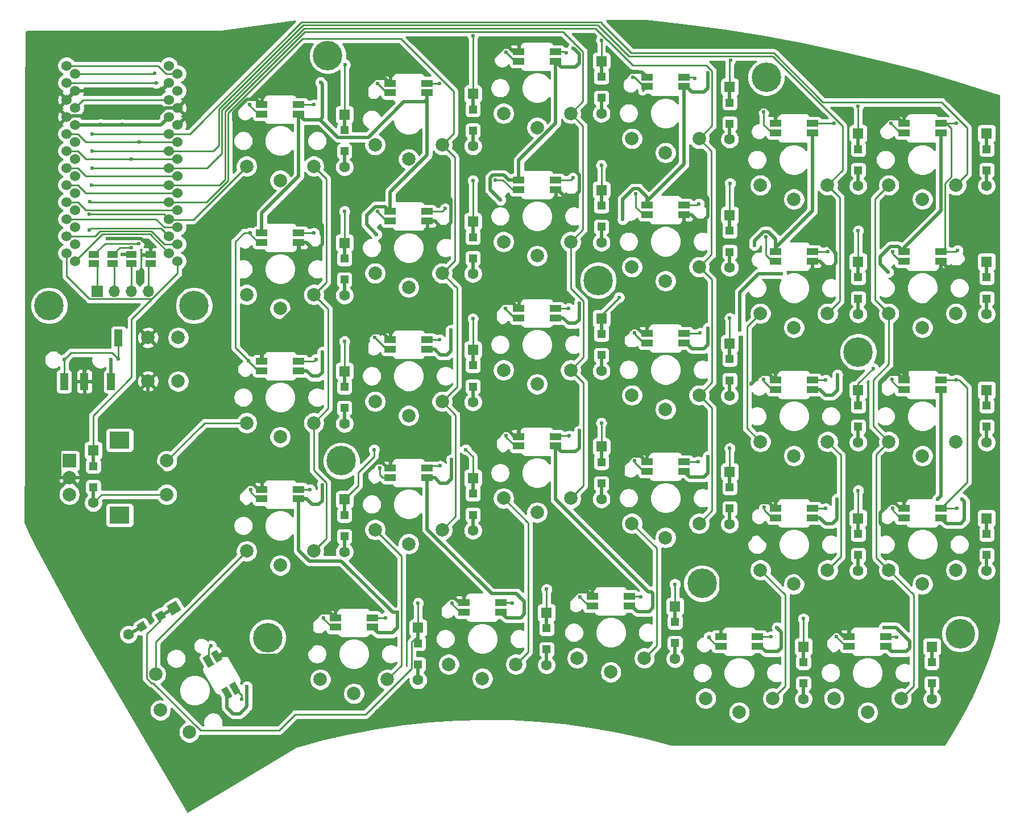
<source format=gbr>
%TF.GenerationSoftware,KiCad,Pcbnew,(5.1.8)-1*%
%TF.CreationDate,2021-02-13T18:12:48-08:00*%
%TF.ProjectId,Dualies,4475616c-6965-4732-9e6b-696361645f70,rev?*%
%TF.SameCoordinates,Original*%
%TF.FileFunction,Copper,L2,Bot*%
%TF.FilePolarity,Positive*%
%FSLAX46Y46*%
G04 Gerber Fmt 4.6, Leading zero omitted, Abs format (unit mm)*
G04 Created by KiCad (PCBNEW (5.1.8)-1) date 2021-02-13 18:12:48*
%MOMM*%
%LPD*%
G01*
G04 APERTURE LIST*
%TA.AperFunction,SMDPad,CuDef*%
%ADD10R,1.700000X1.000000*%
%TD*%
%TA.AperFunction,SMDPad,CuDef*%
%ADD11C,0.100000*%
%TD*%
%TA.AperFunction,ComponentPad*%
%ADD12C,2.000000*%
%TD*%
%TA.AperFunction,ComponentPad*%
%ADD13C,4.400000*%
%TD*%
%TA.AperFunction,ComponentPad*%
%ADD14C,0.700000*%
%TD*%
%TA.AperFunction,ComponentPad*%
%ADD15R,1.600000X1.600000*%
%TD*%
%TA.AperFunction,ComponentPad*%
%ADD16C,1.600000*%
%TD*%
%TA.AperFunction,SMDPad,CuDef*%
%ADD17R,0.500000X2.500000*%
%TD*%
%TA.AperFunction,SMDPad,CuDef*%
%ADD18R,1.200000X1.200000*%
%TD*%
%TA.AperFunction,ComponentPad*%
%ADD19C,0.100000*%
%TD*%
%TA.AperFunction,SMDPad,CuDef*%
%ADD20R,1.200000X2.500000*%
%TD*%
%TA.AperFunction,ComponentPad*%
%ADD21R,1.700000X1.700000*%
%TD*%
%TA.AperFunction,ComponentPad*%
%ADD22O,1.700000X1.700000*%
%TD*%
%TA.AperFunction,SMDPad,CuDef*%
%ADD23R,1.500000X1.000000*%
%TD*%
%TA.AperFunction,ComponentPad*%
%ADD24R,3.000000X2.500000*%
%TD*%
%TA.AperFunction,ComponentPad*%
%ADD25R,2.000000X2.000000*%
%TD*%
%TA.AperFunction,ComponentPad*%
%ADD26C,1.524000*%
%TD*%
%TA.AperFunction,ViaPad*%
%ADD27C,0.600000*%
%TD*%
%TA.AperFunction,Conductor*%
%ADD28C,0.250000*%
%TD*%
%TA.AperFunction,Conductor*%
%ADD29C,0.500000*%
%TD*%
%TA.AperFunction,Conductor*%
%ADD30C,0.254000*%
%TD*%
%TA.AperFunction,Conductor*%
%ADD31C,0.100000*%
%TD*%
G04 APERTURE END LIST*
D10*
%TO.P,LED0,4*%
%TO.N,LED*%
X96718750Y-36043750D03*
%TO.P,LED0,2*%
%TO.N,Net-(LED0-Pad2)*%
X102218750Y-34643750D03*
%TO.P,LED0,3*%
%TO.N,GND*%
X96718750Y-34643750D03*
%TO.P,LED0,1*%
%TO.N,VCC*%
X102218750Y-36043750D03*
%TD*%
%TO.P,LED29,4*%
%TO.N,Net-(LED28-Pad2)*%
X184187500Y-115356250D03*
%TO.P,LED29,2*%
%TO.N,Net-(LED29-Pad2)*%
X189687500Y-113956250D03*
%TO.P,LED29,3*%
%TO.N,GND*%
X184187500Y-113956250D03*
%TO.P,LED29,1*%
%TO.N,VCC*%
X189687500Y-115356250D03*
%TD*%
%TO.P,LED1,4*%
%TO.N,Net-(LED0-Pad2)*%
X115843750Y-32856250D03*
%TO.P,LED1,2*%
%TO.N,Net-(LED1-Pad2)*%
X121343750Y-31456250D03*
%TO.P,LED1,3*%
%TO.N,GND*%
X115843750Y-31456250D03*
%TO.P,LED1,1*%
%TO.N,VCC*%
X121343750Y-32856250D03*
%TD*%
%TO.P,LED2,4*%
%TO.N,Net-(LED1-Pad2)*%
X134968750Y-28168750D03*
%TO.P,LED2,2*%
%TO.N,Net-(LED2-Pad2)*%
X140468750Y-26768750D03*
%TO.P,LED2,3*%
%TO.N,GND*%
X134968750Y-26768750D03*
%TO.P,LED2,1*%
%TO.N,VCC*%
X140468750Y-28168750D03*
%TD*%
%TO.P,LED3,4*%
%TO.N,Net-(LED2-Pad2)*%
X154093750Y-31918750D03*
%TO.P,LED3,2*%
%TO.N,Net-(LED3-Pad2)*%
X159593750Y-30518750D03*
%TO.P,LED3,3*%
%TO.N,GND*%
X154093750Y-30518750D03*
%TO.P,LED3,1*%
%TO.N,VCC*%
X159593750Y-31918750D03*
%TD*%
%TO.P,LED4,4*%
%TO.N,Net-(LED3-Pad2)*%
X173218750Y-38856250D03*
%TO.P,LED4,2*%
%TO.N,Net-(LED4-Pad2)*%
X178718750Y-37456250D03*
%TO.P,LED4,3*%
%TO.N,GND*%
X173218750Y-37456250D03*
%TO.P,LED4,1*%
%TO.N,VCC*%
X178718750Y-38856250D03*
%TD*%
%TO.P,LED5,4*%
%TO.N,Net-(LED4-Pad2)*%
X192343750Y-38856250D03*
%TO.P,LED5,2*%
%TO.N,Net-(LED11-Pad4)*%
X197843750Y-37456250D03*
%TO.P,LED5,3*%
%TO.N,GND*%
X192343750Y-37456250D03*
%TO.P,LED5,1*%
%TO.N,VCC*%
X197843750Y-38856250D03*
%TD*%
%TO.P,LED6,4*%
%TO.N,Net-(LED6-Pad4)*%
X102218750Y-53768750D03*
%TO.P,LED6,2*%
%TO.N,Net-(LED12-Pad4)*%
X96718750Y-55168750D03*
%TO.P,LED6,3*%
%TO.N,GND*%
X102218750Y-55168750D03*
%TO.P,LED6,1*%
%TO.N,VCC*%
X96718750Y-53768750D03*
%TD*%
%TO.P,LED7,4*%
%TO.N,Net-(LED7-Pad4)*%
X121343750Y-50581250D03*
%TO.P,LED7,2*%
%TO.N,Net-(LED6-Pad4)*%
X115843750Y-51981250D03*
%TO.P,LED7,3*%
%TO.N,GND*%
X121343750Y-51981250D03*
%TO.P,LED7,1*%
%TO.N,VCC*%
X115843750Y-50581250D03*
%TD*%
%TO.P,LED8,4*%
%TO.N,Net-(LED8-Pad4)*%
X140468750Y-45893750D03*
%TO.P,LED8,2*%
%TO.N,Net-(LED7-Pad4)*%
X134968750Y-47293750D03*
%TO.P,LED8,3*%
%TO.N,GND*%
X140468750Y-47293750D03*
%TO.P,LED8,1*%
%TO.N,VCC*%
X134968750Y-45893750D03*
%TD*%
%TO.P,LED9,4*%
%TO.N,Net-(LED10-Pad2)*%
X159593750Y-49643750D03*
%TO.P,LED9,2*%
%TO.N,Net-(LED8-Pad4)*%
X154093750Y-51043750D03*
%TO.P,LED9,3*%
%TO.N,GND*%
X159593750Y-51043750D03*
%TO.P,LED9,1*%
%TO.N,VCC*%
X154093750Y-49643750D03*
%TD*%
%TO.P,LED10,4*%
%TO.N,Net-(LED10-Pad4)*%
X178718750Y-56581250D03*
%TO.P,LED10,2*%
%TO.N,Net-(LED10-Pad2)*%
X173218750Y-57981250D03*
%TO.P,LED10,3*%
%TO.N,GND*%
X178718750Y-57981250D03*
%TO.P,LED10,1*%
%TO.N,VCC*%
X173218750Y-56581250D03*
%TD*%
%TO.P,LED11,4*%
%TO.N,Net-(LED11-Pad4)*%
X197843750Y-56581250D03*
%TO.P,LED11,2*%
%TO.N,Net-(LED10-Pad4)*%
X192343750Y-57981250D03*
%TO.P,LED11,3*%
%TO.N,GND*%
X197843750Y-57981250D03*
%TO.P,LED11,1*%
%TO.N,VCC*%
X192343750Y-56581250D03*
%TD*%
%TO.P,LED12,4*%
%TO.N,Net-(LED12-Pad4)*%
X96718750Y-74293750D03*
%TO.P,LED12,2*%
%TO.N,Net-(LED12-Pad2)*%
X102218750Y-72893750D03*
%TO.P,LED12,3*%
%TO.N,GND*%
X96718750Y-72893750D03*
%TO.P,LED12,1*%
%TO.N,VCC*%
X102218750Y-74293750D03*
%TD*%
%TO.P,LED13,4*%
%TO.N,Net-(LED12-Pad2)*%
X115843750Y-71106250D03*
%TO.P,LED13,2*%
%TO.N,Net-(LED13-Pad2)*%
X121343750Y-69706250D03*
%TO.P,LED13,3*%
%TO.N,GND*%
X115843750Y-69706250D03*
%TO.P,LED13,1*%
%TO.N,VCC*%
X121343750Y-71106250D03*
%TD*%
%TO.P,LED14,4*%
%TO.N,Net-(LED13-Pad2)*%
X134968750Y-66418750D03*
%TO.P,LED14,2*%
%TO.N,Net-(LED14-Pad2)*%
X140468750Y-65018750D03*
%TO.P,LED14,3*%
%TO.N,GND*%
X134968750Y-65018750D03*
%TO.P,LED14,1*%
%TO.N,VCC*%
X140468750Y-66418750D03*
%TD*%
%TO.P,LED15,4*%
%TO.N,Net-(LED14-Pad2)*%
X154093750Y-70168750D03*
%TO.P,LED15,2*%
%TO.N,Net-(LED15-Pad2)*%
X159593750Y-68768750D03*
%TO.P,LED15,3*%
%TO.N,GND*%
X154093750Y-68768750D03*
%TO.P,LED15,1*%
%TO.N,VCC*%
X159593750Y-70168750D03*
%TD*%
%TO.P,LED16,4*%
%TO.N,Net-(LED15-Pad2)*%
X173218750Y-77106250D03*
%TO.P,LED16,2*%
%TO.N,Net-(LED16-Pad2)*%
X178718750Y-75706250D03*
%TO.P,LED16,3*%
%TO.N,GND*%
X173218750Y-75706250D03*
%TO.P,LED16,1*%
%TO.N,VCC*%
X178718750Y-77106250D03*
%TD*%
%TO.P,LED17,4*%
%TO.N,Net-(LED16-Pad2)*%
X192343750Y-77106250D03*
%TO.P,LED17,2*%
%TO.N,Net-(LED17-Pad2)*%
X197843750Y-75706250D03*
%TO.P,LED17,3*%
%TO.N,GND*%
X192343750Y-75706250D03*
%TO.P,LED17,1*%
%TO.N,VCC*%
X197843750Y-77106250D03*
%TD*%
%TO.P,LED18,4*%
%TO.N,Net-(LED18-Pad4)*%
X102218750Y-92018750D03*
%TO.P,LED18,2*%
%TO.N,Net-(LED18-Pad2)*%
X96718750Y-93418750D03*
%TO.P,LED18,3*%
%TO.N,VCC*%
X102218750Y-93418750D03*
%TO.P,LED18,1*%
%TO.N,GND*%
X96718750Y-92018750D03*
%TD*%
%TO.P,LED19,4*%
%TO.N,Net-(LED19-Pad4)*%
X121343750Y-88831250D03*
%TO.P,LED19,2*%
%TO.N,Net-(LED18-Pad4)*%
X115843750Y-90231250D03*
%TO.P,LED19,3*%
%TO.N,VCC*%
X121343750Y-90231250D03*
%TO.P,LED19,1*%
%TO.N,GND*%
X115843750Y-88831250D03*
%TD*%
%TO.P,LED20,4*%
%TO.N,Net-(LED20-Pad4)*%
X140468750Y-84143750D03*
%TO.P,LED20,2*%
%TO.N,Net-(LED19-Pad4)*%
X134968750Y-85543750D03*
%TO.P,LED20,3*%
%TO.N,VCC*%
X140468750Y-85543750D03*
%TO.P,LED20,1*%
%TO.N,GND*%
X134968750Y-84143750D03*
%TD*%
%TO.P,LED21,4*%
%TO.N,Net-(LED21-Pad4)*%
X159593750Y-87893750D03*
%TO.P,LED21,2*%
%TO.N,Net-(LED20-Pad4)*%
X154093750Y-89293750D03*
%TO.P,LED21,3*%
%TO.N,VCC*%
X159593750Y-89293750D03*
%TO.P,LED21,1*%
%TO.N,GND*%
X154093750Y-87893750D03*
%TD*%
%TO.P,LED22,4*%
%TO.N,Net-(LED22-Pad4)*%
X178718750Y-94831250D03*
%TO.P,LED22,2*%
%TO.N,Net-(LED21-Pad4)*%
X173218750Y-96231250D03*
%TO.P,LED22,3*%
%TO.N,VCC*%
X178718750Y-96231250D03*
%TO.P,LED22,1*%
%TO.N,GND*%
X173218750Y-94831250D03*
%TD*%
%TO.P,LED23,4*%
%TO.N,Net-(LED17-Pad2)*%
X197843750Y-94831250D03*
%TO.P,LED23,2*%
%TO.N,Net-(LED22-Pad4)*%
X192343750Y-96231250D03*
%TO.P,LED23,3*%
%TO.N,VCC*%
X197843750Y-96231250D03*
%TO.P,LED23,1*%
%TO.N,GND*%
X192343750Y-94831250D03*
%TD*%
%TA.AperFunction,SMDPad,CuDef*%
D11*
%TO.P,LED24,4*%
%TO.N,Net-(LED18-Pad2)*%
G36*
X89626795Y-118079552D02*
G01*
X88760769Y-118579552D01*
X87910769Y-117107308D01*
X88776795Y-116607308D01*
X89626795Y-118079552D01*
G37*
%TD.AperFunction*%
%TA.AperFunction,SMDPad,CuDef*%
%TO.P,LED24,2*%
%TO.N,Net-(LED24-Pad2)*%
G36*
X93589231Y-122142692D02*
G01*
X92723205Y-122642692D01*
X91873205Y-121170448D01*
X92739231Y-120670448D01*
X93589231Y-122142692D01*
G37*
%TD.AperFunction*%
%TA.AperFunction,SMDPad,CuDef*%
%TO.P,LED24,3*%
%TO.N,GND*%
G36*
X90839231Y-117379552D02*
G01*
X89973205Y-117879552D01*
X89123205Y-116407308D01*
X89989231Y-115907308D01*
X90839231Y-117379552D01*
G37*
%TD.AperFunction*%
%TA.AperFunction,SMDPad,CuDef*%
%TO.P,LED24,1*%
%TO.N,VCC*%
G36*
X92376795Y-122842692D02*
G01*
X91510769Y-123342692D01*
X90660769Y-121870448D01*
X91526795Y-121370448D01*
X92376795Y-122842692D01*
G37*
%TD.AperFunction*%
%TD*%
D10*
%TO.P,LED25,4*%
%TO.N,Net-(LED24-Pad2)*%
X107687500Y-112543750D03*
%TO.P,LED25,2*%
%TO.N,Net-(LED25-Pad2)*%
X113187500Y-111143750D03*
%TO.P,LED25,3*%
%TO.N,GND*%
X107687500Y-111143750D03*
%TO.P,LED25,1*%
%TO.N,VCC*%
X113187500Y-112543750D03*
%TD*%
%TO.P,LED26,4*%
%TO.N,Net-(LED25-Pad2)*%
X126812500Y-110293750D03*
%TO.P,LED26,2*%
%TO.N,Net-(LED26-Pad2)*%
X132312500Y-108893750D03*
%TO.P,LED26,3*%
%TO.N,GND*%
X126812500Y-108893750D03*
%TO.P,LED26,1*%
%TO.N,VCC*%
X132312500Y-110293750D03*
%TD*%
%TO.P,LED27,4*%
%TO.N,Net-(LED26-Pad2)*%
X145937500Y-109356250D03*
%TO.P,LED27,2*%
%TO.N,Net-(LED27-Pad2)*%
X151437500Y-107956250D03*
%TO.P,LED27,3*%
%TO.N,GND*%
X145937500Y-107956250D03*
%TO.P,LED27,1*%
%TO.N,VCC*%
X151437500Y-109356250D03*
%TD*%
%TO.P,LED28,4*%
%TO.N,Net-(LED27-Pad2)*%
X165062500Y-115356250D03*
%TO.P,LED28,2*%
%TO.N,Net-(LED28-Pad2)*%
X170562500Y-113956250D03*
%TO.P,LED28,3*%
%TO.N,GND*%
X165062500Y-113956250D03*
%TO.P,LED28,1*%
%TO.N,VCC*%
X170562500Y-115356250D03*
%TD*%
D12*
%TO.P,K11,2*%
%TO.N,COL0*%
X190093750Y-65768750D03*
X200093750Y-65768750D03*
%TO.P,K11,1*%
%TO.N,Net-(D11-Pad2)*%
X195093750Y-67868750D03*
%TD*%
D13*
%TO.P,REF\u002A\u002A,1*%
%TO.N,N/C*%
X65062500Y-64593750D03*
D14*
X66712500Y-64593750D03*
X66229226Y-65760476D03*
X65062500Y-66243750D03*
X63895774Y-65760476D03*
X63412500Y-64593750D03*
X63895774Y-63427024D03*
X65062500Y-62943750D03*
X66229226Y-63427024D03*
%TD*%
D13*
%TO.P,REF\u002A\u002A,1*%
%TO.N,N/C*%
X86625000Y-64593750D03*
D14*
X88275000Y-64593750D03*
X87791726Y-65760476D03*
X86625000Y-66243750D03*
X85458274Y-65760476D03*
X84975000Y-64593750D03*
X85458274Y-63427024D03*
X86625000Y-62943750D03*
X87791726Y-63427024D03*
%TD*%
D13*
%TO.P,REF\u002A\u002A,1*%
%TO.N,N/C*%
X185531250Y-71531250D03*
D14*
X187181250Y-71531250D03*
X186697976Y-72697976D03*
X185531250Y-73181250D03*
X184364524Y-72697976D03*
X183881250Y-71531250D03*
X184364524Y-70364524D03*
X185531250Y-69881250D03*
X186697976Y-70364524D03*
%TD*%
D13*
%TO.P,REF\u002A\u002A,1*%
%TO.N,N/C*%
X146812500Y-60843750D03*
D14*
X148462500Y-60843750D03*
X147979226Y-62010476D03*
X146812500Y-62493750D03*
X145645774Y-62010476D03*
X145162500Y-60843750D03*
X145645774Y-59677024D03*
X146812500Y-59193750D03*
X147979226Y-59677024D03*
%TD*%
%TO.P,REF\u002A\u002A,1*%
%TO.N,N/C*%
X98760476Y-112927024D03*
X97593750Y-112443750D03*
X96427024Y-112927024D03*
X95943750Y-114093750D03*
X96427024Y-115260476D03*
X97593750Y-115743750D03*
X98760476Y-115260476D03*
X99243750Y-114093750D03*
D13*
X97593750Y-114093750D03*
%TD*%
D14*
%TO.P,REF\u002A\u002A,1*%
%TO.N,N/C*%
X163447976Y-104864524D03*
X162281250Y-104381250D03*
X161114524Y-104864524D03*
X160631250Y-106031250D03*
X161114524Y-107197976D03*
X162281250Y-107681250D03*
X163447976Y-107197976D03*
X163931250Y-106031250D03*
D13*
X162281250Y-106031250D03*
%TD*%
D14*
%TO.P,REF\u002A\u002A,1*%
%TO.N,N/C*%
X201885476Y-112364524D03*
X200718750Y-111881250D03*
X199552024Y-112364524D03*
X199068750Y-113531250D03*
X199552024Y-114697976D03*
X200718750Y-115181250D03*
X201885476Y-114697976D03*
X202368750Y-113531250D03*
D13*
X200718750Y-113531250D03*
%TD*%
D14*
%TO.P,REF\u002A\u002A,1*%
%TO.N,N/C*%
X107718750Y-26156250D03*
X106552024Y-25672976D03*
X105385298Y-26156250D03*
X104902024Y-27322976D03*
X105385298Y-28489702D03*
X106552024Y-28972976D03*
X107718750Y-28489702D03*
X108202024Y-27322976D03*
D13*
X106552024Y-27322976D03*
%TD*%
D14*
%TO.P,REF\u002A\u002A,1*%
%TO.N,N/C*%
X173010476Y-29395774D03*
X171843750Y-28912500D03*
X170677024Y-29395774D03*
X170193750Y-30562500D03*
X170677024Y-31729226D03*
X171843750Y-32212500D03*
X173010476Y-31729226D03*
X173493750Y-30562500D03*
D13*
X171843750Y-30562500D03*
%TD*%
%TO.P,REF\u002A\u002A,1*%
%TO.N,N/C*%
X108562500Y-87750000D03*
D14*
X110212500Y-87750000D03*
X109729226Y-88916726D03*
X108562500Y-89400000D03*
X107395774Y-88916726D03*
X106912500Y-87750000D03*
X107395774Y-86583274D03*
X108562500Y-86100000D03*
X109729226Y-86583274D03*
%TD*%
D12*
%TO.P,K28,1*%
%TO.N,Net-(D28-Pad2)*%
X167812500Y-125243750D03*
%TO.P,K28,2*%
%TO.N,COL1*%
X172812500Y-123143750D03*
X162812500Y-123143750D03*
%TD*%
%TO.P,K8,2*%
%TO.N,COL3*%
X132718750Y-55081250D03*
X142718750Y-55081250D03*
%TO.P,K8,1*%
%TO.N,Net-(D8-Pad2)*%
X137718750Y-57181250D03*
%TD*%
%TO.P,K24,2*%
%TO.N,COL5*%
X80927853Y-119538623D03*
X85927853Y-128198877D03*
%TO.P,K24,1*%
%TO.N,Net-(D24-Pad2)*%
X81609200Y-124918750D03*
%TD*%
D15*
%TO.P,D0,1*%
%TO.N,ROW0*%
X109031250Y-36131250D03*
D16*
%TO.P,D0,2*%
%TO.N,Net-(D0-Pad2)*%
X109031250Y-43931250D03*
D17*
%TO.P,D0,1*%
%TO.N,ROW0*%
X109031250Y-37331250D03*
D16*
%TO.P,D0,2*%
%TO.N,Net-(D0-Pad2)*%
X109031250Y-43931250D03*
D18*
X109031250Y-41606250D03*
D15*
%TO.P,D0,1*%
%TO.N,ROW0*%
X109031250Y-36131250D03*
D17*
%TO.P,D0,2*%
%TO.N,Net-(D0-Pad2)*%
X109031250Y-42731250D03*
D18*
%TO.P,D0,1*%
%TO.N,ROW0*%
X109031250Y-38456250D03*
%TD*%
%TO.P,D1,1*%
%TO.N,ROW0*%
X128156250Y-35362500D03*
D17*
%TO.P,D1,2*%
%TO.N,Net-(D1-Pad2)*%
X128156250Y-39637500D03*
D15*
%TO.P,D1,1*%
%TO.N,ROW0*%
X128156250Y-33037500D03*
D18*
%TO.P,D1,2*%
%TO.N,Net-(D1-Pad2)*%
X128156250Y-38512500D03*
D16*
X128156250Y-40837500D03*
D17*
%TO.P,D1,1*%
%TO.N,ROW0*%
X128156250Y-34237500D03*
D16*
%TO.P,D1,2*%
%TO.N,Net-(D1-Pad2)*%
X128156250Y-40837500D03*
D15*
%TO.P,D1,1*%
%TO.N,ROW0*%
X128156250Y-33037500D03*
%TD*%
%TO.P,D2,1*%
%TO.N,ROW0*%
X147281250Y-28162500D03*
D16*
%TO.P,D2,2*%
%TO.N,Net-(D2-Pad2)*%
X147281250Y-35962500D03*
D17*
%TO.P,D2,1*%
%TO.N,ROW0*%
X147281250Y-29362500D03*
D16*
%TO.P,D2,2*%
%TO.N,Net-(D2-Pad2)*%
X147281250Y-35962500D03*
D18*
X147281250Y-33637500D03*
D15*
%TO.P,D2,1*%
%TO.N,ROW0*%
X147281250Y-28162500D03*
D17*
%TO.P,D2,2*%
%TO.N,Net-(D2-Pad2)*%
X147281250Y-34762500D03*
D18*
%TO.P,D2,1*%
%TO.N,ROW0*%
X147281250Y-30487500D03*
%TD*%
%TO.P,D3,1*%
%TO.N,ROW0*%
X166406250Y-34331250D03*
D17*
%TO.P,D3,2*%
%TO.N,Net-(D3-Pad2)*%
X166406250Y-38606250D03*
D15*
%TO.P,D3,1*%
%TO.N,ROW0*%
X166406250Y-32006250D03*
D18*
%TO.P,D3,2*%
%TO.N,Net-(D3-Pad2)*%
X166406250Y-37481250D03*
D16*
X166406250Y-39806250D03*
D17*
%TO.P,D3,1*%
%TO.N,ROW0*%
X166406250Y-33206250D03*
D16*
%TO.P,D3,2*%
%TO.N,Net-(D3-Pad2)*%
X166406250Y-39806250D03*
D15*
%TO.P,D3,1*%
%TO.N,ROW0*%
X166406250Y-32006250D03*
%TD*%
%TO.P,D4,1*%
%TO.N,ROW0*%
X185531250Y-38943750D03*
D16*
%TO.P,D4,2*%
%TO.N,Net-(D4-Pad2)*%
X185531250Y-46743750D03*
D17*
%TO.P,D4,1*%
%TO.N,ROW0*%
X185531250Y-40143750D03*
D16*
%TO.P,D4,2*%
%TO.N,Net-(D4-Pad2)*%
X185531250Y-46743750D03*
D18*
X185531250Y-44418750D03*
D15*
%TO.P,D4,1*%
%TO.N,ROW0*%
X185531250Y-38943750D03*
D17*
%TO.P,D4,2*%
%TO.N,Net-(D4-Pad2)*%
X185531250Y-45543750D03*
D18*
%TO.P,D4,1*%
%TO.N,ROW0*%
X185531250Y-41268750D03*
%TD*%
D15*
%TO.P,D5,1*%
%TO.N,ROW0*%
X204656250Y-38943750D03*
D16*
%TO.P,D5,2*%
%TO.N,Net-(D5-Pad2)*%
X204656250Y-46743750D03*
D17*
%TO.P,D5,1*%
%TO.N,ROW0*%
X204656250Y-40143750D03*
D16*
%TO.P,D5,2*%
%TO.N,Net-(D5-Pad2)*%
X204656250Y-46743750D03*
D18*
X204656250Y-44418750D03*
D15*
%TO.P,D5,1*%
%TO.N,ROW0*%
X204656250Y-38943750D03*
D17*
%TO.P,D5,2*%
%TO.N,Net-(D5-Pad2)*%
X204656250Y-45543750D03*
D18*
%TO.P,D5,1*%
%TO.N,ROW0*%
X204656250Y-41268750D03*
%TD*%
%TO.P,D6,1*%
%TO.N,ROW1*%
X109031250Y-57581250D03*
D17*
%TO.P,D6,2*%
%TO.N,Net-(D6-Pad2)*%
X109031250Y-61856250D03*
D15*
%TO.P,D6,1*%
%TO.N,ROW1*%
X109031250Y-55256250D03*
D18*
%TO.P,D6,2*%
%TO.N,Net-(D6-Pad2)*%
X109031250Y-60731250D03*
D16*
X109031250Y-63056250D03*
D17*
%TO.P,D6,1*%
%TO.N,ROW1*%
X109031250Y-56456250D03*
D16*
%TO.P,D6,2*%
%TO.N,Net-(D6-Pad2)*%
X109031250Y-63056250D03*
D15*
%TO.P,D6,1*%
%TO.N,ROW1*%
X109031250Y-55256250D03*
%TD*%
%TO.P,D7,1*%
%TO.N,ROW1*%
X128156250Y-52068750D03*
D16*
%TO.P,D7,2*%
%TO.N,Net-(D7-Pad2)*%
X128156250Y-59868750D03*
D17*
%TO.P,D7,1*%
%TO.N,ROW1*%
X128156250Y-53268750D03*
D16*
%TO.P,D7,2*%
%TO.N,Net-(D7-Pad2)*%
X128156250Y-59868750D03*
D18*
X128156250Y-57543750D03*
D15*
%TO.P,D7,1*%
%TO.N,ROW1*%
X128156250Y-52068750D03*
D17*
%TO.P,D7,2*%
%TO.N,Net-(D7-Pad2)*%
X128156250Y-58668750D03*
D18*
%TO.P,D7,1*%
%TO.N,ROW1*%
X128156250Y-54393750D03*
%TD*%
%TO.P,D8,1*%
%TO.N,ROW1*%
X147281250Y-49706250D03*
D17*
%TO.P,D8,2*%
%TO.N,Net-(D8-Pad2)*%
X147281250Y-53981250D03*
D15*
%TO.P,D8,1*%
%TO.N,ROW1*%
X147281250Y-47381250D03*
D18*
%TO.P,D8,2*%
%TO.N,Net-(D8-Pad2)*%
X147281250Y-52856250D03*
D16*
X147281250Y-55181250D03*
D17*
%TO.P,D8,1*%
%TO.N,ROW1*%
X147281250Y-48581250D03*
D16*
%TO.P,D8,2*%
%TO.N,Net-(D8-Pad2)*%
X147281250Y-55181250D03*
D15*
%TO.P,D8,1*%
%TO.N,ROW1*%
X147281250Y-47381250D03*
%TD*%
%TO.P,D9,1*%
%TO.N,ROW1*%
X166406250Y-51131250D03*
D16*
%TO.P,D9,2*%
%TO.N,Net-(D9-Pad2)*%
X166406250Y-58931250D03*
D17*
%TO.P,D9,1*%
%TO.N,ROW1*%
X166406250Y-52331250D03*
D16*
%TO.P,D9,2*%
%TO.N,Net-(D9-Pad2)*%
X166406250Y-58931250D03*
D18*
X166406250Y-56606250D03*
D15*
%TO.P,D9,1*%
%TO.N,ROW1*%
X166406250Y-51131250D03*
D17*
%TO.P,D9,2*%
%TO.N,Net-(D9-Pad2)*%
X166406250Y-57731250D03*
D18*
%TO.P,D9,1*%
%TO.N,ROW1*%
X166406250Y-53456250D03*
%TD*%
%TO.P,D10,1*%
%TO.N,ROW1*%
X185531250Y-60393750D03*
D17*
%TO.P,D10,2*%
%TO.N,Net-(D10-Pad2)*%
X185531250Y-64668750D03*
D15*
%TO.P,D10,1*%
%TO.N,ROW1*%
X185531250Y-58068750D03*
D18*
%TO.P,D10,2*%
%TO.N,Net-(D10-Pad2)*%
X185531250Y-63543750D03*
D16*
X185531250Y-65868750D03*
D17*
%TO.P,D10,1*%
%TO.N,ROW1*%
X185531250Y-59268750D03*
D16*
%TO.P,D10,2*%
%TO.N,Net-(D10-Pad2)*%
X185531250Y-65868750D03*
D15*
%TO.P,D10,1*%
%TO.N,ROW1*%
X185531250Y-58068750D03*
%TD*%
D18*
%TO.P,D11,1*%
%TO.N,ROW1*%
X204656250Y-60393750D03*
D17*
%TO.P,D11,2*%
%TO.N,Net-(D11-Pad2)*%
X204656250Y-64668750D03*
D15*
%TO.P,D11,1*%
%TO.N,ROW1*%
X204656250Y-58068750D03*
D18*
%TO.P,D11,2*%
%TO.N,Net-(D11-Pad2)*%
X204656250Y-63543750D03*
D16*
X204656250Y-65868750D03*
D17*
%TO.P,D11,1*%
%TO.N,ROW1*%
X204656250Y-59268750D03*
D16*
%TO.P,D11,2*%
%TO.N,Net-(D11-Pad2)*%
X204656250Y-65868750D03*
D15*
%TO.P,D11,1*%
%TO.N,ROW1*%
X204656250Y-58068750D03*
%TD*%
%TO.P,D12,1*%
%TO.N,ROW2*%
X109031250Y-74381250D03*
D16*
%TO.P,D12,2*%
%TO.N,Net-(D12-Pad2)*%
X109031250Y-82181250D03*
D17*
%TO.P,D12,1*%
%TO.N,ROW2*%
X109031250Y-75581250D03*
D16*
%TO.P,D12,2*%
%TO.N,Net-(D12-Pad2)*%
X109031250Y-82181250D03*
D18*
X109031250Y-79856250D03*
D15*
%TO.P,D12,1*%
%TO.N,ROW2*%
X109031250Y-74381250D03*
D17*
%TO.P,D12,2*%
%TO.N,Net-(D12-Pad2)*%
X109031250Y-80981250D03*
D18*
%TO.P,D12,1*%
%TO.N,ROW2*%
X109031250Y-76706250D03*
%TD*%
%TO.P,D13,1*%
%TO.N,ROW2*%
X128156250Y-73518750D03*
D17*
%TO.P,D13,2*%
%TO.N,Net-(D13-Pad2)*%
X128156250Y-77793750D03*
D15*
%TO.P,D13,1*%
%TO.N,ROW2*%
X128156250Y-71193750D03*
D18*
%TO.P,D13,2*%
%TO.N,Net-(D13-Pad2)*%
X128156250Y-76668750D03*
D16*
X128156250Y-78993750D03*
D17*
%TO.P,D13,1*%
%TO.N,ROW2*%
X128156250Y-72393750D03*
D16*
%TO.P,D13,2*%
%TO.N,Net-(D13-Pad2)*%
X128156250Y-78993750D03*
D15*
%TO.P,D13,1*%
%TO.N,ROW2*%
X128156250Y-71193750D03*
%TD*%
%TO.P,D14,1*%
%TO.N,ROW2*%
X147281250Y-66525000D03*
D16*
%TO.P,D14,2*%
%TO.N,Net-(D14-Pad2)*%
X147281250Y-74325000D03*
D17*
%TO.P,D14,1*%
%TO.N,ROW2*%
X147281250Y-67725000D03*
D16*
%TO.P,D14,2*%
%TO.N,Net-(D14-Pad2)*%
X147281250Y-74325000D03*
D18*
X147281250Y-72000000D03*
D15*
%TO.P,D14,1*%
%TO.N,ROW2*%
X147281250Y-66525000D03*
D17*
%TO.P,D14,2*%
%TO.N,Net-(D14-Pad2)*%
X147281250Y-73125000D03*
D18*
%TO.P,D14,1*%
%TO.N,ROW2*%
X147281250Y-68850000D03*
%TD*%
%TO.P,D15,1*%
%TO.N,ROW2*%
X166406250Y-72581250D03*
D17*
%TO.P,D15,2*%
%TO.N,Net-(D15-Pad2)*%
X166406250Y-76856250D03*
D15*
%TO.P,D15,1*%
%TO.N,ROW2*%
X166406250Y-70256250D03*
D18*
%TO.P,D15,2*%
%TO.N,Net-(D15-Pad2)*%
X166406250Y-75731250D03*
D16*
X166406250Y-78056250D03*
D17*
%TO.P,D15,1*%
%TO.N,ROW2*%
X166406250Y-71456250D03*
D16*
%TO.P,D15,2*%
%TO.N,Net-(D15-Pad2)*%
X166406250Y-78056250D03*
D15*
%TO.P,D15,1*%
%TO.N,ROW2*%
X166406250Y-70256250D03*
%TD*%
%TO.P,D16,1*%
%TO.N,ROW2*%
X185531250Y-77193750D03*
D16*
%TO.P,D16,2*%
%TO.N,Net-(D16-Pad2)*%
X185531250Y-84993750D03*
D17*
%TO.P,D16,1*%
%TO.N,ROW2*%
X185531250Y-78393750D03*
D16*
%TO.P,D16,2*%
%TO.N,Net-(D16-Pad2)*%
X185531250Y-84993750D03*
D18*
X185531250Y-82668750D03*
D15*
%TO.P,D16,1*%
%TO.N,ROW2*%
X185531250Y-77193750D03*
D17*
%TO.P,D16,2*%
%TO.N,Net-(D16-Pad2)*%
X185531250Y-83793750D03*
D18*
%TO.P,D16,1*%
%TO.N,ROW2*%
X185531250Y-79518750D03*
%TD*%
%TO.P,D17,1*%
%TO.N,ROW2*%
X204656250Y-79518750D03*
D17*
%TO.P,D17,2*%
%TO.N,Net-(D17-Pad2)*%
X204656250Y-83793750D03*
D15*
%TO.P,D17,1*%
%TO.N,ROW2*%
X204656250Y-77193750D03*
D18*
%TO.P,D17,2*%
%TO.N,Net-(D17-Pad2)*%
X204656250Y-82668750D03*
D16*
X204656250Y-84993750D03*
D17*
%TO.P,D17,1*%
%TO.N,ROW2*%
X204656250Y-78393750D03*
D16*
%TO.P,D17,2*%
%TO.N,Net-(D17-Pad2)*%
X204656250Y-84993750D03*
D15*
%TO.P,D17,1*%
%TO.N,ROW2*%
X204656250Y-77193750D03*
%TD*%
%TO.P,D18,1*%
%TO.N,ROW3*%
X109031250Y-93506250D03*
D16*
%TO.P,D18,2*%
%TO.N,Net-(D18-Pad2)*%
X109031250Y-101306250D03*
D17*
%TO.P,D18,1*%
%TO.N,ROW3*%
X109031250Y-94706250D03*
D16*
%TO.P,D18,2*%
%TO.N,Net-(D18-Pad2)*%
X109031250Y-101306250D03*
D18*
X109031250Y-98981250D03*
D15*
%TO.P,D18,1*%
%TO.N,ROW3*%
X109031250Y-93506250D03*
D17*
%TO.P,D18,2*%
%TO.N,Net-(D18-Pad2)*%
X109031250Y-100106250D03*
D18*
%TO.P,D18,1*%
%TO.N,ROW3*%
X109031250Y-95831250D03*
%TD*%
D15*
%TO.P,D19,1*%
%TO.N,ROW3*%
X128156250Y-90318750D03*
D16*
%TO.P,D19,2*%
%TO.N,Net-(D19-Pad2)*%
X128156250Y-98118750D03*
D17*
%TO.P,D19,1*%
%TO.N,ROW3*%
X128156250Y-91518750D03*
D16*
%TO.P,D19,2*%
%TO.N,Net-(D19-Pad2)*%
X128156250Y-98118750D03*
D18*
X128156250Y-95793750D03*
D15*
%TO.P,D19,1*%
%TO.N,ROW3*%
X128156250Y-90318750D03*
D17*
%TO.P,D19,2*%
%TO.N,Net-(D19-Pad2)*%
X128156250Y-96918750D03*
D18*
%TO.P,D19,1*%
%TO.N,ROW3*%
X128156250Y-92643750D03*
%TD*%
D15*
%TO.P,D20,1*%
%TO.N,ROW3*%
X147281250Y-85631250D03*
D16*
%TO.P,D20,2*%
%TO.N,Net-(D20-Pad2)*%
X147281250Y-93431250D03*
D17*
%TO.P,D20,1*%
%TO.N,ROW3*%
X147281250Y-86831250D03*
D16*
%TO.P,D20,2*%
%TO.N,Net-(D20-Pad2)*%
X147281250Y-93431250D03*
D18*
X147281250Y-91106250D03*
D15*
%TO.P,D20,1*%
%TO.N,ROW3*%
X147281250Y-85631250D03*
D17*
%TO.P,D20,2*%
%TO.N,Net-(D20-Pad2)*%
X147281250Y-92231250D03*
D18*
%TO.P,D20,1*%
%TO.N,ROW3*%
X147281250Y-87956250D03*
%TD*%
%TO.P,D21,1*%
%TO.N,ROW3*%
X166406250Y-91706250D03*
D17*
%TO.P,D21,2*%
%TO.N,Net-(D21-Pad2)*%
X166406250Y-95981250D03*
D15*
%TO.P,D21,1*%
%TO.N,ROW3*%
X166406250Y-89381250D03*
D18*
%TO.P,D21,2*%
%TO.N,Net-(D21-Pad2)*%
X166406250Y-94856250D03*
D16*
X166406250Y-97181250D03*
D17*
%TO.P,D21,1*%
%TO.N,ROW3*%
X166406250Y-90581250D03*
D16*
%TO.P,D21,2*%
%TO.N,Net-(D21-Pad2)*%
X166406250Y-97181250D03*
D15*
%TO.P,D21,1*%
%TO.N,ROW3*%
X166406250Y-89381250D03*
%TD*%
%TO.P,D22,1*%
%TO.N,ROW3*%
X185531250Y-96318750D03*
D16*
%TO.P,D22,2*%
%TO.N,Net-(D22-Pad2)*%
X185531250Y-104118750D03*
D17*
%TO.P,D22,1*%
%TO.N,ROW3*%
X185531250Y-97518750D03*
D16*
%TO.P,D22,2*%
%TO.N,Net-(D22-Pad2)*%
X185531250Y-104118750D03*
D18*
X185531250Y-101793750D03*
D15*
%TO.P,D22,1*%
%TO.N,ROW3*%
X185531250Y-96318750D03*
D17*
%TO.P,D22,2*%
%TO.N,Net-(D22-Pad2)*%
X185531250Y-102918750D03*
D18*
%TO.P,D22,1*%
%TO.N,ROW3*%
X185531250Y-98643750D03*
%TD*%
%TO.P,D23,1*%
%TO.N,ROW3*%
X204656250Y-98643750D03*
D17*
%TO.P,D23,2*%
%TO.N,Net-(D23-Pad2)*%
X204656250Y-102918750D03*
D15*
%TO.P,D23,1*%
%TO.N,ROW3*%
X204656250Y-96318750D03*
D18*
%TO.P,D23,2*%
%TO.N,Net-(D23-Pad2)*%
X204656250Y-101793750D03*
D16*
X204656250Y-104118750D03*
D17*
%TO.P,D23,1*%
%TO.N,ROW3*%
X204656250Y-97518750D03*
D16*
%TO.P,D23,2*%
%TO.N,Net-(D23-Pad2)*%
X204656250Y-104118750D03*
D15*
%TO.P,D23,1*%
%TO.N,ROW3*%
X204656250Y-96318750D03*
%TD*%
%TA.AperFunction,ComponentPad*%
D19*
%TO.P,D24,1*%
%TO.N,ROW4*%
G36*
X83920319Y-108613430D02*
G01*
X84720319Y-109999070D01*
X83334679Y-110799070D01*
X82534679Y-109413430D01*
X83920319Y-108613430D01*
G37*
%TD.AperFunction*%
D16*
%TO.P,D24,2*%
%TO.N,Net-(D24-Pad2)*%
X76872501Y-113606250D03*
%TA.AperFunction,SMDPad,CuDef*%
D11*
%TO.P,D24,1*%
%TO.N,ROW4*%
G36*
X83545801Y-109464744D02*
G01*
X83795801Y-109897756D01*
X81630737Y-111147756D01*
X81380737Y-110714744D01*
X83545801Y-109464744D01*
G37*
%TD.AperFunction*%
D16*
%TO.P,D24,2*%
%TO.N,Net-(D24-Pad2)*%
X76872501Y-113606250D03*
%TA.AperFunction,SMDPad,CuDef*%
D11*
G36*
X79105625Y-111624135D02*
G01*
X79705625Y-112663365D01*
X78666395Y-113263365D01*
X78066395Y-112224135D01*
X79105625Y-111624135D01*
G37*
%TD.AperFunction*%
%TA.AperFunction,ComponentPad*%
D19*
%TO.P,D24,1*%
%TO.N,ROW4*%
G36*
X83920319Y-108613430D02*
G01*
X84720319Y-109999070D01*
X83334679Y-110799070D01*
X82534679Y-109413430D01*
X83920319Y-108613430D01*
G37*
%TD.AperFunction*%
%TA.AperFunction,SMDPad,CuDef*%
D11*
%TO.P,D24,2*%
%TO.N,Net-(D24-Pad2)*%
G36*
X78869263Y-112164744D02*
G01*
X79119263Y-112597756D01*
X76954199Y-113847756D01*
X76704199Y-113414744D01*
X78869263Y-112164744D01*
G37*
%TD.AperFunction*%
%TA.AperFunction,SMDPad,CuDef*%
%TO.P,D24,1*%
%TO.N,ROW4*%
G36*
X81833605Y-110049135D02*
G01*
X82433605Y-111088365D01*
X81394375Y-111688365D01*
X80794375Y-110649135D01*
X81833605Y-110049135D01*
G37*
%TD.AperFunction*%
%TD*%
D18*
%TO.P,D25,1*%
%TO.N,ROW4*%
X120000000Y-114956250D03*
D17*
%TO.P,D25,2*%
%TO.N,Net-(D25-Pad2)*%
X120000000Y-119231250D03*
D15*
%TO.P,D25,1*%
%TO.N,ROW4*%
X120000000Y-112631250D03*
D18*
%TO.P,D25,2*%
%TO.N,Net-(D25-Pad2)*%
X120000000Y-118106250D03*
D16*
X120000000Y-120431250D03*
D17*
%TO.P,D25,1*%
%TO.N,ROW4*%
X120000000Y-113831250D03*
D16*
%TO.P,D25,2*%
%TO.N,Net-(D25-Pad2)*%
X120000000Y-120431250D03*
D15*
%TO.P,D25,1*%
%TO.N,ROW4*%
X120000000Y-112631250D03*
%TD*%
%TO.P,D26,1*%
%TO.N,ROW4*%
X139125000Y-110381250D03*
D16*
%TO.P,D26,2*%
%TO.N,Net-(D26-Pad2)*%
X139125000Y-118181250D03*
D17*
%TO.P,D26,1*%
%TO.N,ROW4*%
X139125000Y-111581250D03*
D16*
%TO.P,D26,2*%
%TO.N,Net-(D26-Pad2)*%
X139125000Y-118181250D03*
D18*
X139125000Y-115856250D03*
D15*
%TO.P,D26,1*%
%TO.N,ROW4*%
X139125000Y-110381250D03*
D17*
%TO.P,D26,2*%
%TO.N,Net-(D26-Pad2)*%
X139125000Y-116981250D03*
D18*
%TO.P,D26,1*%
%TO.N,ROW4*%
X139125000Y-112706250D03*
%TD*%
%TO.P,D27,1*%
%TO.N,ROW4*%
X158250000Y-111768750D03*
D17*
%TO.P,D27,2*%
%TO.N,Net-(D27-Pad2)*%
X158250000Y-116043750D03*
D15*
%TO.P,D27,1*%
%TO.N,ROW4*%
X158250000Y-109443750D03*
D18*
%TO.P,D27,2*%
%TO.N,Net-(D27-Pad2)*%
X158250000Y-114918750D03*
D16*
X158250000Y-117243750D03*
D17*
%TO.P,D27,1*%
%TO.N,ROW4*%
X158250000Y-110643750D03*
D16*
%TO.P,D27,2*%
%TO.N,Net-(D27-Pad2)*%
X158250000Y-117243750D03*
D15*
%TO.P,D27,1*%
%TO.N,ROW4*%
X158250000Y-109443750D03*
%TD*%
%TO.P,D28,1*%
%TO.N,ROW4*%
X177375000Y-115443750D03*
D16*
%TO.P,D28,2*%
%TO.N,Net-(D28-Pad2)*%
X177375000Y-123243750D03*
D17*
%TO.P,D28,1*%
%TO.N,ROW4*%
X177375000Y-116643750D03*
D16*
%TO.P,D28,2*%
%TO.N,Net-(D28-Pad2)*%
X177375000Y-123243750D03*
D18*
X177375000Y-120918750D03*
D15*
%TO.P,D28,1*%
%TO.N,ROW4*%
X177375000Y-115443750D03*
D17*
%TO.P,D28,2*%
%TO.N,Net-(D28-Pad2)*%
X177375000Y-122043750D03*
D18*
%TO.P,D28,1*%
%TO.N,ROW4*%
X177375000Y-117768750D03*
%TD*%
%TO.P,D29,1*%
%TO.N,ROW4*%
X196500000Y-117768750D03*
D17*
%TO.P,D29,2*%
%TO.N,Net-(D29-Pad2)*%
X196500000Y-122043750D03*
D15*
%TO.P,D29,1*%
%TO.N,ROW4*%
X196500000Y-115443750D03*
D18*
%TO.P,D29,2*%
%TO.N,Net-(D29-Pad2)*%
X196500000Y-120918750D03*
D16*
X196500000Y-123243750D03*
D17*
%TO.P,D29,1*%
%TO.N,ROW4*%
X196500000Y-116643750D03*
D16*
%TO.P,D29,2*%
%TO.N,Net-(D29-Pad2)*%
X196500000Y-123243750D03*
D15*
%TO.P,D29,1*%
%TO.N,ROW4*%
X196500000Y-115443750D03*
%TD*%
D18*
%TO.P,D30,1*%
%TO.N,ROW5*%
X71625000Y-88518750D03*
D17*
%TO.P,D30,2*%
%TO.N,encROW*%
X71625000Y-92793750D03*
D15*
%TO.P,D30,1*%
%TO.N,ROW5*%
X71625000Y-86193750D03*
D18*
%TO.P,D30,2*%
%TO.N,encROW*%
X71625000Y-91668750D03*
D16*
X71625000Y-93993750D03*
D17*
%TO.P,D30,1*%
%TO.N,ROW5*%
X71625000Y-87393750D03*
D16*
%TO.P,D30,2*%
%TO.N,encROW*%
X71625000Y-93993750D03*
D15*
%TO.P,D30,1*%
%TO.N,ROW5*%
X71625000Y-86193750D03*
%TD*%
D20*
%TO.P,J0,S*%
%TO.N,TRRS_DATA*%
X75391750Y-69406250D03*
%TO.P,J0,T*%
%TO.N,VCC*%
X74291750Y-75906250D03*
%TO.P,J0,R1*%
%TO.N,GND*%
X70291750Y-75906250D03*
%TO.P,J0,R2*%
%TO.N,TRRS_DATA*%
X67291750Y-75906250D03*
%TD*%
D21*
%TO.P,J1,1*%
%TO.N,Net-(J1-Pad1)*%
X72187500Y-62437500D03*
D22*
%TO.P,J1,2*%
%TO.N,Net-(J1-Pad2)*%
X74727500Y-62437500D03*
%TO.P,J1,3*%
%TO.N,Net-(J1-Pad3)*%
X77267500Y-62437500D03*
%TO.P,J1,4*%
%TO.N,Net-(J1-Pad4)*%
X79807500Y-62437500D03*
%TD*%
D23*
%TO.P,JP5,1*%
%TO.N,SDA*%
X71718750Y-57006250D03*
%TO.P,JP5,2*%
%TO.N,Net-(J1-Pad1)*%
X71718750Y-58306250D03*
%TD*%
%TO.P,JP6,2*%
%TO.N,Net-(J1-Pad2)*%
X74531250Y-58306250D03*
%TO.P,JP6,1*%
%TO.N,SCL*%
X74531250Y-57006250D03*
%TD*%
%TO.P,JP7,1*%
%TO.N,VCC*%
X77343750Y-57006250D03*
%TO.P,JP7,2*%
%TO.N,Net-(J1-Pad3)*%
X77343750Y-58306250D03*
%TD*%
%TO.P,JP8,2*%
%TO.N,Net-(J1-Pad4)*%
X80156250Y-58306250D03*
%TO.P,JP8,1*%
%TO.N,GND*%
X80156250Y-57006250D03*
%TD*%
D12*
%TO.P,K0,1*%
%TO.N,Net-(D0-Pad2)*%
X99468750Y-45931250D03*
%TO.P,K0,2*%
%TO.N,COL5*%
X104468750Y-43831250D03*
X94468750Y-43831250D03*
%TD*%
%TO.P,K1,2*%
%TO.N,COL4*%
X113593750Y-40643750D03*
X123593750Y-40643750D03*
%TO.P,K1,1*%
%TO.N,Net-(D1-Pad2)*%
X118593750Y-42743750D03*
%TD*%
%TO.P,K2,1*%
%TO.N,Net-(D2-Pad2)*%
X137718750Y-38056250D03*
%TO.P,K2,2*%
%TO.N,COL3*%
X142718750Y-35956250D03*
X132718750Y-35956250D03*
%TD*%
%TO.P,K3,1*%
%TO.N,Net-(D3-Pad2)*%
X156843750Y-41806250D03*
%TO.P,K3,2*%
%TO.N,COL2*%
X161843750Y-39706250D03*
X151843750Y-39706250D03*
%TD*%
%TO.P,K4,2*%
%TO.N,COL1*%
X170968750Y-46643750D03*
X180968750Y-46643750D03*
%TO.P,K4,1*%
%TO.N,Net-(D4-Pad2)*%
X175968750Y-48743750D03*
%TD*%
%TO.P,K5,1*%
%TO.N,Net-(D5-Pad2)*%
X195093750Y-48743750D03*
%TO.P,K5,2*%
%TO.N,COL0*%
X200093750Y-46643750D03*
X190093750Y-46643750D03*
%TD*%
%TO.P,K6,1*%
%TO.N,Net-(D6-Pad2)*%
X99468750Y-65056250D03*
%TO.P,K6,2*%
%TO.N,COL5*%
X104468750Y-62956250D03*
X94468750Y-62956250D03*
%TD*%
%TO.P,K7,1*%
%TO.N,Net-(D7-Pad2)*%
X118593750Y-61868750D03*
%TO.P,K7,2*%
%TO.N,COL4*%
X123593750Y-59768750D03*
X113593750Y-59768750D03*
%TD*%
%TO.P,K9,2*%
%TO.N,COL2*%
X151843750Y-58831250D03*
X161843750Y-58831250D03*
%TO.P,K9,1*%
%TO.N,Net-(D9-Pad2)*%
X156843750Y-60931250D03*
%TD*%
%TO.P,K10,2*%
%TO.N,COL1*%
X170968750Y-65768750D03*
X180968750Y-65768750D03*
%TO.P,K10,1*%
%TO.N,Net-(D10-Pad2)*%
X175968750Y-67868750D03*
%TD*%
%TO.P,K12,2*%
%TO.N,COL5*%
X94468750Y-82081250D03*
X104468750Y-82081250D03*
%TO.P,K12,1*%
%TO.N,Net-(D12-Pad2)*%
X99468750Y-84181250D03*
%TD*%
%TO.P,K13,2*%
%TO.N,COL4*%
X113593750Y-78893750D03*
X123593750Y-78893750D03*
%TO.P,K13,1*%
%TO.N,Net-(D13-Pad2)*%
X118593750Y-80993750D03*
%TD*%
%TO.P,K14,1*%
%TO.N,Net-(D14-Pad2)*%
X137718750Y-76306250D03*
%TO.P,K14,2*%
%TO.N,COL3*%
X142718750Y-74206250D03*
X132718750Y-74206250D03*
%TD*%
%TO.P,K15,1*%
%TO.N,Net-(D15-Pad2)*%
X156843750Y-80056250D03*
%TO.P,K15,2*%
%TO.N,COL2*%
X161843750Y-77956250D03*
X151843750Y-77956250D03*
%TD*%
%TO.P,K16,2*%
%TO.N,COL1*%
X170968750Y-84893750D03*
X180968750Y-84893750D03*
%TO.P,K16,1*%
%TO.N,Net-(D16-Pad2)*%
X175968750Y-86993750D03*
%TD*%
%TO.P,K17,1*%
%TO.N,Net-(D17-Pad2)*%
X195093750Y-86993750D03*
%TO.P,K17,2*%
%TO.N,COL0*%
X200093750Y-84893750D03*
X190093750Y-84893750D03*
%TD*%
%TO.P,K18,1*%
%TO.N,Net-(D18-Pad2)*%
X99468750Y-103306250D03*
%TO.P,K18,2*%
%TO.N,COL5*%
X104468750Y-101206250D03*
X94468750Y-101206250D03*
%TD*%
%TO.P,K19,1*%
%TO.N,Net-(D19-Pad2)*%
X118593750Y-100118750D03*
%TO.P,K19,2*%
%TO.N,COL4*%
X123593750Y-98018750D03*
X113593750Y-98018750D03*
%TD*%
%TO.P,K20,1*%
%TO.N,Net-(D20-Pad2)*%
X137718750Y-95431250D03*
%TO.P,K20,2*%
%TO.N,COL3*%
X142718750Y-93331250D03*
X132718750Y-93331250D03*
%TD*%
%TO.P,K21,2*%
%TO.N,COL2*%
X151843750Y-97081250D03*
X161843750Y-97081250D03*
%TO.P,K21,1*%
%TO.N,Net-(D21-Pad2)*%
X156843750Y-99181250D03*
%TD*%
%TO.P,K22,2*%
%TO.N,COL1*%
X170968750Y-104018750D03*
X180968750Y-104018750D03*
%TO.P,K22,1*%
%TO.N,Net-(D22-Pad2)*%
X175968750Y-106118750D03*
%TD*%
%TO.P,K23,2*%
%TO.N,COL0*%
X190093750Y-104018750D03*
X200093750Y-104018750D03*
%TO.P,K23,1*%
%TO.N,Net-(D23-Pad2)*%
X195093750Y-106118750D03*
%TD*%
%TO.P,K25,2*%
%TO.N,COL4*%
X105437500Y-120331250D03*
X115437500Y-120331250D03*
%TO.P,K25,1*%
%TO.N,Net-(D25-Pad2)*%
X110437500Y-122431250D03*
%TD*%
%TO.P,K26,2*%
%TO.N,COL3*%
X124562500Y-118081250D03*
X134562500Y-118081250D03*
%TO.P,K26,1*%
%TO.N,Net-(D26-Pad2)*%
X129562500Y-120181250D03*
%TD*%
%TO.P,K27,1*%
%TO.N,Net-(D27-Pad2)*%
X148687500Y-119243750D03*
%TO.P,K27,2*%
%TO.N,COL2*%
X153687500Y-117143750D03*
X143687500Y-117143750D03*
%TD*%
%TO.P,K29,1*%
%TO.N,Net-(D29-Pad2)*%
X186937500Y-125243750D03*
%TO.P,K29,2*%
%TO.N,COL0*%
X191937500Y-123143750D03*
X181937500Y-123143750D03*
%TD*%
%TO.P,SW0,2*%
%TO.N,GND*%
X79781250Y-69375000D03*
%TO.P,SW0,1*%
%TO.N,RST*%
X84281250Y-69375000D03*
%TO.P,SW0,2*%
%TO.N,GND*%
X79781250Y-75875000D03*
%TO.P,SW0,1*%
%TO.N,RST*%
X84281250Y-75875000D03*
%TD*%
%TO.P,SW1,S2*%
%TO.N,encROW*%
X82562500Y-92750000D03*
%TO.P,SW1,S1*%
%TO.N,COL5*%
X82562500Y-87750000D03*
D24*
%TO.P,SW1,MP*%
%TO.N,N/C*%
X75562500Y-95850000D03*
X75562500Y-84650000D03*
D12*
%TO.P,SW1,B*%
%TO.N,enc0DB*%
X68062500Y-92750000D03*
%TO.P,SW1,C*%
%TO.N,GND*%
X68062500Y-90250000D03*
D25*
%TO.P,SW1,A*%
%TO.N,enc0DA*%
X68062500Y-87750000D03*
%TD*%
D26*
%TO.P,U0,22*%
%TO.N,RST*%
X68947500Y-35103750D03*
%TO.P,U0,10*%
%TO.N,ROW3*%
X84187500Y-52883750D03*
%TO.P,U0,18*%
%TO.N,COL2*%
X68947500Y-45263750D03*
%TO.P,U0,6*%
%TO.N,SCL*%
X84187500Y-42723750D03*
%TO.P,U0,4*%
%TO.N,GND*%
X84187500Y-37643750D03*
%TO.P,U0,14*%
%TO.N,enc0DA*%
X68947500Y-55423750D03*
%TO.P,U0,3*%
%TO.N,GND*%
X84187500Y-35103750D03*
%TO.P,U0,1*%
%TO.N,LED*%
X84187500Y-30023750D03*
%TO.P,U0,16*%
%TO.N,COL4*%
X68947500Y-50343750D03*
%TO.P,U0,12*%
%TO.N,ROW5*%
X84187500Y-57963750D03*
%TO.P,U0,19*%
%TO.N,COL1*%
X68947500Y-42723750D03*
%TO.P,U0,23*%
%TO.N,GND*%
X68947500Y-32563750D03*
%TO.P,U0,21*%
%TO.N,VCC*%
X68947500Y-37643750D03*
%TO.P,U0,20*%
%TO.N,COL0*%
X68947500Y-40183750D03*
%TO.P,U0,15*%
%TO.N,COL5*%
X68947500Y-52883750D03*
%TO.P,U0,17*%
%TO.N,COL3*%
X68947500Y-47803750D03*
%TO.P,U0,9*%
%TO.N,ROW2*%
X84187500Y-50343750D03*
%TO.P,U0,8*%
%TO.N,ROW1*%
X84187500Y-47803750D03*
%TO.P,U0,13*%
%TO.N,enc0DB*%
X68947500Y-57963750D03*
%TO.P,U0,11*%
%TO.N,ROW4*%
X84187500Y-55423750D03*
%TO.P,U0,2*%
%TO.N,TRRS_DATA*%
X84187500Y-32563750D03*
%TO.P,U0,24*%
%TO.N,Net-(U0-Pad24)*%
X68947500Y-30023750D03*
%TO.P,U0,7*%
%TO.N,ROW0*%
X84187500Y-45263750D03*
%TO.P,U0,5*%
%TO.N,SDA*%
X84187500Y-40183750D03*
%TO.P,U0,1*%
%TO.N,LED*%
X67648685Y-28828005D03*
%TO.P,U0,2*%
%TO.N,TRRS_DATA*%
X67648685Y-31368005D03*
%TO.P,U0,3*%
%TO.N,GND*%
X67648685Y-33908005D03*
%TO.P,U0,4*%
X67648685Y-36448005D03*
%TO.P,U0,5*%
%TO.N,SDA*%
X67648685Y-38988005D03*
%TO.P,U0,6*%
%TO.N,SCL*%
X67648685Y-41528005D03*
%TO.P,U0,7*%
%TO.N,ROW0*%
X67648685Y-44068005D03*
%TO.P,U0,8*%
%TO.N,ROW1*%
X67648685Y-46608005D03*
%TO.P,U0,9*%
%TO.N,ROW2*%
X67648685Y-49148005D03*
%TO.P,U0,10*%
%TO.N,ROW3*%
X67648685Y-51688005D03*
%TO.P,U0,11*%
%TO.N,ROW4*%
X67648685Y-54228005D03*
%TO.P,U0,12*%
%TO.N,ROW5*%
X67648685Y-56768005D03*
%TO.P,U0,13*%
%TO.N,enc0DB*%
X82888685Y-56768005D03*
%TO.P,U0,14*%
%TO.N,enc0DA*%
X82888685Y-54228005D03*
%TO.P,U0,15*%
%TO.N,COL5*%
X82888685Y-51688005D03*
%TO.P,U0,16*%
%TO.N,COL4*%
X82888685Y-49148005D03*
%TO.P,U0,17*%
%TO.N,COL3*%
X82888685Y-46608005D03*
%TO.P,U0,18*%
%TO.N,COL2*%
X82888685Y-44068005D03*
%TO.P,U0,19*%
%TO.N,COL1*%
X82888685Y-41528005D03*
%TO.P,U0,20*%
%TO.N,COL0*%
X82888685Y-38988005D03*
%TO.P,U0,21*%
%TO.N,VCC*%
X82888685Y-36448005D03*
%TO.P,U0,22*%
%TO.N,RST*%
X82888685Y-33908005D03*
%TO.P,U0,23*%
%TO.N,GND*%
X82888685Y-31368005D03*
%TO.P,U0,24*%
%TO.N,Net-(U0-Pad24)*%
X82888685Y-28828005D03*
%TD*%
D27*
%TO.N,ROW0*%
X109125000Y-28687500D03*
X185531250Y-34875000D03*
X166500000Y-28031250D03*
X147281250Y-25031250D03*
X128156250Y-24375000D03*
%TO.N,ROW1*%
X109031250Y-50531250D03*
X147281250Y-43687500D03*
X166453125Y-46359375D03*
X185531250Y-53437500D03*
X128156250Y-45937500D03*
%TO.N,ROW2*%
X109031250Y-69937500D03*
X128156250Y-66562500D03*
X149906250Y-63375000D03*
X166406250Y-66468750D03*
X187781250Y-73968750D03*
%TO.N,ROW3*%
X113437500Y-86062500D03*
X127125000Y-86062500D03*
X147281250Y-82125000D03*
X185531250Y-92156250D03*
X166406250Y-85875000D03*
%TO.N,ROW4*%
X120000000Y-108937500D03*
X139125000Y-106875000D03*
X158250000Y-106125000D03*
X177375000Y-111281250D03*
%TO.N,TRRS_DATA*%
X81000000Y-31406250D03*
X67291750Y-72635500D03*
X75391750Y-72545750D03*
%TO.N,VCC*%
X163125000Y-29906250D03*
X143109376Y-26203124D03*
X105468750Y-31312500D03*
X170062500Y-55593750D03*
X190031250Y-59625000D03*
X105750000Y-71531250D03*
X75943750Y-57006250D03*
X75943750Y-37600000D03*
X124875000Y-68250000D03*
X144000000Y-64218750D03*
X182437501Y-74906249D03*
X113812500Y-54000000D03*
X132285751Y-48848251D03*
X150468750Y-51750000D03*
X163125000Y-67968750D03*
X174056249Y-59818749D03*
X167906250Y-68250000D03*
X201000000Y-93468750D03*
X197343750Y-93468750D03*
X197843750Y-79468750D03*
X163125001Y-87093749D03*
X182343750Y-93468750D03*
X144000000Y-83250000D03*
X124968750Y-87562500D03*
X105750000Y-91312500D03*
X116906250Y-110343750D03*
X135281250Y-108187500D03*
X154687501Y-107249999D03*
X173437500Y-112593750D03*
X189375000Y-112593750D03*
X74291750Y-72604250D03*
X72750000Y-37593750D03*
X94500000Y-121406250D03*
%TO.N,GND*%
X104571875Y-51415625D03*
X124031250Y-47906250D03*
X161900000Y-47337500D03*
X180415625Y-54884375D03*
X202781250Y-56906250D03*
X92531250Y-36843750D03*
X112968750Y-34875000D03*
X131062500Y-28968750D03*
X150375000Y-32718750D03*
X169218750Y-39750000D03*
X188343750Y-40500000D03*
X142968750Y-44062500D03*
X168503752Y-49933748D03*
X113625000Y-73125000D03*
X73781250Y-54562500D03*
X73781250Y-32531250D03*
X132656250Y-68062500D03*
X152587499Y-71006251D03*
X169593750Y-76312500D03*
X189975499Y-78787999D03*
X189000000Y-97218750D03*
X169500000Y-95343750D03*
X150508499Y-89585251D03*
X132937500Y-86906250D03*
X113812500Y-91593750D03*
X97875000Y-95250000D03*
X181968750Y-116906250D03*
X143531250Y-111093750D03*
X124406250Y-112031250D03*
X70291750Y-72635500D03*
X103491124Y-116053624D03*
%TO.N,SCL*%
X77343750Y-55968750D03*
X77343750Y-42750000D03*
%TO.N,SDA*%
X78437501Y-55343749D03*
X78503750Y-40183750D03*
%TO.N,COL5*%
X71062500Y-51000000D03*
%TO.N,COL4*%
X71156250Y-49125000D03*
%TO.N,COL3*%
X71358005Y-46608005D03*
%TO.N,COL2*%
X71443005Y-44068005D03*
%TO.N,COL1*%
X71440745Y-41528005D03*
%TO.N,COL0*%
X71449495Y-38988005D03*
%TO.N,Net-(LED0-Pad2)*%
X104481250Y-34643750D03*
X113950000Y-31456250D03*
%TO.N,LED*%
X94875000Y-34593750D03*
%TO.N,Net-(LED1-Pad2)*%
X123211251Y-31523751D03*
X133125000Y-26812500D03*
%TO.N,Net-(LED2-Pad2)*%
X142078125Y-26953125D03*
X152012500Y-30518750D03*
%TO.N,Net-(LED3-Pad2)*%
X161203125Y-30703125D03*
X171475000Y-35712500D03*
%TO.N,Net-(LED4-Pad2)*%
X181918750Y-37456250D03*
X190406250Y-37453752D03*
%TO.N,Net-(LED10-Pad4)*%
X180981250Y-56581250D03*
X190687500Y-56531250D03*
%TO.N,Net-(LED10-Pad2)*%
X161812500Y-49406250D03*
X171792501Y-54332499D03*
%TO.N,Net-(LED12-Pad2)*%
X104778624Y-72622374D03*
X113531250Y-69375000D03*
%TO.N,Net-(LED13-Pad2)*%
X123187500Y-69656250D03*
X132987500Y-65018750D03*
%TO.N,Net-(LED14-Pad2)*%
X142406250Y-65016252D03*
X152250000Y-68625000D03*
%TO.N,Net-(LED15-Pad2)*%
X161966124Y-68684874D03*
X171468750Y-75562500D03*
%TO.N,Net-(LED16-Pad2)*%
X180703752Y-75656250D03*
X190546875Y-75609375D03*
%TO.N,Net-(LED17-Pad2)*%
X200156250Y-75656250D03*
X200200000Y-94831250D03*
%TO.N,Net-(LED18-Pad2)*%
X95112500Y-92018750D03*
X89156250Y-115312500D03*
%TO.N,Net-(LED24-Pad2)*%
X105893750Y-111143750D03*
X93750000Y-123281250D03*
%TO.N,Net-(LED25-Pad2)*%
X115125000Y-111141252D03*
X125062500Y-108937500D03*
%TO.N,Net-(LED26-Pad2)*%
X134015625Y-108984375D03*
X144093750Y-108047502D03*
%TO.N,Net-(LED27-Pad2)*%
X153187500Y-108000000D03*
X163312500Y-114000000D03*
%TO.N,Net-(LED28-Pad2)*%
X172546875Y-113953125D03*
X182293750Y-113956250D03*
%TO.N,Net-(LED29-Pad2)*%
X191250000Y-114000000D03*
%TO.N,enc0DA*%
X71062500Y-53343750D03*
%TO.N,Net-(U0-Pad24)*%
X80812500Y-30000000D03*
%TO.N,Net-(LED11-Pad4)*%
X200169249Y-37419249D03*
X200343750Y-56343750D03*
%TO.N,Net-(LED6-Pad4)*%
X104497374Y-53778624D03*
X113950000Y-50581250D03*
%TO.N,Net-(LED12-Pad4)*%
X94781250Y-72843750D03*
X94968750Y-53718750D03*
%TO.N,Net-(LED7-Pad4)*%
X124031250Y-50156250D03*
X131481250Y-45893750D03*
%TO.N,Net-(LED8-Pad4)*%
X143062500Y-45562500D03*
X152437500Y-47906250D03*
%TO.N,Net-(LED18-Pad4)*%
X114331250Y-88831250D03*
X103918750Y-92018750D03*
%TO.N,Net-(LED19-Pad4)*%
X133125000Y-84000000D03*
X123281250Y-88500000D03*
%TO.N,Net-(LED20-Pad4)*%
X152250000Y-87750000D03*
X142500000Y-84000000D03*
%TO.N,Net-(LED21-Pad4)*%
X171562500Y-94687500D03*
X161718750Y-87843750D03*
%TO.N,Net-(LED22-Pad4)*%
X190687500Y-94781250D03*
X180700000Y-94831250D03*
%TD*%
D28*
%TO.N,ROW0*%
X109031250Y-36131250D02*
X109031250Y-28781250D01*
X109031250Y-28781250D02*
X109125000Y-28687500D01*
X109125000Y-28687500D02*
X109125000Y-28687500D01*
X128156250Y-33037500D02*
X128156250Y-24375000D01*
X147281250Y-28162500D02*
X147281250Y-25031250D01*
X166406250Y-32006250D02*
X166406250Y-28125000D01*
X166406250Y-28125000D02*
X166500000Y-28031250D01*
X185531250Y-38943750D02*
X185531250Y-34875000D01*
X185531250Y-34875000D02*
X185531250Y-34875000D01*
X166500000Y-28031250D02*
X166500000Y-28031250D01*
X147281250Y-25031250D02*
X147281250Y-25031250D01*
X128156250Y-24375000D02*
X128156250Y-24375000D01*
X69360517Y-44068005D02*
X67648685Y-44068005D01*
X70556262Y-45263750D02*
X69360517Y-44068005D01*
X84187500Y-45263750D02*
X70556262Y-45263750D01*
%TO.N,ROW1*%
X109031250Y-55256250D02*
X109031250Y-50531250D01*
X109031250Y-50531250D02*
X109031250Y-50531250D01*
X147281250Y-47381250D02*
X147281250Y-43687500D01*
X147281250Y-43687500D02*
X147281250Y-43687500D01*
X166406250Y-46406250D02*
X166453125Y-46359375D01*
X166406250Y-51131250D02*
X166406250Y-46406250D01*
X185531250Y-58068750D02*
X185531250Y-53437500D01*
X185531250Y-53437500D02*
X185531250Y-53437500D01*
X128156250Y-52068750D02*
X128156250Y-45937500D01*
X128156250Y-45937500D02*
X128156250Y-45937500D01*
X70556262Y-47803750D02*
X69360517Y-46608005D01*
X69360517Y-46608005D02*
X67648685Y-46608005D01*
X84187500Y-47803750D02*
X70556262Y-47803750D01*
%TO.N,ROW2*%
X69360517Y-49148005D02*
X67648685Y-49148005D01*
X70556262Y-50343750D02*
X69360517Y-49148005D01*
X84187500Y-50343750D02*
X70556262Y-50343750D01*
X109031250Y-74381250D02*
X109031250Y-69937500D01*
X128156250Y-71193750D02*
X128156250Y-66562500D01*
X128156250Y-66562500D02*
X128156250Y-66562500D01*
X147281250Y-66525000D02*
X147281250Y-66000000D01*
X147281250Y-66000000D02*
X149906250Y-63375000D01*
X149906250Y-63375000D02*
X149906250Y-63375000D01*
X166406250Y-70256250D02*
X166406250Y-66468750D01*
X185531250Y-77193750D02*
X185531250Y-77062500D01*
X185531250Y-77193750D02*
X185531250Y-76218750D01*
X185531250Y-76218750D02*
X187781250Y-73968750D01*
X187781250Y-73968750D02*
X187781250Y-73968750D01*
%TO.N,ROW3*%
X82180840Y-52883750D02*
X80985095Y-51688005D01*
X80985095Y-51688005D02*
X67648685Y-51688005D01*
X84187500Y-52883750D02*
X82180840Y-52883750D01*
X109031250Y-93506250D02*
X111087501Y-91449999D01*
X113437500Y-86062500D02*
X113437500Y-86062500D01*
X111087501Y-91449999D02*
X111087501Y-89443749D01*
X113437500Y-87093750D02*
X113437500Y-86062500D01*
X111087501Y-89443749D02*
X113437500Y-87093750D01*
X128156250Y-90318750D02*
X128156250Y-87093750D01*
X128156250Y-87093750D02*
X127125000Y-86062500D01*
X127125000Y-86062500D02*
X127125000Y-86062500D01*
X147281250Y-85631250D02*
X147281250Y-82125000D01*
X147281250Y-82125000D02*
X147281250Y-82125000D01*
X166406250Y-89381250D02*
X166406250Y-85875000D01*
X185531250Y-96318750D02*
X185531250Y-92156250D01*
X185531250Y-92156250D02*
X185531250Y-92156250D01*
X166406250Y-85875000D02*
X166406250Y-85875000D01*
%TO.N,ROW4*%
X80244579Y-53487489D02*
X72606261Y-53487489D01*
X82180840Y-55423750D02*
X80244579Y-53487489D01*
X84187500Y-55423750D02*
X82180840Y-55423750D01*
X71865745Y-54228005D02*
X67648685Y-54228005D01*
X72606261Y-53487489D02*
X71865745Y-54228005D01*
X79602852Y-113572708D02*
X81613990Y-111561570D01*
X79602852Y-120174624D02*
X79602852Y-113572708D01*
X80553602Y-120863624D02*
X80291852Y-120863624D01*
X87596869Y-127906891D02*
X80553602Y-120863624D01*
X99343109Y-127906891D02*
X87596869Y-127906891D01*
X101718750Y-125531250D02*
X99343109Y-127906891D01*
X112198502Y-125531250D02*
X101718750Y-125531250D01*
X119074999Y-118654753D02*
X112198502Y-125531250D01*
X81613990Y-111561570D02*
X81613990Y-110868750D01*
X119074999Y-114756251D02*
X119074999Y-118654753D01*
X80291852Y-120863624D02*
X79602852Y-120174624D01*
X120000000Y-113831250D02*
X119074999Y-114756251D01*
X120000000Y-112631250D02*
X120000000Y-108937500D01*
X120000000Y-108937500D02*
X120000000Y-108937500D01*
X139125000Y-110381250D02*
X139125000Y-106875000D01*
X139125000Y-106875000D02*
X139125000Y-106875000D01*
X158250000Y-109443750D02*
X158250000Y-106125000D01*
X158250000Y-106125000D02*
X158250000Y-106125000D01*
X177375000Y-115443750D02*
X177375000Y-111281250D01*
X177375000Y-111281250D02*
X177375000Y-111281250D01*
%TO.N,ROW5*%
X84187500Y-59796502D02*
X84187500Y-57963750D01*
X80371501Y-63612501D02*
X84187500Y-59796502D01*
X71077499Y-63612501D02*
X80371501Y-63612501D01*
X67648685Y-56768005D02*
X67648685Y-60183687D01*
X71095999Y-63612501D02*
X71077499Y-63612501D01*
X67648685Y-60183687D02*
X71077499Y-63612501D01*
X71625000Y-81008002D02*
X77343750Y-75289252D01*
X71625000Y-86193750D02*
X71625000Y-81008002D01*
X77343750Y-66640252D02*
X80371501Y-63612501D01*
X77343750Y-75289252D02*
X77343750Y-66640252D01*
%TO.N,encROW*%
X72868750Y-92750000D02*
X71625000Y-93993750D01*
X82562500Y-92750000D02*
X72868750Y-92750000D01*
%TO.N,TRRS_DATA*%
X80961755Y-31368005D02*
X81000000Y-31406250D01*
X67648685Y-31368005D02*
X80961755Y-31368005D01*
X67291750Y-75906250D02*
X67291750Y-72677000D01*
X75391750Y-69406250D02*
X75391750Y-72545750D01*
X75391750Y-72545750D02*
X75391750Y-72545750D01*
X74427249Y-71581249D02*
X75391750Y-72545750D01*
X68346001Y-71581249D02*
X74427249Y-71581249D01*
X67291750Y-72635500D02*
X68346001Y-71581249D01*
D29*
%TO.N,VCC*%
X192343750Y-55959987D02*
X192343750Y-56581250D01*
X197843750Y-50459987D02*
X192343750Y-55959987D01*
X197843750Y-38856250D02*
X197843750Y-50459987D01*
X173218750Y-55959987D02*
X173218750Y-56581250D01*
X178718750Y-50459987D02*
X173218750Y-55959987D01*
X178718750Y-38856250D02*
X178718750Y-50459987D01*
X154093750Y-49022487D02*
X154093750Y-49643750D01*
X159593750Y-43522487D02*
X154093750Y-49022487D01*
X159593750Y-31918750D02*
X159593750Y-43522487D01*
X134968750Y-42952252D02*
X134968750Y-45893750D01*
X140468750Y-37452252D02*
X134968750Y-42952252D01*
X140468750Y-28168750D02*
X140468750Y-37452252D01*
X121343750Y-42139752D02*
X115843750Y-47639752D01*
X115843750Y-47639752D02*
X115843750Y-50581250D01*
X121343750Y-32856250D02*
X121343750Y-42139752D01*
X96718750Y-50827252D02*
X96718750Y-53768750D01*
X102218750Y-45327252D02*
X96718750Y-50827252D01*
X102218750Y-36043750D02*
X102218750Y-45327252D01*
X121343750Y-33856250D02*
X121343750Y-32856250D01*
X120983740Y-34216260D02*
X121343750Y-33856250D01*
X117875238Y-34216260D02*
X120983740Y-34216260D01*
X108071249Y-39506251D02*
X112585247Y-39506251D01*
X112585247Y-39506251D02*
X117875238Y-34216260D01*
X105446249Y-36881251D02*
X108071249Y-39506251D01*
X103056251Y-36881251D02*
X105446249Y-36881251D01*
X102218750Y-36043750D02*
X103056251Y-36881251D01*
X140468750Y-29168750D02*
X140468750Y-28168750D01*
X159593750Y-32540013D02*
X159593750Y-31918750D01*
X140468750Y-28168750D02*
X140468750Y-31330252D01*
X178718750Y-39477513D02*
X178718750Y-38856250D01*
X159593750Y-31918750D02*
X159593750Y-35080252D01*
X197843750Y-39477513D02*
X197843750Y-38856250D01*
X162567751Y-32756251D02*
X163125000Y-32199002D01*
X160781251Y-32756251D02*
X162567751Y-32756251D01*
X159943750Y-31918750D02*
X160781251Y-32756251D01*
X159593750Y-31918750D02*
X159943750Y-31918750D01*
X163125000Y-32199002D02*
X163125000Y-29906250D01*
X163125000Y-29906250D02*
X163125000Y-29906250D01*
X143988751Y-28460251D02*
X143988751Y-27082501D01*
X143442751Y-29006251D02*
X143988751Y-28460251D01*
X141306251Y-29006251D02*
X143442751Y-29006251D01*
X140468750Y-28168750D02*
X141306251Y-29006251D01*
X143988751Y-27082501D02*
X143156250Y-26250000D01*
X105738751Y-36588749D02*
X105738751Y-31582501D01*
X105446249Y-36881251D02*
X105738751Y-36588749D01*
X105738751Y-31582501D02*
X105468750Y-31312500D01*
X105468750Y-31312500D02*
X105468750Y-31312500D01*
X171432500Y-53582498D02*
X170062500Y-54952498D01*
X172152502Y-53582498D02*
X171432500Y-53582498D01*
X173218750Y-54648746D02*
X172152502Y-53582498D01*
X173218750Y-56581250D02*
X173218750Y-54648746D01*
X170062500Y-54952498D02*
X170062500Y-55593750D01*
X170062500Y-55593750D02*
X170062500Y-55593750D01*
X188823749Y-57284999D02*
X188823749Y-58417499D01*
X190327499Y-55781249D02*
X188823749Y-57284999D01*
X191543749Y-55781249D02*
X190327499Y-55781249D01*
X192343750Y-56581250D02*
X191543749Y-55781249D01*
X188823749Y-58417499D02*
X190031250Y-59625000D01*
X190031250Y-59625000D02*
X190031250Y-59625000D01*
X105192751Y-75131251D02*
X105750000Y-74574002D01*
X104184749Y-75131251D02*
X105192751Y-75131251D01*
X103347248Y-74293750D02*
X104184749Y-75131251D01*
X102218750Y-74293750D02*
X103347248Y-74293750D01*
X105750000Y-74574002D02*
X105750000Y-71531250D01*
X105750000Y-71531250D02*
X105750000Y-71531250D01*
X77343750Y-57006250D02*
X75943750Y-57006250D01*
X75943750Y-57006250D02*
X75943750Y-57006250D01*
X81692940Y-37643750D02*
X82888685Y-36448005D01*
X68947500Y-37643750D02*
X81692940Y-37643750D01*
X124317751Y-71943751D02*
X124875000Y-71386502D01*
X123309749Y-71943751D02*
X124317751Y-71943751D01*
X122472248Y-71106250D02*
X123309749Y-71943751D01*
X121343750Y-71106250D02*
X122472248Y-71106250D01*
X124875000Y-71386502D02*
X124875000Y-68250000D01*
X143442751Y-67256251D02*
X144000000Y-66699002D01*
X142434749Y-67256251D02*
X143442751Y-67256251D01*
X141597248Y-66418750D02*
X142434749Y-67256251D01*
X140468750Y-66418750D02*
X141597248Y-66418750D01*
X144000000Y-66699002D02*
X144000000Y-64218750D01*
X144000000Y-64218750D02*
X144000000Y-64218750D01*
X181692751Y-77943751D02*
X182437500Y-77199002D01*
X180684749Y-77943751D02*
X181692751Y-77943751D01*
X179847248Y-77106250D02*
X180684749Y-77943751D01*
X178718750Y-77106250D02*
X179847248Y-77106250D01*
X182437500Y-77199002D02*
X182437500Y-74906250D01*
X112323749Y-51097499D02*
X112323749Y-52511249D01*
X113589999Y-49831249D02*
X112323749Y-51097499D01*
X115093749Y-49831249D02*
X113589999Y-49831249D01*
X115843750Y-50581250D02*
X115093749Y-49831249D01*
X112323749Y-52511249D02*
X113812500Y-54000000D01*
X113812500Y-54000000D02*
X113812500Y-54000000D01*
X130731249Y-45533749D02*
X130731249Y-47293749D01*
X131121249Y-45143749D02*
X130731249Y-45533749D01*
X132743437Y-45143749D02*
X131121249Y-45143749D01*
X133493438Y-45893750D02*
X132743437Y-45143749D01*
X134968750Y-45893750D02*
X133493438Y-45893750D01*
X130731249Y-47293749D02*
X132281250Y-48843750D01*
X152077499Y-47156249D02*
X150468750Y-48764998D01*
X154093750Y-48452498D02*
X152797501Y-47156249D01*
X152797501Y-47156249D02*
X152077499Y-47156249D01*
X154093750Y-49643750D02*
X154093750Y-48452498D01*
X150468750Y-48764998D02*
X150468750Y-51750000D01*
X150468750Y-51750000D02*
X150468750Y-51750000D01*
X160781251Y-71006251D02*
X162567751Y-71006251D01*
X159943750Y-70168750D02*
X160781251Y-71006251D01*
X162567751Y-71006251D02*
X163125000Y-70449002D01*
X159593750Y-70168750D02*
X159943750Y-70168750D01*
X163125000Y-70449002D02*
X163125000Y-67968750D01*
X170694749Y-59818749D02*
X167906250Y-62607248D01*
X174056249Y-59818749D02*
X170694749Y-59818749D01*
X167906250Y-62607248D02*
X167906250Y-68250000D01*
X201363751Y-96522751D02*
X201363751Y-93832501D01*
X200817751Y-97068751D02*
X201363751Y-96522751D01*
X198681251Y-97068751D02*
X200817751Y-97068751D01*
X197843750Y-96231250D02*
X198681251Y-97068751D01*
X201363751Y-93832501D02*
X201000000Y-93468750D01*
X201000000Y-93468750D02*
X201000000Y-93468750D01*
X197843750Y-77106250D02*
X197843750Y-79468750D01*
X197843750Y-92968750D02*
X197343750Y-93468750D01*
X197343750Y-93468750D02*
X197343750Y-93468750D01*
X197843750Y-79468750D02*
X197843750Y-92968750D01*
X162567751Y-90131251D02*
X163125000Y-89574002D01*
X160431251Y-90131251D02*
X162567751Y-90131251D01*
X159593750Y-89293750D02*
X160431251Y-90131251D01*
X163125000Y-89574002D02*
X163125000Y-87093750D01*
X181692751Y-97068751D02*
X182343750Y-96417752D01*
X180684749Y-97068751D02*
X181692751Y-97068751D01*
X179847248Y-96231250D02*
X180684749Y-97068751D01*
X178718750Y-96231250D02*
X179847248Y-96231250D01*
X182343750Y-96417752D02*
X182343750Y-93468750D01*
X182343750Y-93468750D02*
X182343750Y-93468750D01*
X143442751Y-86381251D02*
X144000000Y-85824002D01*
X141306251Y-86381251D02*
X143442751Y-86381251D01*
X140468750Y-85543750D02*
X141306251Y-86381251D01*
X144000000Y-85824002D02*
X144000000Y-83250000D01*
X144000000Y-83250000D02*
X144000000Y-83250000D01*
X124317751Y-91068751D02*
X124968750Y-90417752D01*
X123309749Y-91068751D02*
X124317751Y-91068751D01*
X122472248Y-90231250D02*
X123309749Y-91068751D01*
X121343750Y-90231250D02*
X122472248Y-90231250D01*
X124968750Y-90417752D02*
X124968750Y-87562500D01*
X124968750Y-87562500D02*
X124968750Y-87562500D01*
X104184749Y-94256251D02*
X105192751Y-94256251D01*
X105192751Y-94256251D02*
X105750000Y-93699002D01*
X103347248Y-93418750D02*
X104184749Y-94256251D01*
X102218750Y-93418750D02*
X103347248Y-93418750D01*
X105750000Y-93699002D02*
X105750000Y-91312500D01*
X116161501Y-113381251D02*
X116906250Y-112636502D01*
X114025001Y-113381251D02*
X116161501Y-113381251D01*
X113187500Y-112543750D02*
X114025001Y-113381251D01*
X116906250Y-112636502D02*
X116906250Y-110343750D01*
X116906250Y-110343750D02*
X116906250Y-110343750D01*
X135832501Y-110585251D02*
X135832501Y-108738751D01*
X135286501Y-111131251D02*
X135832501Y-110585251D01*
X133150001Y-111131251D02*
X135286501Y-111131251D01*
X132312500Y-110293750D02*
X133150001Y-111131251D01*
X135832501Y-108738751D02*
X135281250Y-108187500D01*
X135281250Y-108187500D02*
X135281250Y-108187500D01*
X154957501Y-109647751D02*
X154957501Y-107520001D01*
X154411501Y-110193751D02*
X154957501Y-109647751D01*
X152625001Y-110193751D02*
X154411501Y-110193751D01*
X151787500Y-109356250D02*
X152625001Y-110193751D01*
X151437500Y-109356250D02*
X151787500Y-109356250D01*
X154957501Y-107520001D02*
X154687500Y-107250000D01*
X174082501Y-115647751D02*
X174082501Y-113238751D01*
X173536501Y-116193751D02*
X174082501Y-115647751D01*
X171750001Y-116193751D02*
X173536501Y-116193751D01*
X170912500Y-115356250D02*
X171750001Y-116193751D01*
X170562500Y-115356250D02*
X170912500Y-115356250D01*
X174082501Y-113238751D02*
X173437500Y-112593750D01*
X173437500Y-112593750D02*
X173437500Y-112593750D01*
X193207501Y-114639749D02*
X191161502Y-112593750D01*
X193207501Y-115647751D02*
X193207501Y-114639749D01*
X192661501Y-116193751D02*
X193207501Y-115647751D01*
X190525001Y-116193751D02*
X192661501Y-116193751D01*
X189687500Y-115356250D02*
X190525001Y-116193751D01*
X191161502Y-112593750D02*
X189375000Y-112593750D01*
X189375000Y-112593750D02*
X189375000Y-112593750D01*
X92462056Y-125439404D02*
X93470058Y-125439404D01*
X91518782Y-124496130D02*
X92462056Y-125439404D01*
X91518782Y-122356570D02*
X91518782Y-124496130D01*
X74291750Y-75906250D02*
X74291750Y-72614500D01*
X140468750Y-93455512D02*
X140468750Y-85543750D01*
X154263237Y-107249999D02*
X140468750Y-93455512D01*
X154687501Y-107249999D02*
X154263237Y-107249999D01*
X121343750Y-97914752D02*
X121343750Y-90231250D01*
X130962738Y-107533740D02*
X121343750Y-97914752D01*
X134627490Y-107533740D02*
X130962738Y-107533740D01*
X135281250Y-108187500D02*
X134627490Y-107533740D01*
X102218750Y-101102252D02*
X102218750Y-93418750D01*
X103772749Y-102656251D02*
X102218750Y-101102252D01*
X108531249Y-102656251D02*
X103772749Y-102656251D01*
X116218748Y-110343750D02*
X108531249Y-102656251D01*
X116906250Y-110343750D02*
X116218748Y-110343750D01*
X93470058Y-125439404D02*
X94500000Y-124409462D01*
X94500000Y-121406250D02*
X94500000Y-121406250D01*
X94500000Y-124409462D02*
X94500000Y-121406250D01*
%TO.N,GND*%
X105738751Y-55460251D02*
X105738751Y-52676251D01*
X105192751Y-56006251D02*
X105738751Y-55460251D01*
X104184749Y-56006251D02*
X105192751Y-56006251D01*
X103347248Y-55168750D02*
X104184749Y-56006251D01*
X102218750Y-55168750D02*
X103347248Y-55168750D01*
X105738751Y-52676251D02*
X104531250Y-51468750D01*
X124317751Y-52818751D02*
X124863751Y-52272751D01*
X124863751Y-52272751D02*
X124863751Y-48738751D01*
X123309749Y-52818751D02*
X124317751Y-52818751D01*
X122472248Y-51981250D02*
X123309749Y-52818751D01*
X121343750Y-51981250D02*
X122472248Y-51981250D01*
X124863751Y-48738751D02*
X124031250Y-47906250D01*
X124031250Y-47906250D02*
X124031250Y-47906250D01*
X143442751Y-48131251D02*
X143988751Y-47585251D01*
X141656251Y-48131251D02*
X143442751Y-48131251D01*
X140818750Y-47293750D02*
X141656251Y-48131251D01*
X140468750Y-47293750D02*
X140818750Y-47293750D01*
X163113751Y-51335251D02*
X163113751Y-48551251D01*
X161559749Y-51881251D02*
X162567751Y-51881251D01*
X162567751Y-51881251D02*
X163113751Y-51335251D01*
X160722248Y-51043750D02*
X161559749Y-51881251D01*
X159593750Y-51043750D02*
X160722248Y-51043750D01*
X163113751Y-48551251D02*
X161906250Y-47343750D01*
X181692751Y-58818751D02*
X182238751Y-58272751D01*
X180684749Y-58818751D02*
X181692751Y-58818751D01*
X179847248Y-57981250D02*
X180684749Y-58818751D01*
X178718750Y-57981250D02*
X179847248Y-57981250D01*
X180415625Y-54905623D02*
X180415625Y-54884375D01*
X182238751Y-56728749D02*
X180415625Y-54905623D01*
X182238751Y-58272751D02*
X182238751Y-56728749D01*
X94514999Y-33843749D02*
X92531250Y-35827498D01*
X95918749Y-33843749D02*
X94514999Y-33843749D01*
X96718750Y-34643750D02*
X95918749Y-33843749D01*
X92531250Y-35827498D02*
X92531250Y-36843750D01*
X92531250Y-36843750D02*
X92531250Y-36843750D01*
X112323749Y-31972499D02*
X112323749Y-34229999D01*
X113589999Y-30706249D02*
X112323749Y-31972499D01*
X115093749Y-30706249D02*
X113589999Y-30706249D01*
X115843750Y-31456250D02*
X115093749Y-30706249D01*
X112323749Y-34229999D02*
X112968750Y-34875000D01*
X112968750Y-34875000D02*
X112968750Y-34875000D01*
X132764999Y-26062499D02*
X131062500Y-27764998D01*
X133485001Y-26062499D02*
X132764999Y-26062499D01*
X134191252Y-26768750D02*
X133485001Y-26062499D01*
X134968750Y-26768750D02*
X134191252Y-26768750D01*
X131062500Y-27764998D02*
X131062500Y-28968750D01*
X131062500Y-28968750D02*
X131062500Y-28968750D01*
X151652499Y-29768749D02*
X150375000Y-31046248D01*
X153343749Y-29768749D02*
X151652499Y-29768749D01*
X154093750Y-30518750D02*
X153343749Y-29768749D01*
X150375000Y-31046248D02*
X150375000Y-32718750D01*
X150375000Y-32718750D02*
X150375000Y-32718750D01*
X171114999Y-34962499D02*
X169218750Y-36858748D01*
X171835001Y-34962499D02*
X171114999Y-34962499D01*
X173218750Y-36346248D02*
X171835001Y-34962499D01*
X173218750Y-37456250D02*
X173218750Y-36346248D01*
X169218750Y-36858748D02*
X169218750Y-39750000D01*
X169218750Y-39750000D02*
X169218750Y-39750000D01*
X190046249Y-36703751D02*
X188343750Y-38406250D01*
X191591251Y-36703751D02*
X190046249Y-36703751D01*
X192343750Y-37456250D02*
X191591251Y-36703751D01*
X188343750Y-38406250D02*
X188343750Y-40500000D01*
X188343750Y-40500000D02*
X188343750Y-40500000D01*
X200868749Y-58818751D02*
X202781250Y-56906250D01*
X198681251Y-58818751D02*
X200868749Y-58818751D01*
X197843750Y-57981250D02*
X198681251Y-58818751D01*
X143988751Y-47585251D02*
X143988751Y-45082501D01*
X143988751Y-45082501D02*
X142968750Y-44062500D01*
X142968750Y-44062500D02*
X142968750Y-44062500D01*
X112323749Y-69472499D02*
X112323749Y-71823749D01*
X113171249Y-68624999D02*
X112323749Y-69472499D01*
X114762499Y-68624999D02*
X113171249Y-68624999D01*
X115843750Y-69706250D02*
X114762499Y-68624999D01*
X112323749Y-71823749D02*
X113625000Y-73125000D01*
X113625000Y-73125000D02*
X113625000Y-73125000D01*
X80156250Y-55952496D02*
X78766254Y-54562500D01*
X80156250Y-57006250D02*
X80156250Y-55952496D01*
X78766254Y-54562500D02*
X73781250Y-54562500D01*
X81692940Y-32563750D02*
X82888685Y-31368005D01*
X68947500Y-32563750D02*
X81692940Y-32563750D01*
X84171244Y-35120006D02*
X84187500Y-35103750D01*
X82422922Y-35120006D02*
X84171244Y-35120006D01*
X68481737Y-36315751D02*
X81227177Y-36315751D01*
X68349483Y-36448005D02*
X68481737Y-36315751D01*
X81227177Y-36315751D02*
X82422922Y-35120006D01*
X67648685Y-36448005D02*
X68349483Y-36448005D01*
X67648685Y-33862565D02*
X68947500Y-32563750D01*
X67648685Y-33908005D02*
X67648685Y-33862565D01*
X131448749Y-65447499D02*
X131448749Y-66854999D01*
X132627499Y-64268749D02*
X131448749Y-65447499D01*
X134218749Y-64268749D02*
X132627499Y-64268749D01*
X134968750Y-65018750D02*
X134218749Y-64268749D01*
X131448749Y-66854999D02*
X132656250Y-68062500D01*
X132656250Y-68062500D02*
X132656250Y-68062500D01*
X151119749Y-71006251D02*
X152587499Y-71006251D01*
X150573749Y-70460251D02*
X151119749Y-71006251D01*
X150573749Y-69191249D02*
X150573749Y-70460251D01*
X151889999Y-67874999D02*
X150573749Y-69191249D01*
X152610001Y-67874999D02*
X151889999Y-67874999D01*
X153503752Y-68768750D02*
X152610001Y-67874999D01*
X154093750Y-68768750D02*
X153503752Y-68768750D01*
X152587499Y-71006251D02*
X152587499Y-71006251D01*
X172324999Y-74812499D02*
X171093751Y-74812499D01*
X173218750Y-75706250D02*
X172324999Y-74812499D01*
X171093751Y-74812499D02*
X169593750Y-76312500D01*
X169593750Y-76312500D02*
X169593750Y-76312500D01*
X192343750Y-75706250D02*
X191496874Y-74859374D01*
X191496874Y-74859374D02*
X190186874Y-74859374D01*
X188823749Y-77636249D02*
X189937500Y-78750000D01*
X188823749Y-76222499D02*
X188823749Y-77636249D01*
X190186874Y-74859374D02*
X188823749Y-76222499D01*
X197843750Y-62400752D02*
X197843750Y-57981250D01*
X192783740Y-67460762D02*
X197843750Y-62400752D01*
X192783740Y-75435010D02*
X192783740Y-67460762D01*
X192512500Y-75706250D02*
X192783740Y-75435010D01*
X192343750Y-75706250D02*
X192512500Y-75706250D01*
X188823749Y-95514749D02*
X188823749Y-97042499D01*
X191047501Y-94031249D02*
X190307249Y-94031249D01*
X191847502Y-94831250D02*
X191047501Y-94031249D01*
X190307249Y-94031249D02*
X188823749Y-95514749D01*
X192343750Y-94831250D02*
X191847502Y-94831250D01*
X188823749Y-97042499D02*
X189000000Y-97218750D01*
X189000000Y-97218750D02*
X189000000Y-97218750D01*
X172324999Y-93937499D02*
X170906251Y-93937499D01*
X173218750Y-94831250D02*
X172324999Y-93937499D01*
X170906251Y-93937499D02*
X169500000Y-95343750D01*
X169500000Y-95343750D02*
X169500000Y-95343750D01*
X153199999Y-86999999D02*
X151889999Y-86999999D01*
X154093750Y-87893750D02*
X153199999Y-86999999D01*
X150508499Y-88381499D02*
X150508499Y-89585251D01*
X151889999Y-86999999D02*
X150508499Y-88381499D01*
X131448749Y-85835251D02*
X132519748Y-86906250D01*
X131448749Y-84566249D02*
X131448749Y-85835251D01*
X133485001Y-83249999D02*
X132764999Y-83249999D01*
X132764999Y-83249999D02*
X131448749Y-84566249D01*
X134378752Y-84143750D02*
X133485001Y-83249999D01*
X134968750Y-84143750D02*
X134378752Y-84143750D01*
X132519748Y-86906250D02*
X132937500Y-86906250D01*
X132937500Y-86906250D02*
X132937500Y-86906250D01*
X112323749Y-90522751D02*
X113394748Y-91593750D01*
X113757249Y-88081249D02*
X112323749Y-89514749D01*
X114691251Y-88081249D02*
X113757249Y-88081249D01*
X115441252Y-88831250D02*
X114691251Y-88081249D01*
X112323749Y-89514749D02*
X112323749Y-90522751D01*
X115843750Y-88831250D02*
X115441252Y-88831250D01*
X113394748Y-91593750D02*
X113812500Y-91593750D01*
X113812500Y-91593750D02*
X113812500Y-91593750D01*
X93198749Y-93710251D02*
X94738498Y-95250000D01*
X93198749Y-92702249D02*
X93198749Y-93710251D01*
X94632249Y-91268749D02*
X93198749Y-92702249D01*
X95472501Y-91268749D02*
X94632249Y-91268749D01*
X96222502Y-92018750D02*
X95472501Y-91268749D01*
X96718750Y-92018750D02*
X96222502Y-92018750D01*
X94738498Y-95250000D02*
X97875000Y-95250000D01*
X96718750Y-72893750D02*
X96706250Y-72893750D01*
X134968750Y-70375000D02*
X132656250Y-68062500D01*
X134968750Y-84143750D02*
X134968750Y-70375000D01*
X168503752Y-40464998D02*
X169218750Y-39750000D01*
X168503752Y-49933748D02*
X168503752Y-40464998D01*
X102218750Y-64452252D02*
X102218750Y-55168750D01*
X96718750Y-69952252D02*
X102218750Y-64452252D01*
X96718750Y-72893750D02*
X96718750Y-69952252D01*
X181933749Y-113206249D02*
X180667499Y-114472499D01*
X182653751Y-113206249D02*
X181933749Y-113206249D01*
X183403752Y-113956250D02*
X182653751Y-113206249D01*
X180667499Y-114472499D02*
X180667499Y-115604999D01*
X184187500Y-113956250D02*
X183403752Y-113956250D01*
X180667499Y-115604999D02*
X181968750Y-116906250D01*
X181968750Y-116906250D02*
X181968750Y-116906250D01*
X142417499Y-108639749D02*
X142417499Y-109979999D01*
X143759747Y-107297501D02*
X142417499Y-108639749D01*
X145278751Y-107297501D02*
X143759747Y-107297501D01*
X145937500Y-107956250D02*
X145278751Y-107297501D01*
X142417499Y-109979999D02*
X143531250Y-111093750D01*
X143531250Y-111093750D02*
X143531250Y-111093750D01*
X123292499Y-109577249D02*
X123292499Y-110917499D01*
X124682249Y-108187499D02*
X123292499Y-109577249D01*
X125422501Y-108187499D02*
X124682249Y-108187499D01*
X126128752Y-108893750D02*
X125422501Y-108187499D01*
X126812500Y-108893750D02*
X126128752Y-108893750D01*
X123292499Y-110917499D02*
X124406250Y-112031250D01*
X124406250Y-112031250D02*
X124406250Y-112031250D01*
X89981218Y-116893430D02*
X90130897Y-116743751D01*
X70291750Y-75906250D02*
X70291750Y-72729250D01*
X169500000Y-99263498D02*
X169500000Y-95343750D01*
X165062500Y-103700998D02*
X169500000Y-99263498D01*
X165062500Y-113956250D02*
X165062500Y-103700998D01*
X169500000Y-97325998D02*
X169500000Y-95343750D01*
X184187500Y-112013498D02*
X169500000Y-97325998D01*
X184187500Y-113956250D02*
X184187500Y-112013498D01*
X83935247Y-91268749D02*
X94632249Y-91268749D01*
X79781250Y-87114752D02*
X83935247Y-91268749D01*
X79781250Y-75875000D02*
X79781250Y-87114752D01*
X90708151Y-116743847D02*
X90558568Y-116893430D01*
X102818653Y-116743847D02*
X90708151Y-116743847D01*
X104167499Y-111759999D02*
X104167499Y-115395001D01*
X105533749Y-110393749D02*
X104167499Y-111759999D01*
X90558568Y-116893430D02*
X89981218Y-116893430D01*
X104167499Y-115395001D02*
X102818653Y-116743847D01*
X106937499Y-110393749D02*
X105533749Y-110393749D01*
X107687500Y-111143750D02*
X106937499Y-110393749D01*
X76646002Y-90250000D02*
X79781250Y-87114752D01*
X68062500Y-90250000D02*
X76646002Y-90250000D01*
X66612499Y-90214212D02*
X66648287Y-90250000D01*
X66612499Y-79585501D02*
X66612499Y-90214212D01*
X66648287Y-90250000D02*
X68062500Y-90250000D01*
D28*
%TO.N,Net-(J1-Pad1)*%
X72187500Y-58775000D02*
X71718750Y-58306250D01*
X72187500Y-62437500D02*
X72187500Y-58775000D01*
%TO.N,Net-(J1-Pad2)*%
X74727500Y-58502500D02*
X74531250Y-58306250D01*
X74727500Y-62437500D02*
X74727500Y-58502500D01*
%TO.N,Net-(J1-Pad3)*%
X77267500Y-58382500D02*
X77343750Y-58306250D01*
X77267500Y-62437500D02*
X77267500Y-58382500D01*
%TO.N,Net-(J1-Pad4)*%
X79807500Y-58655000D02*
X80156250Y-58306250D01*
X79807500Y-62437500D02*
X79807500Y-58655000D01*
%TO.N,SCL*%
X74531250Y-57006250D02*
X75568750Y-55968750D01*
X75568750Y-55968750D02*
X77343750Y-55968750D01*
X77343750Y-55968750D02*
X77343750Y-55968750D01*
X69360517Y-41528005D02*
X67648685Y-41528005D01*
X70556262Y-42723750D02*
X69360517Y-41528005D01*
X84187500Y-42723750D02*
X70556262Y-42723750D01*
%TO.N,SDA*%
X73381251Y-55343749D02*
X78437501Y-55343749D01*
X71718750Y-57006250D02*
X73381251Y-55343749D01*
X69360517Y-38988005D02*
X67648685Y-38988005D01*
X70556262Y-40183750D02*
X69360517Y-38988005D01*
X84187500Y-40183750D02*
X78503750Y-40183750D01*
X78503750Y-40183750D02*
X70556262Y-40183750D01*
%TO.N,COL5*%
X106313761Y-61111239D02*
X104468750Y-62956250D01*
X106313761Y-45676261D02*
X106313761Y-61111239D01*
X104468750Y-43831250D02*
X106313761Y-45676261D01*
X82997429Y-51796749D02*
X82888685Y-51688005D01*
X86503251Y-51796749D02*
X82997429Y-51796749D01*
X94468750Y-43831250D02*
X86503251Y-51796749D01*
X82888685Y-51688005D02*
X82200680Y-51000000D01*
X82200680Y-51000000D02*
X71062500Y-51000000D01*
X71062500Y-51000000D02*
X71062500Y-51000000D01*
X104468750Y-62956250D02*
X106593750Y-65081250D01*
X106593750Y-79956250D02*
X104468750Y-82081250D01*
X106593750Y-65081250D02*
X106593750Y-79956250D01*
X106375001Y-99299999D02*
X104468750Y-101206250D01*
X106375001Y-91012499D02*
X106375001Y-99299999D01*
X104468750Y-89106248D02*
X106375001Y-91012499D01*
X104468750Y-82081250D02*
X104468750Y-89106248D01*
X88231250Y-82081250D02*
X82562500Y-87750000D01*
X94468750Y-82081250D02*
X88231250Y-82081250D01*
X80927853Y-114747147D02*
X94468750Y-101206250D01*
X80927853Y-119538623D02*
X80927853Y-114747147D01*
%TO.N,COL4*%
X125438761Y-57923739D02*
X123593750Y-59768750D01*
X125438761Y-42488761D02*
X125438761Y-57923739D01*
X123593750Y-40643750D02*
X125438761Y-42488761D01*
X117410477Y-24797975D02*
X102747587Y-24797975D01*
X91687500Y-35858062D02*
X91687500Y-45976090D01*
X125268751Y-32656249D02*
X117410477Y-24797975D01*
X125268751Y-38968749D02*
X125268751Y-32656249D01*
X102747587Y-24797975D02*
X91687500Y-35858062D01*
X123593750Y-40643750D02*
X125268751Y-38968749D01*
X88515585Y-49148005D02*
X82888685Y-49148005D01*
X91687500Y-45976090D02*
X88515585Y-49148005D01*
X82888685Y-49148005D02*
X71133245Y-49148005D01*
X123593750Y-59768750D02*
X125512500Y-61687500D01*
X125512500Y-61687500D02*
X125531250Y-61687500D01*
X125531250Y-61687500D02*
X125812500Y-61968750D01*
X125812500Y-76675000D02*
X123593750Y-78893750D01*
X125812500Y-61968750D02*
X125812500Y-76675000D01*
X125593751Y-96018749D02*
X123593750Y-98018750D01*
X125593751Y-80893751D02*
X125593751Y-96018749D01*
X123593750Y-78893750D02*
X125593751Y-80893751D01*
X117531251Y-118237499D02*
X115437500Y-120331250D01*
X117531251Y-101956251D02*
X117531251Y-118237499D01*
X113593750Y-98018750D02*
X117531251Y-101956251D01*
%TO.N,COL3*%
X144563761Y-53236239D02*
X142718750Y-55081250D01*
X144563761Y-37801261D02*
X144563761Y-53236239D01*
X142718750Y-35956250D02*
X144563761Y-37801261D01*
X103159153Y-23749999D02*
X91237490Y-35671662D01*
X141581253Y-23749999D02*
X103159153Y-23749999D01*
X144563761Y-26732507D02*
X141581253Y-23749999D01*
X144563761Y-34111239D02*
X144563761Y-26732507D01*
X142718750Y-35956250D02*
X144563761Y-34111239D01*
X91237490Y-35671662D02*
X91237490Y-45789690D01*
X90419175Y-46608005D02*
X82888685Y-46608005D01*
X91237490Y-45789690D02*
X90419175Y-46608005D01*
X82888685Y-46608005D02*
X71358005Y-46608005D01*
X71358005Y-46608005D02*
X71358005Y-46608005D01*
X144625001Y-72299999D02*
X142718750Y-74206250D01*
X144625001Y-63918749D02*
X144625001Y-72299999D01*
X142718750Y-62012498D02*
X144625001Y-63918749D01*
X142718750Y-55081250D02*
X142718750Y-62012498D01*
X144625001Y-91424999D02*
X142718750Y-93331250D01*
X144625001Y-76112501D02*
X144625001Y-91424999D01*
X142718750Y-74206250D02*
X144625001Y-76112501D01*
X136407511Y-116236239D02*
X134562500Y-118081250D01*
X136407511Y-97020011D02*
X136407511Y-116236239D01*
X132718750Y-93331250D02*
X136407511Y-97020011D01*
%TO.N,COL2*%
X163688761Y-56986239D02*
X161843750Y-58831250D01*
X163688761Y-41551261D02*
X163688761Y-56986239D01*
X161843750Y-39706250D02*
X163688761Y-41551261D01*
X163781250Y-37768750D02*
X163781250Y-29637498D01*
X146425002Y-23250000D02*
X148206252Y-25031250D01*
X141750000Y-23250000D02*
X103022742Y-23250000D01*
X103022742Y-23250000D02*
X90787480Y-35485262D01*
X148206252Y-25031250D02*
X148218750Y-25031250D01*
X90787480Y-35485262D02*
X90787480Y-41868770D01*
X90787480Y-41868770D02*
X88588245Y-44068005D01*
X141750000Y-23250000D02*
X146425002Y-23250000D01*
X88588245Y-44068005D02*
X82888685Y-44068005D01*
X161843750Y-39706250D02*
X163781250Y-37768750D01*
X151974999Y-28787499D02*
X151875000Y-28687500D01*
X148218750Y-25031250D02*
X151875000Y-28687500D01*
X162931251Y-28787499D02*
X151974999Y-28787499D01*
X163781250Y-29637498D02*
X162931251Y-28787499D01*
X82888685Y-44068005D02*
X71443005Y-44068005D01*
X71443005Y-44068005D02*
X71443005Y-44068005D01*
X163750001Y-76049999D02*
X161843750Y-77956250D01*
X163750001Y-60737501D02*
X163750001Y-76049999D01*
X161843750Y-58831250D02*
X163750001Y-60737501D01*
X163750002Y-95174998D02*
X161843750Y-97081250D01*
X163750002Y-79862502D02*
X163750002Y-95174998D01*
X161843750Y-77956250D02*
X163750002Y-79862502D01*
X155532511Y-115298739D02*
X153687500Y-117143750D01*
X155532511Y-100770011D02*
X155532511Y-115298739D01*
X151843750Y-97081250D02*
X155532511Y-100770011D01*
%TO.N,COL1*%
X182813761Y-63923739D02*
X180968750Y-65768750D01*
X182813761Y-48488761D02*
X182813761Y-63923739D01*
X180968750Y-46643750D02*
X182813761Y-48488761D01*
X89534495Y-41528005D02*
X82888685Y-41528005D01*
X90337470Y-40725030D02*
X89534495Y-41528005D01*
X90337470Y-35298862D02*
X90337470Y-40725030D01*
X102836341Y-22799991D02*
X90337470Y-35298862D01*
X146793760Y-22799990D02*
X102836341Y-22799991D01*
X183187500Y-44425000D02*
X180968750Y-46643750D01*
X183187500Y-37799998D02*
X183187500Y-44425000D01*
X172793751Y-27406249D02*
X183187500Y-37799998D01*
X151343749Y-27406249D02*
X172793751Y-27406249D01*
X146793760Y-22856260D02*
X151343749Y-27406249D01*
X146793760Y-22799990D02*
X146793760Y-22856260D01*
X82888685Y-41528005D02*
X71440745Y-41528005D01*
X71440745Y-41528005D02*
X71440745Y-41528005D01*
X168968749Y-82893749D02*
X170968750Y-84893750D01*
X168968749Y-67768751D02*
X168968749Y-82893749D01*
X170968750Y-65768750D02*
X168968749Y-67768751D01*
X182968751Y-102018749D02*
X180968750Y-104018750D01*
X182968751Y-86893751D02*
X182968751Y-102018749D01*
X180968750Y-84893750D02*
X182968751Y-86893751D01*
X174657511Y-121298739D02*
X172812500Y-123143750D01*
X174657511Y-107707511D02*
X174657511Y-121298739D01*
X170968750Y-104018750D02*
X174657511Y-107707511D01*
%TO.N,COL0*%
X188418749Y-64093749D02*
X190093750Y-65768750D01*
X190093750Y-46643750D02*
X188418749Y-48318751D01*
X201768751Y-44968749D02*
X200093750Y-46643750D01*
X201768751Y-38093749D02*
X201768751Y-44968749D01*
X180273911Y-34249999D02*
X197925001Y-34249999D01*
X197925001Y-34249999D02*
X201768751Y-38093749D01*
X172980151Y-26956239D02*
X180273911Y-34249999D01*
X151737489Y-26956239D02*
X172980151Y-26956239D01*
X147318731Y-22537481D02*
X151737489Y-26956239D01*
X147318731Y-22349981D02*
X147318731Y-22537481D01*
X86011917Y-38988005D02*
X102649940Y-22349982D01*
X102649940Y-22349982D02*
X147318731Y-22349981D01*
X82888685Y-38988005D02*
X86011917Y-38988005D01*
X188418749Y-64093749D02*
X188406249Y-64093749D01*
X188406249Y-64093749D02*
X188062500Y-63750000D01*
X188062500Y-48675000D02*
X188418749Y-48318751D01*
X188062500Y-63750000D02*
X188062500Y-48675000D01*
X82888685Y-38988005D02*
X71449495Y-38988005D01*
X71449495Y-38988005D02*
X71449495Y-38988005D01*
X190093750Y-65768750D02*
X190093750Y-73343750D01*
X190093750Y-73343750D02*
X187781250Y-75656250D01*
X187781250Y-82581250D02*
X190093750Y-84893750D01*
X187781250Y-75656250D02*
X187781250Y-82581250D01*
X188248739Y-102173739D02*
X190093750Y-104018750D01*
X188248739Y-86738761D02*
X188248739Y-102173739D01*
X190093750Y-84893750D02*
X188248739Y-86738761D01*
X193782511Y-121298739D02*
X191937500Y-123143750D01*
X193782511Y-107707511D02*
X193782511Y-121298739D01*
X190093750Y-104018750D02*
X193782511Y-107707511D01*
%TO.N,Net-(LED0-Pad2)*%
X102218750Y-34643750D02*
X104481250Y-34643750D01*
X104481250Y-34643750D02*
X104481250Y-34643750D01*
X115308748Y-32856250D02*
X113952498Y-31500000D01*
X115843750Y-32856250D02*
X115308748Y-32856250D01*
%TO.N,LED*%
X96183748Y-36043750D02*
X94875000Y-34735002D01*
X96718750Y-36043750D02*
X96183748Y-36043750D01*
X94875000Y-34735002D02*
X94875000Y-34593750D01*
X94875000Y-34593750D02*
X94875000Y-34593750D01*
X82475668Y-30023750D02*
X81279923Y-28828005D01*
X81279923Y-28828005D02*
X67648685Y-28828005D01*
X84187500Y-30023750D02*
X82475668Y-30023750D01*
%TO.N,Net-(LED1-Pad2)*%
X121343750Y-31456250D02*
X123143750Y-31456250D01*
X134968750Y-28168750D02*
X134481250Y-28168750D01*
X134481250Y-28168750D02*
X133125000Y-26812500D01*
X133125000Y-26812500D02*
X133125000Y-26812500D01*
%TO.N,Net-(LED2-Pad2)*%
X153381249Y-32631251D02*
X154093750Y-31918750D01*
X140468750Y-26768750D02*
X141893750Y-26768750D01*
X141893750Y-26768750D02*
X142078125Y-26953125D01*
X142078125Y-26953125D02*
X142125000Y-27000000D01*
X153558748Y-31918750D02*
X152202498Y-30562500D01*
X154093750Y-31918750D02*
X153558748Y-31918750D01*
X152202498Y-30562500D02*
X151875000Y-30562500D01*
%TO.N,Net-(LED3-Pad2)*%
X172683748Y-38856250D02*
X173218750Y-38856250D01*
X159593750Y-30518750D02*
X161018750Y-30518750D01*
X161018750Y-30518750D02*
X161203125Y-30703125D01*
X161203125Y-30703125D02*
X161250000Y-30750000D01*
X172683748Y-38856250D02*
X171468750Y-37641252D01*
X171468750Y-37641252D02*
X171468750Y-35718750D01*
%TO.N,Net-(LED4-Pad2)*%
X191842248Y-38856250D02*
X192343750Y-38856250D01*
X178718750Y-37456250D02*
X181918750Y-37456250D01*
X181918750Y-37456250D02*
X181918750Y-37456250D01*
X191808748Y-38856250D02*
X190406250Y-37453752D01*
X192343750Y-38856250D02*
X191808748Y-38856250D01*
X190406250Y-37453752D02*
X190406250Y-37453752D01*
%TO.N,Net-(LED10-Pad4)*%
X178718750Y-56581250D02*
X180981250Y-56581250D01*
X180981250Y-56581250D02*
X180981250Y-56581250D01*
X191808748Y-57981250D02*
X190687500Y-56860002D01*
X192343750Y-57981250D02*
X191808748Y-57981250D01*
X190687500Y-56860002D02*
X190687500Y-56531250D01*
X190687500Y-56531250D02*
X190687500Y-56531250D01*
%TO.N,Net-(LED10-Pad2)*%
X159593750Y-49643750D02*
X161575000Y-49643750D01*
X161575000Y-49643750D02*
X161812500Y-49406250D01*
X161812500Y-49406250D02*
X161812500Y-49406250D01*
X172683748Y-57981250D02*
X171750000Y-57047502D01*
X173218750Y-57981250D02*
X172683748Y-57981250D01*
X171750000Y-57047502D02*
X171750000Y-54281250D01*
%TO.N,Net-(LED12-Pad2)*%
X102218750Y-72893750D02*
X104481250Y-72893750D01*
X104481250Y-72893750D02*
X104812500Y-72562500D01*
X115308748Y-71106250D02*
X113577498Y-69375000D01*
X115843750Y-71106250D02*
X115308748Y-71106250D01*
%TO.N,Net-(LED13-Pad2)*%
X121343750Y-69706250D02*
X123137500Y-69706250D01*
X134968750Y-66418750D02*
X134387500Y-66418750D01*
X134387500Y-66418750D02*
X133031250Y-65062500D01*
%TO.N,Net-(LED14-Pad2)*%
X140468750Y-65018750D02*
X142356250Y-65018750D01*
X153558748Y-70168750D02*
X152250000Y-68860002D01*
X154093750Y-70168750D02*
X153558748Y-70168750D01*
X152250000Y-68860002D02*
X152250000Y-68625000D01*
%TO.N,Net-(LED15-Pad2)*%
X159593750Y-68768750D02*
X161856250Y-68768750D01*
X161856250Y-68768750D02*
X161906250Y-68718750D01*
X172683748Y-77106250D02*
X171468750Y-75891252D01*
X173218750Y-77106250D02*
X172683748Y-77106250D01*
X171468750Y-75891252D02*
X171468750Y-75562500D01*
%TO.N,Net-(LED16-Pad2)*%
X178718750Y-75706250D02*
X180700000Y-75706250D01*
X191808748Y-77106250D02*
X190500000Y-75797502D01*
X192343750Y-77106250D02*
X191808748Y-77106250D01*
X190500000Y-75797502D02*
X190500000Y-75562500D01*
%TO.N,Net-(LED17-Pad2)*%
X197843750Y-75706250D02*
X200106250Y-75706250D01*
X201768751Y-90906249D02*
X197843750Y-94831250D01*
X201768751Y-76844487D02*
X201768751Y-90906249D01*
X200580514Y-75656250D02*
X201768751Y-76844487D01*
X200156250Y-75656250D02*
X200580514Y-75656250D01*
X197843750Y-94831250D02*
X200200000Y-94831250D01*
X200200000Y-94831250D02*
X200200000Y-94831250D01*
%TO.N,Net-(LED18-Pad2)*%
X95112500Y-92443014D02*
X95112500Y-92018750D01*
X96088236Y-93418750D02*
X95112500Y-92443014D01*
X96718750Y-93418750D02*
X96088236Y-93418750D01*
X88798195Y-116701805D02*
X88798195Y-115670555D01*
X88768782Y-116731218D02*
X88798195Y-116701805D01*
X88768782Y-117593430D02*
X88768782Y-116731218D01*
X88798195Y-115670555D02*
X89156250Y-115312500D01*
%TO.N,Net-(LED24-Pad2)*%
X107152498Y-112543750D02*
X105843750Y-111235002D01*
X107687500Y-112543750D02*
X107152498Y-112543750D01*
X105843750Y-111235002D02*
X105843750Y-111093750D01*
X92731218Y-121656570D02*
X93750000Y-122675352D01*
X93750000Y-122675352D02*
X93750000Y-123281250D01*
X93750000Y-123281250D02*
X93750000Y-123281250D01*
%TO.N,Net-(LED25-Pad2)*%
X113187500Y-111143750D02*
X115075000Y-111143750D01*
X126277498Y-110293750D02*
X125062500Y-109078752D01*
X126812500Y-110293750D02*
X126277498Y-110293750D01*
X125062500Y-109078752D02*
X125062500Y-108937500D01*
X125062500Y-108937500D02*
X125062500Y-108843750D01*
%TO.N,Net-(LED26-Pad2)*%
X132312500Y-108893750D02*
X133925000Y-108893750D01*
X133925000Y-108893750D02*
X134015625Y-108984375D01*
X134015625Y-108984375D02*
X134062500Y-109031250D01*
X145402498Y-109356250D02*
X144093750Y-108047502D01*
X145937500Y-109356250D02*
X145402498Y-109356250D01*
X144093750Y-108047502D02*
X144093750Y-108047502D01*
%TO.N,Net-(LED27-Pad2)*%
X151437500Y-107956250D02*
X153137500Y-107956250D01*
X164527498Y-115356250D02*
X163312500Y-114141252D01*
X165062500Y-115356250D02*
X164527498Y-115356250D01*
X163312500Y-114141252D02*
X163312500Y-114000000D01*
X163312500Y-114000000D02*
X163312500Y-113906250D01*
%TO.N,Net-(LED28-Pad2)*%
X170562500Y-113956250D02*
X172543750Y-113956250D01*
X183652498Y-115356250D02*
X182202498Y-113906250D01*
X184187500Y-115356250D02*
X183652498Y-115356250D01*
%TO.N,Net-(LED29-Pad2)*%
X189687500Y-113956250D02*
X191200000Y-113956250D01*
%TO.N,RST*%
X70143245Y-33908005D02*
X68947500Y-35103750D01*
X82888685Y-33908005D02*
X70143245Y-33908005D01*
%TO.N,enc0DB*%
X72973751Y-53937499D02*
X68947500Y-57963750D01*
X80058179Y-53937499D02*
X72973751Y-53937499D01*
X82888685Y-56768005D02*
X80058179Y-53937499D01*
%TO.N,enc0DA*%
X81698160Y-53037480D02*
X71368770Y-53037480D01*
X82888685Y-54228005D02*
X81698160Y-53037480D01*
X71368770Y-53037480D02*
X71062500Y-53343750D01*
X71062500Y-53343750D02*
X71062500Y-53343750D01*
%TO.N,Net-(U0-Pad24)*%
X68947500Y-30023750D02*
X80788750Y-30023750D01*
%TO.N,Net-(LED11-Pad4)*%
X197843750Y-56581250D02*
X200106250Y-56581250D01*
X200106250Y-56581250D02*
X200343750Y-56343750D01*
X200343750Y-56343750D02*
X200343750Y-56343750D01*
X198418760Y-56006240D02*
X197843750Y-56581250D01*
X198418760Y-46357738D02*
X198418760Y-56006240D01*
X199388749Y-45387749D02*
X198418760Y-46357738D01*
X199388749Y-38199749D02*
X199388749Y-45387749D01*
X198645250Y-37456250D02*
X199388749Y-38199749D01*
X197843750Y-37456250D02*
X198645250Y-37456250D01*
X200132248Y-37456250D02*
X200169249Y-37419249D01*
X197843750Y-37456250D02*
X200132248Y-37456250D01*
%TO.N,Net-(LED6-Pad4)*%
X102218750Y-53768750D02*
X104481250Y-53768750D01*
X115843750Y-51981250D02*
X115356250Y-51981250D01*
X115356250Y-51981250D02*
X113906250Y-50531250D01*
%TO.N,Net-(LED12-Pad4)*%
X96183748Y-55168750D02*
X94968750Y-53953752D01*
X96718750Y-55168750D02*
X96183748Y-55168750D01*
X94968750Y-53953752D02*
X94968750Y-53718750D01*
X94968750Y-53718750D02*
X94968750Y-53718750D01*
X96183748Y-74293750D02*
X94781250Y-72891252D01*
X96718750Y-74293750D02*
X96183748Y-74293750D01*
X94781250Y-72891252D02*
X94781250Y-72843750D01*
X94781250Y-72843750D02*
X94781250Y-72843750D01*
X92793749Y-70856249D02*
X94781250Y-72843750D01*
X92793749Y-55042249D02*
X92793749Y-70856249D01*
X94117248Y-53718750D02*
X92793749Y-55042249D01*
X94968750Y-53718750D02*
X94117248Y-53718750D01*
%TO.N,Net-(LED7-Pad4)*%
X121343750Y-50581250D02*
X123606250Y-50581250D01*
X123606250Y-50581250D02*
X124031250Y-50156250D01*
X124031250Y-50156250D02*
X124031250Y-50156250D01*
X134080252Y-47293750D02*
X132630252Y-45843750D01*
X134968750Y-47293750D02*
X134080252Y-47293750D01*
X132630252Y-45843750D02*
X131437500Y-45843750D01*
%TO.N,Net-(LED8-Pad4)*%
X140468750Y-45893750D02*
X142731250Y-45893750D01*
X142731250Y-45893750D02*
X143062500Y-45562500D01*
X143062500Y-45562500D02*
X143062500Y-45562500D01*
X153558748Y-51043750D02*
X152437500Y-49922502D01*
X154093750Y-51043750D02*
X153558748Y-51043750D01*
X152437500Y-49922502D02*
X152437500Y-47906250D01*
X152437500Y-47906250D02*
X152437500Y-47906250D01*
%TO.N,Net-(LED18-Pad4)*%
X114331250Y-89818750D02*
X114331250Y-88831250D01*
X114743750Y-90231250D02*
X114331250Y-89818750D01*
X115843750Y-90231250D02*
X114743750Y-90231250D01*
X102218750Y-92018750D02*
X103918750Y-92018750D01*
X103918750Y-92018750D02*
X103918750Y-92018750D01*
%TO.N,Net-(LED19-Pad4)*%
X133125000Y-84000000D02*
X133125000Y-84000000D01*
X133125000Y-84235002D02*
X133125000Y-84000000D01*
X134433748Y-85543750D02*
X133125000Y-84235002D01*
X134968750Y-85543750D02*
X134433748Y-85543750D01*
X121675000Y-88500000D02*
X121343750Y-88831250D01*
X123281250Y-88500000D02*
X121675000Y-88500000D01*
%TO.N,Net-(LED20-Pad4)*%
X153558748Y-89293750D02*
X152250000Y-87985002D01*
X154093750Y-89293750D02*
X153558748Y-89293750D01*
X152250000Y-87985002D02*
X152250000Y-87750000D01*
X142356250Y-84143750D02*
X142406250Y-84093750D01*
X142406250Y-84093750D02*
X142500000Y-84000000D01*
X142500000Y-84000000D02*
X142500000Y-84000000D01*
X140612500Y-84000000D02*
X140468750Y-84143750D01*
X142500000Y-84000000D02*
X140612500Y-84000000D01*
%TO.N,Net-(LED21-Pad4)*%
X172683748Y-96231250D02*
X171562500Y-95110002D01*
X173218750Y-96231250D02*
X172683748Y-96231250D01*
X171562500Y-95110002D02*
X171562500Y-94687500D01*
X159593750Y-87893750D02*
X161575000Y-87893750D01*
X161575000Y-87893750D02*
X161718750Y-87750000D01*
%TO.N,Net-(LED22-Pad4)*%
X191808748Y-96231250D02*
X190687500Y-95110002D01*
X192343750Y-96231250D02*
X191808748Y-96231250D01*
X190687500Y-95110002D02*
X190687500Y-94781250D01*
X190687500Y-94781250D02*
X190687500Y-94781250D01*
X178718750Y-94831250D02*
X180700000Y-94831250D01*
X180700000Y-94831250D02*
X180700000Y-94831250D01*
%TD*%
D30*
%TO.N,GND*%
X159759911Y-22771704D02*
X165619634Y-23562866D01*
X171458297Y-24496960D01*
X177272423Y-25573433D01*
X183058466Y-26791625D01*
X188813027Y-28150822D01*
X194532711Y-29650222D01*
X200213996Y-31288902D01*
X205856690Y-33066889D01*
X206527500Y-33289124D01*
X206527501Y-109842572D01*
X206527500Y-109842582D01*
X206527500Y-111674594D01*
X205735673Y-114507664D01*
X204773457Y-117380862D01*
X203667096Y-120201730D01*
X202419444Y-122962995D01*
X201033681Y-125657618D01*
X199512535Y-128280110D01*
X198389603Y-130027500D01*
X157685786Y-130027502D01*
X157421798Y-129952419D01*
X157418158Y-129951462D01*
X157414518Y-129950393D01*
X157407840Y-129948614D01*
X153559568Y-128944730D01*
X153550058Y-128942452D01*
X153540549Y-128940069D01*
X153533805Y-128938559D01*
X149648347Y-128089922D01*
X149638805Y-128088038D01*
X149629156Y-128086027D01*
X149622356Y-128084789D01*
X145705972Y-127392765D01*
X145696317Y-127391258D01*
X145686640Y-127389644D01*
X145679796Y-127388680D01*
X141738793Y-126854386D01*
X141729123Y-126853272D01*
X141719352Y-126852043D01*
X141712475Y-126851355D01*
X137753206Y-126475651D01*
X137743500Y-126474926D01*
X137733686Y-126474090D01*
X137726787Y-126473678D01*
X133755629Y-126257169D01*
X133745866Y-126256833D01*
X133736062Y-126256393D01*
X133729152Y-126256258D01*
X129752504Y-126199293D01*
X129742711Y-126199349D01*
X129732922Y-126199303D01*
X129726012Y-126199445D01*
X125750283Y-126302116D01*
X125740545Y-126302563D01*
X125730717Y-126302912D01*
X125723819Y-126303331D01*
X121755411Y-126565472D01*
X121745631Y-126566316D01*
X121735893Y-126567053D01*
X121729017Y-126567749D01*
X117774328Y-126988939D01*
X117764650Y-126990167D01*
X117754889Y-126991301D01*
X117748046Y-126992272D01*
X113813445Y-127571831D01*
X113803805Y-127573450D01*
X113794116Y-127574972D01*
X113787318Y-127576217D01*
X109879146Y-128313211D01*
X109869554Y-128315220D01*
X109859959Y-128317125D01*
X109853217Y-128318642D01*
X105977770Y-129211885D01*
X105968302Y-129214269D01*
X105958755Y-129216566D01*
X105952078Y-129218352D01*
X102123946Y-130264125D01*
X102069281Y-130277522D01*
X101980992Y-130318732D01*
X85642381Y-139999198D01*
X70231683Y-113489129D01*
X63188399Y-100519126D01*
X62244770Y-98662351D01*
X61503921Y-96898662D01*
X61509453Y-92588967D01*
X66427500Y-92588967D01*
X66427500Y-92911033D01*
X66490332Y-93226912D01*
X66613582Y-93524463D01*
X66792513Y-93792252D01*
X67020248Y-94019987D01*
X67288037Y-94198918D01*
X67585588Y-94322168D01*
X67901467Y-94385000D01*
X68223533Y-94385000D01*
X68539412Y-94322168D01*
X68836963Y-94198918D01*
X69104752Y-94019987D01*
X69272324Y-93852415D01*
X70190000Y-93852415D01*
X70190000Y-94135085D01*
X70245147Y-94412324D01*
X70353320Y-94673477D01*
X70510363Y-94908509D01*
X70710241Y-95108387D01*
X70945273Y-95265430D01*
X71206426Y-95373603D01*
X71483665Y-95428750D01*
X71766335Y-95428750D01*
X72043574Y-95373603D01*
X72304727Y-95265430D01*
X72539759Y-95108387D01*
X72739637Y-94908509D01*
X72896680Y-94673477D01*
X72927115Y-94600000D01*
X73424428Y-94600000D01*
X73424428Y-97100000D01*
X73436688Y-97224482D01*
X73472998Y-97344180D01*
X73531963Y-97454494D01*
X73611315Y-97551185D01*
X73708006Y-97630537D01*
X73818320Y-97689502D01*
X73938018Y-97725812D01*
X74062500Y-97738072D01*
X77062500Y-97738072D01*
X77186982Y-97725812D01*
X77306680Y-97689502D01*
X77416994Y-97630537D01*
X77513685Y-97551185D01*
X77593037Y-97454494D01*
X77652002Y-97344180D01*
X77677540Y-97259990D01*
X92483750Y-97259990D01*
X92483750Y-97552510D01*
X92540818Y-97839408D01*
X92652760Y-98109661D01*
X92815275Y-98352882D01*
X93022118Y-98559725D01*
X93265339Y-98722240D01*
X93535592Y-98834182D01*
X93822490Y-98891250D01*
X94115010Y-98891250D01*
X94401908Y-98834182D01*
X94672161Y-98722240D01*
X94915382Y-98559725D01*
X95122225Y-98352882D01*
X95284740Y-98109661D01*
X95396682Y-97839408D01*
X95453750Y-97552510D01*
X95453750Y-97259990D01*
X95396682Y-96973092D01*
X95284740Y-96702839D01*
X95122225Y-96459618D01*
X94915382Y-96252775D01*
X94672161Y-96090260D01*
X94401908Y-95978318D01*
X94115010Y-95921250D01*
X93822490Y-95921250D01*
X93535592Y-95978318D01*
X93265339Y-96090260D01*
X93022118Y-96252775D01*
X92815275Y-96459618D01*
X92652760Y-96702839D01*
X92540818Y-96973092D01*
X92483750Y-97259990D01*
X77677540Y-97259990D01*
X77688312Y-97224482D01*
X77700572Y-97100000D01*
X77700572Y-94600000D01*
X77688312Y-94475518D01*
X77652002Y-94355820D01*
X77593037Y-94245506D01*
X77513685Y-94148815D01*
X77416994Y-94069463D01*
X77306680Y-94010498D01*
X77186982Y-93974188D01*
X77062500Y-93961928D01*
X74062500Y-93961928D01*
X73938018Y-93974188D01*
X73818320Y-94010498D01*
X73708006Y-94069463D01*
X73611315Y-94148815D01*
X73531963Y-94245506D01*
X73472998Y-94355820D01*
X73436688Y-94475518D01*
X73424428Y-94600000D01*
X72927115Y-94600000D01*
X73004853Y-94412324D01*
X73060000Y-94135085D01*
X73060000Y-93852415D01*
X73023688Y-93669864D01*
X73183552Y-93510000D01*
X81107591Y-93510000D01*
X81113582Y-93524463D01*
X81292513Y-93792252D01*
X81520248Y-94019987D01*
X81788037Y-94198918D01*
X82085588Y-94322168D01*
X82401467Y-94385000D01*
X82723533Y-94385000D01*
X83039412Y-94322168D01*
X83336963Y-94198918D01*
X83604752Y-94019987D01*
X83832487Y-93792252D01*
X84011418Y-93524463D01*
X84134668Y-93226912D01*
X84197500Y-92911033D01*
X84197500Y-92588967D01*
X84134668Y-92273088D01*
X84011418Y-91975537D01*
X83832487Y-91707748D01*
X83604752Y-91480013D01*
X83336963Y-91301082D01*
X83039412Y-91177832D01*
X82723533Y-91115000D01*
X82401467Y-91115000D01*
X82085588Y-91177832D01*
X81788037Y-91301082D01*
X81520248Y-91480013D01*
X81292513Y-91707748D01*
X81113582Y-91975537D01*
X81107591Y-91990000D01*
X72906072Y-91990000D01*
X72868749Y-91986324D01*
X72863072Y-91986883D01*
X72863072Y-91068750D01*
X72850812Y-90944268D01*
X72814502Y-90824570D01*
X72755537Y-90714256D01*
X72676185Y-90617565D01*
X72579494Y-90538213D01*
X72469180Y-90479248D01*
X72349482Y-90442938D01*
X72225000Y-90430678D01*
X71025000Y-90430678D01*
X70900518Y-90442938D01*
X70780820Y-90479248D01*
X70670506Y-90538213D01*
X70573815Y-90617565D01*
X70494463Y-90714256D01*
X70435498Y-90824570D01*
X70399188Y-90944268D01*
X70386928Y-91068750D01*
X70386928Y-92268750D01*
X70399188Y-92393232D01*
X70435498Y-92512930D01*
X70494463Y-92623244D01*
X70573815Y-92719935D01*
X70670506Y-92799287D01*
X70736928Y-92834791D01*
X70736928Y-92861281D01*
X70710241Y-92879113D01*
X70510363Y-93078991D01*
X70353320Y-93314023D01*
X70245147Y-93575176D01*
X70190000Y-93852415D01*
X69272324Y-93852415D01*
X69332487Y-93792252D01*
X69511418Y-93524463D01*
X69634668Y-93226912D01*
X69697500Y-92911033D01*
X69697500Y-92588967D01*
X69634668Y-92273088D01*
X69511418Y-91975537D01*
X69332487Y-91707748D01*
X69104752Y-91480013D01*
X69007565Y-91415075D01*
X69018308Y-91385413D01*
X68062500Y-90429605D01*
X67106692Y-91385413D01*
X67117435Y-91415075D01*
X67020248Y-91480013D01*
X66792513Y-91707748D01*
X66613582Y-91975537D01*
X66490332Y-92273088D01*
X66427500Y-92588967D01*
X61509453Y-92588967D01*
X61512375Y-90312595D01*
X66420782Y-90312595D01*
X66464539Y-90631675D01*
X66569705Y-90936088D01*
X66662686Y-91110044D01*
X66927087Y-91205808D01*
X67882895Y-90250000D01*
X67868753Y-90235858D01*
X68048358Y-90056253D01*
X68062500Y-90070395D01*
X68076643Y-90056253D01*
X68256248Y-90235858D01*
X68242105Y-90250000D01*
X69197913Y-91205808D01*
X69462314Y-91110044D01*
X69603204Y-90820429D01*
X69684884Y-90508892D01*
X69704218Y-90187405D01*
X69660461Y-89868325D01*
X69555295Y-89563912D01*
X69462314Y-89389956D01*
X69313277Y-89335976D01*
X69416994Y-89280537D01*
X69513685Y-89201185D01*
X69593037Y-89104494D01*
X69652002Y-88994180D01*
X69688312Y-88874482D01*
X69700572Y-88750000D01*
X69700572Y-86750000D01*
X69688312Y-86625518D01*
X69652002Y-86505820D01*
X69593037Y-86395506D01*
X69513685Y-86298815D01*
X69416994Y-86219463D01*
X69306680Y-86160498D01*
X69186982Y-86124188D01*
X69062500Y-86111928D01*
X67062500Y-86111928D01*
X66938018Y-86124188D01*
X66818320Y-86160498D01*
X66708006Y-86219463D01*
X66611315Y-86298815D01*
X66531963Y-86395506D01*
X66472998Y-86505820D01*
X66436688Y-86625518D01*
X66424428Y-86750000D01*
X66424428Y-88750000D01*
X66436688Y-88874482D01*
X66472998Y-88994180D01*
X66531963Y-89104494D01*
X66611315Y-89201185D01*
X66708006Y-89280537D01*
X66811723Y-89335976D01*
X66662686Y-89389956D01*
X66521796Y-89679571D01*
X66440116Y-89991108D01*
X66420782Y-90312595D01*
X61512375Y-90312595D01*
X61545748Y-64314527D01*
X62227500Y-64314527D01*
X62227500Y-64872973D01*
X62336448Y-65420689D01*
X62550156Y-65936626D01*
X62860412Y-66400957D01*
X63255293Y-66795838D01*
X63719624Y-67106094D01*
X64235561Y-67319802D01*
X64783277Y-67428750D01*
X65341723Y-67428750D01*
X65889439Y-67319802D01*
X66405376Y-67106094D01*
X66869707Y-66795838D01*
X67264588Y-66400957D01*
X67574844Y-65936626D01*
X67788552Y-65420689D01*
X67897500Y-64872973D01*
X67897500Y-64314527D01*
X67788552Y-63766811D01*
X67574844Y-63250874D01*
X67264588Y-62786543D01*
X66869707Y-62391662D01*
X66405376Y-62081406D01*
X65889439Y-61867698D01*
X65341723Y-61758750D01*
X64783277Y-61758750D01*
X64235561Y-61867698D01*
X63719624Y-62081406D01*
X63255293Y-62391662D01*
X62860412Y-62786543D01*
X62550156Y-63250874D01*
X62336448Y-63766811D01*
X62227500Y-64314527D01*
X61545748Y-64314527D01*
X61581427Y-36520022D01*
X66246775Y-36520022D01*
X66287763Y-36792138D01*
X66381049Y-37051028D01*
X66443029Y-37166985D01*
X66683120Y-37233965D01*
X67469080Y-36448005D01*
X66683120Y-35662045D01*
X66443029Y-35729025D01*
X66325929Y-35978053D01*
X66259662Y-36245140D01*
X66246775Y-36520022D01*
X61581427Y-36520022D01*
X61584687Y-33980022D01*
X66246775Y-33980022D01*
X66287763Y-34252138D01*
X66381049Y-34511028D01*
X66443029Y-34626985D01*
X66683120Y-34693965D01*
X67469080Y-33908005D01*
X66683120Y-33122045D01*
X66443029Y-33189025D01*
X66325929Y-33438053D01*
X66259662Y-33705140D01*
X66246775Y-33980022D01*
X61584687Y-33980022D01*
X61597458Y-24032704D01*
X61605890Y-23946713D01*
X61621365Y-23895458D01*
X61646500Y-23848185D01*
X61680341Y-23806693D01*
X61721592Y-23772567D01*
X61768689Y-23747101D01*
X61819836Y-23731269D01*
X61903266Y-23722500D01*
X90510166Y-23722500D01*
X90522665Y-23724495D01*
X90575034Y-23722500D01*
X90594919Y-23722500D01*
X90607462Y-23721265D01*
X90620026Y-23720786D01*
X90639681Y-23718091D01*
X90691883Y-23712950D01*
X90704005Y-23709273D01*
X101727073Y-22198047D01*
X85697116Y-38228005D01*
X85456508Y-38228005D01*
X85510256Y-38113702D01*
X85576523Y-37846615D01*
X85589410Y-37571733D01*
X85548422Y-37299617D01*
X85455136Y-37040727D01*
X85393156Y-36924770D01*
X85153065Y-36857790D01*
X84367105Y-37643750D01*
X84381248Y-37657893D01*
X84201643Y-37837498D01*
X84187500Y-37823355D01*
X84173358Y-37837498D01*
X83993753Y-37657893D01*
X84007895Y-37643750D01*
X83993753Y-37629608D01*
X84173358Y-37450003D01*
X84187500Y-37464145D01*
X84973460Y-36678185D01*
X84906480Y-36438094D01*
X84775856Y-36376671D01*
X84790523Y-36371386D01*
X84906480Y-36309406D01*
X84973460Y-36069315D01*
X84187500Y-35283355D01*
X84173358Y-35297498D01*
X83993753Y-35117893D01*
X84007895Y-35103750D01*
X84367105Y-35103750D01*
X85153065Y-35889710D01*
X85393156Y-35822730D01*
X85510256Y-35573702D01*
X85576523Y-35306615D01*
X85589410Y-35031733D01*
X85548422Y-34759617D01*
X85455136Y-34500727D01*
X85393156Y-34384770D01*
X85153065Y-34317790D01*
X84367105Y-35103750D01*
X84007895Y-35103750D01*
X83993753Y-35089608D01*
X84173358Y-34910003D01*
X84187500Y-34924145D01*
X84973460Y-34138185D01*
X84906480Y-33898094D01*
X84770740Y-33834265D01*
X84849227Y-33801755D01*
X85078035Y-33648870D01*
X85272620Y-33454285D01*
X85425505Y-33225477D01*
X85530814Y-32971240D01*
X85584500Y-32701342D01*
X85584500Y-32426158D01*
X85530814Y-32156260D01*
X85425505Y-31902023D01*
X85272620Y-31673215D01*
X85078035Y-31478630D01*
X84849227Y-31325745D01*
X84771985Y-31293750D01*
X84849227Y-31261755D01*
X85078035Y-31108870D01*
X85272620Y-30914285D01*
X85425505Y-30685477D01*
X85530814Y-30431240D01*
X85584500Y-30161342D01*
X85584500Y-29886158D01*
X85530814Y-29616260D01*
X85425505Y-29362023D01*
X85272620Y-29133215D01*
X85078035Y-28938630D01*
X84849227Y-28785745D01*
X84594990Y-28680436D01*
X84325092Y-28626750D01*
X84273022Y-28626750D01*
X84231999Y-28420515D01*
X84126690Y-28166278D01*
X83973805Y-27937470D01*
X83779220Y-27742885D01*
X83550412Y-27590000D01*
X83296175Y-27484691D01*
X83026277Y-27431005D01*
X82751093Y-27431005D01*
X82481195Y-27484691D01*
X82226958Y-27590000D01*
X81998150Y-27742885D01*
X81803565Y-27937470D01*
X81651593Y-28164912D01*
X81572170Y-28122459D01*
X81428909Y-28079002D01*
X81317256Y-28068005D01*
X81317245Y-28068005D01*
X81279923Y-28064329D01*
X81242601Y-28068005D01*
X68821026Y-28068005D01*
X68733805Y-27937470D01*
X68539220Y-27742885D01*
X68310412Y-27590000D01*
X68056175Y-27484691D01*
X67786277Y-27431005D01*
X67511093Y-27431005D01*
X67241195Y-27484691D01*
X66986958Y-27590000D01*
X66758150Y-27742885D01*
X66563565Y-27937470D01*
X66410680Y-28166278D01*
X66305371Y-28420515D01*
X66251685Y-28690413D01*
X66251685Y-28965597D01*
X66305371Y-29235495D01*
X66410680Y-29489732D01*
X66563565Y-29718540D01*
X66758150Y-29913125D01*
X66986958Y-30066010D01*
X67064200Y-30098005D01*
X66986958Y-30130000D01*
X66758150Y-30282885D01*
X66563565Y-30477470D01*
X66410680Y-30706278D01*
X66305371Y-30960515D01*
X66251685Y-31230413D01*
X66251685Y-31505597D01*
X66305371Y-31775495D01*
X66410680Y-32029732D01*
X66563565Y-32258540D01*
X66758150Y-32453125D01*
X66986958Y-32606010D01*
X67058628Y-32635697D01*
X67045662Y-32640369D01*
X66929705Y-32702349D01*
X66862725Y-32942440D01*
X67648685Y-33728400D01*
X68434645Y-32942440D01*
X68424733Y-32906912D01*
X68767895Y-32563750D01*
X68753753Y-32549608D01*
X68933358Y-32370003D01*
X68947500Y-32384145D01*
X68961643Y-32370003D01*
X69141248Y-32549608D01*
X69127105Y-32563750D01*
X69141248Y-32577893D01*
X68961643Y-32757498D01*
X68947500Y-32743355D01*
X68161540Y-33529315D01*
X68171452Y-33564843D01*
X67828290Y-33908005D01*
X67842433Y-33922148D01*
X67662828Y-34101753D01*
X67648685Y-34087610D01*
X66862725Y-34873570D01*
X66929705Y-35113661D01*
X67060329Y-35175084D01*
X67045662Y-35180369D01*
X66929705Y-35242349D01*
X66862725Y-35482440D01*
X67648685Y-36268400D01*
X67662828Y-36254258D01*
X67842433Y-36433863D01*
X67828290Y-36448005D01*
X67842433Y-36462148D01*
X67662828Y-36641753D01*
X67648685Y-36627610D01*
X66862725Y-37413570D01*
X66929705Y-37653661D01*
X67065445Y-37717490D01*
X66986958Y-37750000D01*
X66758150Y-37902885D01*
X66563565Y-38097470D01*
X66410680Y-38326278D01*
X66305371Y-38580515D01*
X66251685Y-38850413D01*
X66251685Y-39125597D01*
X66305371Y-39395495D01*
X66410680Y-39649732D01*
X66563565Y-39878540D01*
X66758150Y-40073125D01*
X66986958Y-40226010D01*
X67064200Y-40258005D01*
X66986958Y-40290000D01*
X66758150Y-40442885D01*
X66563565Y-40637470D01*
X66410680Y-40866278D01*
X66305371Y-41120515D01*
X66251685Y-41390413D01*
X66251685Y-41665597D01*
X66305371Y-41935495D01*
X66410680Y-42189732D01*
X66563565Y-42418540D01*
X66758150Y-42613125D01*
X66986958Y-42766010D01*
X67064200Y-42798005D01*
X66986958Y-42830000D01*
X66758150Y-42982885D01*
X66563565Y-43177470D01*
X66410680Y-43406278D01*
X66305371Y-43660515D01*
X66251685Y-43930413D01*
X66251685Y-44205597D01*
X66305371Y-44475495D01*
X66410680Y-44729732D01*
X66563565Y-44958540D01*
X66758150Y-45153125D01*
X66986958Y-45306010D01*
X67064200Y-45338005D01*
X66986958Y-45370000D01*
X66758150Y-45522885D01*
X66563565Y-45717470D01*
X66410680Y-45946278D01*
X66305371Y-46200515D01*
X66251685Y-46470413D01*
X66251685Y-46745597D01*
X66305371Y-47015495D01*
X66410680Y-47269732D01*
X66563565Y-47498540D01*
X66758150Y-47693125D01*
X66986958Y-47846010D01*
X67064200Y-47878005D01*
X66986958Y-47910000D01*
X66758150Y-48062885D01*
X66563565Y-48257470D01*
X66410680Y-48486278D01*
X66305371Y-48740515D01*
X66251685Y-49010413D01*
X66251685Y-49285597D01*
X66305371Y-49555495D01*
X66410680Y-49809732D01*
X66563565Y-50038540D01*
X66758150Y-50233125D01*
X66986958Y-50386010D01*
X67064200Y-50418005D01*
X66986958Y-50450000D01*
X66758150Y-50602885D01*
X66563565Y-50797470D01*
X66410680Y-51026278D01*
X66305371Y-51280515D01*
X66251685Y-51550413D01*
X66251685Y-51825597D01*
X66305371Y-52095495D01*
X66410680Y-52349732D01*
X66563565Y-52578540D01*
X66758150Y-52773125D01*
X66986958Y-52926010D01*
X67064200Y-52958005D01*
X66986958Y-52990000D01*
X66758150Y-53142885D01*
X66563565Y-53337470D01*
X66410680Y-53566278D01*
X66305371Y-53820515D01*
X66251685Y-54090413D01*
X66251685Y-54365597D01*
X66305371Y-54635495D01*
X66410680Y-54889732D01*
X66563565Y-55118540D01*
X66758150Y-55313125D01*
X66986958Y-55466010D01*
X67064200Y-55498005D01*
X66986958Y-55530000D01*
X66758150Y-55682885D01*
X66563565Y-55877470D01*
X66410680Y-56106278D01*
X66305371Y-56360515D01*
X66251685Y-56630413D01*
X66251685Y-56905597D01*
X66305371Y-57175495D01*
X66410680Y-57429732D01*
X66563565Y-57658540D01*
X66758150Y-57853125D01*
X66888685Y-57940346D01*
X66888686Y-60146355D01*
X66885009Y-60183687D01*
X66888686Y-60221020D01*
X66899683Y-60332673D01*
X66909868Y-60366250D01*
X66943139Y-60475933D01*
X67013711Y-60607963D01*
X67081813Y-60690944D01*
X67108685Y-60723688D01*
X67137683Y-60747486D01*
X70513700Y-64123504D01*
X70537498Y-64152502D01*
X70653223Y-64247475D01*
X70785252Y-64318047D01*
X70928513Y-64361504D01*
X71040166Y-64372501D01*
X71040175Y-64372501D01*
X71077498Y-64376177D01*
X71114821Y-64372501D01*
X78536699Y-64372501D01*
X76832748Y-66076453D01*
X76803750Y-66100251D01*
X76779952Y-66129249D01*
X76779951Y-66129250D01*
X76708776Y-66215976D01*
X76638204Y-66348006D01*
X76594748Y-66491267D01*
X76580074Y-66640252D01*
X76583751Y-66677584D01*
X76583751Y-67920308D01*
X76581252Y-67912070D01*
X76522287Y-67801756D01*
X76442935Y-67705065D01*
X76346244Y-67625713D01*
X76235930Y-67566748D01*
X76116232Y-67530438D01*
X75991750Y-67518178D01*
X74791750Y-67518178D01*
X74667268Y-67530438D01*
X74547570Y-67566748D01*
X74437256Y-67625713D01*
X74340565Y-67705065D01*
X74261213Y-67801756D01*
X74202248Y-67912070D01*
X74165938Y-68031768D01*
X74153678Y-68156250D01*
X74153678Y-70656250D01*
X74165938Y-70780732D01*
X74178229Y-70821249D01*
X68383323Y-70821249D01*
X68346000Y-70817573D01*
X68308677Y-70821249D01*
X68308668Y-70821249D01*
X68197015Y-70832246D01*
X68084917Y-70866250D01*
X68053754Y-70875703D01*
X67921724Y-70946275D01*
X67865491Y-70992425D01*
X67806000Y-71041248D01*
X67782202Y-71070246D01*
X67140101Y-71712347D01*
X67019021Y-71736432D01*
X66848861Y-71806914D01*
X66808145Y-71834120D01*
X66767549Y-71773364D01*
X66574636Y-71580451D01*
X66347793Y-71428879D01*
X66095739Y-71324475D01*
X65828161Y-71271250D01*
X65555339Y-71271250D01*
X65287761Y-71324475D01*
X65035707Y-71428879D01*
X64808864Y-71580451D01*
X64615951Y-71773364D01*
X64464379Y-72000207D01*
X64359975Y-72252261D01*
X64306750Y-72519839D01*
X64306750Y-72792661D01*
X64359975Y-73060239D01*
X64464379Y-73312293D01*
X64615951Y-73539136D01*
X64808864Y-73732049D01*
X65035707Y-73883621D01*
X65287761Y-73988025D01*
X65555339Y-74041250D01*
X65828161Y-74041250D01*
X66095739Y-73988025D01*
X66347793Y-73883621D01*
X66531751Y-73760704D01*
X66531751Y-74041212D01*
X66447570Y-74066748D01*
X66337256Y-74125713D01*
X66240565Y-74205065D01*
X66161213Y-74301756D01*
X66102248Y-74412070D01*
X66065938Y-74531768D01*
X66053678Y-74656250D01*
X66053678Y-77156250D01*
X66065938Y-77280732D01*
X66102248Y-77400430D01*
X66161213Y-77510744D01*
X66240565Y-77607435D01*
X66337256Y-77686787D01*
X66447570Y-77745752D01*
X66567268Y-77782062D01*
X66691750Y-77794322D01*
X67891750Y-77794322D01*
X68016232Y-77782062D01*
X68135930Y-77745752D01*
X68246244Y-77686787D01*
X68342935Y-77607435D01*
X68422287Y-77510744D01*
X68481252Y-77400430D01*
X68517562Y-77280732D01*
X68529822Y-77156250D01*
X69053678Y-77156250D01*
X69065938Y-77280732D01*
X69102248Y-77400430D01*
X69161213Y-77510744D01*
X69240565Y-77607435D01*
X69337256Y-77686787D01*
X69447570Y-77745752D01*
X69567268Y-77782062D01*
X69691750Y-77794322D01*
X70006000Y-77791250D01*
X70164750Y-77632500D01*
X70164750Y-76033250D01*
X70418750Y-76033250D01*
X70418750Y-77632500D01*
X70577500Y-77791250D01*
X70891750Y-77794322D01*
X71016232Y-77782062D01*
X71135930Y-77745752D01*
X71246244Y-77686787D01*
X71342935Y-77607435D01*
X71422287Y-77510744D01*
X71481252Y-77400430D01*
X71517562Y-77280732D01*
X71529822Y-77156250D01*
X71526750Y-76192000D01*
X71368000Y-76033250D01*
X70418750Y-76033250D01*
X70164750Y-76033250D01*
X69215500Y-76033250D01*
X69056750Y-76192000D01*
X69053678Y-77156250D01*
X68529822Y-77156250D01*
X68529822Y-74656250D01*
X69053678Y-74656250D01*
X69056750Y-75620500D01*
X69215500Y-75779250D01*
X70164750Y-75779250D01*
X70164750Y-74180000D01*
X70418750Y-74180000D01*
X70418750Y-75779250D01*
X71368000Y-75779250D01*
X71526750Y-75620500D01*
X71529822Y-74656250D01*
X71517562Y-74531768D01*
X71481252Y-74412070D01*
X71422287Y-74301756D01*
X71342935Y-74205065D01*
X71246244Y-74125713D01*
X71135930Y-74066748D01*
X71016232Y-74030438D01*
X70891750Y-74018178D01*
X70577500Y-74021250D01*
X70418750Y-74180000D01*
X70164750Y-74180000D01*
X70006000Y-74021250D01*
X69691750Y-74018178D01*
X69567268Y-74030438D01*
X69447570Y-74066748D01*
X69337256Y-74125713D01*
X69240565Y-74205065D01*
X69161213Y-74301756D01*
X69102248Y-74412070D01*
X69065938Y-74531768D01*
X69053678Y-74656250D01*
X68529822Y-74656250D01*
X68517562Y-74531768D01*
X68481252Y-74412070D01*
X68422287Y-74301756D01*
X68342935Y-74205065D01*
X68246244Y-74125713D01*
X68135930Y-74066748D01*
X68051750Y-74041212D01*
X68051750Y-73181035D01*
X68120336Y-73078389D01*
X68190818Y-72908229D01*
X68214903Y-72787149D01*
X68660803Y-72341249D01*
X71342274Y-72341249D01*
X71306750Y-72519839D01*
X71306750Y-72792661D01*
X71359975Y-73060239D01*
X71464379Y-73312293D01*
X71615951Y-73539136D01*
X71808864Y-73732049D01*
X72035707Y-73883621D01*
X72287761Y-73988025D01*
X72555339Y-74041250D01*
X72828161Y-74041250D01*
X73095739Y-73988025D01*
X73347793Y-73883621D01*
X73406751Y-73844227D01*
X73406751Y-74088567D01*
X73337256Y-74125713D01*
X73240565Y-74205065D01*
X73161213Y-74301756D01*
X73102248Y-74412070D01*
X73065938Y-74531768D01*
X73053678Y-74656250D01*
X73053678Y-77156250D01*
X73065938Y-77280732D01*
X73102248Y-77400430D01*
X73161213Y-77510744D01*
X73240565Y-77607435D01*
X73337256Y-77686787D01*
X73447570Y-77745752D01*
X73567268Y-77782062D01*
X73691750Y-77794322D01*
X73763879Y-77794322D01*
X71113998Y-80444203D01*
X71085000Y-80468001D01*
X71061202Y-80496999D01*
X71061201Y-80497000D01*
X70990026Y-80583726D01*
X70919454Y-80715756D01*
X70893476Y-80801397D01*
X70875998Y-80859016D01*
X70872577Y-80893751D01*
X70861324Y-81008002D01*
X70865001Y-81045334D01*
X70865000Y-84755678D01*
X70825000Y-84755678D01*
X70700518Y-84767938D01*
X70580820Y-84804248D01*
X70470506Y-84863213D01*
X70373815Y-84942565D01*
X70294463Y-85039256D01*
X70235498Y-85149570D01*
X70199188Y-85269268D01*
X70186928Y-85393750D01*
X70186928Y-86993750D01*
X70199188Y-87118232D01*
X70235498Y-87237930D01*
X70294463Y-87348244D01*
X70373815Y-87444935D01*
X70470506Y-87524287D01*
X70509958Y-87545375D01*
X70494463Y-87564256D01*
X70435498Y-87674570D01*
X70399188Y-87794268D01*
X70386928Y-87918750D01*
X70386928Y-89118750D01*
X70399188Y-89243232D01*
X70435498Y-89362930D01*
X70494463Y-89473244D01*
X70573815Y-89569935D01*
X70670506Y-89649287D01*
X70780820Y-89708252D01*
X70900518Y-89744562D01*
X71025000Y-89756822D01*
X72225000Y-89756822D01*
X72349482Y-89744562D01*
X72469180Y-89708252D01*
X72579494Y-89649287D01*
X72676185Y-89569935D01*
X72755537Y-89473244D01*
X72814502Y-89362930D01*
X72850812Y-89243232D01*
X72863072Y-89118750D01*
X72863072Y-87918750D01*
X72850812Y-87794268D01*
X72814502Y-87674570D01*
X72768746Y-87588967D01*
X80927500Y-87588967D01*
X80927500Y-87911033D01*
X80990332Y-88226912D01*
X81113582Y-88524463D01*
X81292513Y-88792252D01*
X81520248Y-89019987D01*
X81788037Y-89198918D01*
X82085588Y-89322168D01*
X82401467Y-89385000D01*
X82723533Y-89385000D01*
X83039412Y-89322168D01*
X83336963Y-89198918D01*
X83604752Y-89019987D01*
X83832487Y-88792252D01*
X84011418Y-88524463D01*
X84134668Y-88226912D01*
X84197500Y-87911033D01*
X84197500Y-87588967D01*
X84134668Y-87273088D01*
X84128677Y-87258624D01*
X87367084Y-84020217D01*
X97833750Y-84020217D01*
X97833750Y-84342283D01*
X97896582Y-84658162D01*
X98019832Y-84955713D01*
X98198763Y-85223502D01*
X98426498Y-85451237D01*
X98694287Y-85630168D01*
X98991838Y-85753418D01*
X99307717Y-85816250D01*
X99629783Y-85816250D01*
X99945662Y-85753418D01*
X100243213Y-85630168D01*
X100511002Y-85451237D01*
X100738737Y-85223502D01*
X100917668Y-84955713D01*
X101040918Y-84658162D01*
X101103750Y-84342283D01*
X101103750Y-84020217D01*
X101040918Y-83704338D01*
X100917668Y-83406787D01*
X100738737Y-83138998D01*
X100511002Y-82911263D01*
X100243213Y-82732332D01*
X99945662Y-82609082D01*
X99629783Y-82546250D01*
X99307717Y-82546250D01*
X98991838Y-82609082D01*
X98694287Y-82732332D01*
X98426498Y-82911263D01*
X98198763Y-83138998D01*
X98019832Y-83406787D01*
X97896582Y-83704338D01*
X97833750Y-84020217D01*
X87367084Y-84020217D01*
X88546052Y-82841250D01*
X93013841Y-82841250D01*
X93019832Y-82855713D01*
X93198763Y-83123502D01*
X93426498Y-83351237D01*
X93694287Y-83530168D01*
X93991838Y-83653418D01*
X94307717Y-83716250D01*
X94629783Y-83716250D01*
X94945662Y-83653418D01*
X95243213Y-83530168D01*
X95511002Y-83351237D01*
X95738737Y-83123502D01*
X95917668Y-82855713D01*
X96040918Y-82558162D01*
X96103750Y-82242283D01*
X96103750Y-81920217D01*
X96040918Y-81604338D01*
X95917668Y-81306787D01*
X95738737Y-81038998D01*
X95511002Y-80811263D01*
X95243213Y-80632332D01*
X94945662Y-80509082D01*
X94629783Y-80446250D01*
X94307717Y-80446250D01*
X93991838Y-80509082D01*
X93694287Y-80632332D01*
X93426498Y-80811263D01*
X93198763Y-81038998D01*
X93019832Y-81306787D01*
X93013841Y-81321250D01*
X88268572Y-81321250D01*
X88231249Y-81317574D01*
X88193926Y-81321250D01*
X88193917Y-81321250D01*
X88082264Y-81332247D01*
X87939003Y-81375704D01*
X87806973Y-81446276D01*
X87766797Y-81479248D01*
X87691249Y-81541249D01*
X87667451Y-81570247D01*
X83053876Y-86183823D01*
X83039412Y-86177832D01*
X82723533Y-86115000D01*
X82401467Y-86115000D01*
X82085588Y-86177832D01*
X81788037Y-86301082D01*
X81520248Y-86480013D01*
X81292513Y-86707748D01*
X81113582Y-86975537D01*
X80990332Y-87273088D01*
X80927500Y-87588967D01*
X72768746Y-87588967D01*
X72755537Y-87564256D01*
X72740042Y-87545375D01*
X72779494Y-87524287D01*
X72876185Y-87444935D01*
X72955537Y-87348244D01*
X73014502Y-87237930D01*
X73050812Y-87118232D01*
X73063072Y-86993750D01*
X73063072Y-85393750D01*
X73050812Y-85269268D01*
X73014502Y-85149570D01*
X72955537Y-85039256D01*
X72876185Y-84942565D01*
X72779494Y-84863213D01*
X72669180Y-84804248D01*
X72549482Y-84767938D01*
X72425000Y-84755678D01*
X72385000Y-84755678D01*
X72385000Y-83400000D01*
X73424428Y-83400000D01*
X73424428Y-85900000D01*
X73436688Y-86024482D01*
X73472998Y-86144180D01*
X73531963Y-86254494D01*
X73611315Y-86351185D01*
X73708006Y-86430537D01*
X73818320Y-86489502D01*
X73938018Y-86525812D01*
X74062500Y-86538072D01*
X77062500Y-86538072D01*
X77186982Y-86525812D01*
X77306680Y-86489502D01*
X77416994Y-86430537D01*
X77513685Y-86351185D01*
X77593037Y-86254494D01*
X77652002Y-86144180D01*
X77688312Y-86024482D01*
X77700572Y-85900000D01*
X77700572Y-83400000D01*
X77688312Y-83275518D01*
X77652002Y-83155820D01*
X77593037Y-83045506D01*
X77513685Y-82948815D01*
X77416994Y-82869463D01*
X77306680Y-82810498D01*
X77186982Y-82774188D01*
X77062500Y-82761928D01*
X74062500Y-82761928D01*
X73938018Y-82774188D01*
X73818320Y-82810498D01*
X73708006Y-82869463D01*
X73611315Y-82948815D01*
X73531963Y-83045506D01*
X73472998Y-83155820D01*
X73436688Y-83275518D01*
X73424428Y-83400000D01*
X72385000Y-83400000D01*
X72385000Y-81322803D01*
X75572813Y-78134990D01*
X92483750Y-78134990D01*
X92483750Y-78427510D01*
X92540818Y-78714408D01*
X92652760Y-78984661D01*
X92815275Y-79227882D01*
X93022118Y-79434725D01*
X93265339Y-79597240D01*
X93535592Y-79709182D01*
X93822490Y-79766250D01*
X94115010Y-79766250D01*
X94401908Y-79709182D01*
X94672161Y-79597240D01*
X94915382Y-79434725D01*
X95122225Y-79227882D01*
X95284740Y-78984661D01*
X95396682Y-78714408D01*
X95453750Y-78427510D01*
X95453750Y-78134990D01*
X95437098Y-78051273D01*
X97133750Y-78051273D01*
X97133750Y-78511227D01*
X97223483Y-78962344D01*
X97399500Y-79387287D01*
X97655037Y-79769726D01*
X97980274Y-80094963D01*
X98362713Y-80350500D01*
X98787656Y-80526517D01*
X99238773Y-80616250D01*
X99698727Y-80616250D01*
X100149844Y-80526517D01*
X100574787Y-80350500D01*
X100957226Y-80094963D01*
X101282463Y-79769726D01*
X101538000Y-79387287D01*
X101714017Y-78962344D01*
X101803750Y-78511227D01*
X101803750Y-78051273D01*
X101714017Y-77600156D01*
X101538000Y-77175213D01*
X101282463Y-76792774D01*
X100957226Y-76467537D01*
X100574787Y-76212000D01*
X100149844Y-76035983D01*
X99698727Y-75946250D01*
X99238773Y-75946250D01*
X98787656Y-76035983D01*
X98362713Y-76212000D01*
X97980274Y-76467537D01*
X97655037Y-76792774D01*
X97399500Y-77175213D01*
X97223483Y-77600156D01*
X97133750Y-78051273D01*
X95437098Y-78051273D01*
X95396682Y-77848092D01*
X95284740Y-77577839D01*
X95122225Y-77334618D01*
X94915382Y-77127775D01*
X94672161Y-76965260D01*
X94401908Y-76853318D01*
X94115010Y-76796250D01*
X93822490Y-76796250D01*
X93535592Y-76853318D01*
X93265339Y-76965260D01*
X93022118Y-77127775D01*
X92815275Y-77334618D01*
X92652760Y-77577839D01*
X92540818Y-77848092D01*
X92483750Y-78134990D01*
X75572813Y-78134990D01*
X76697390Y-77010413D01*
X78825442Y-77010413D01*
X78921206Y-77274814D01*
X79210821Y-77415704D01*
X79522358Y-77497384D01*
X79843845Y-77516718D01*
X80162925Y-77472961D01*
X80467338Y-77367795D01*
X80641294Y-77274814D01*
X80737058Y-77010413D01*
X79781250Y-76054605D01*
X78825442Y-77010413D01*
X76697390Y-77010413D01*
X77770208Y-75937595D01*
X78139532Y-75937595D01*
X78183289Y-76256675D01*
X78288455Y-76561088D01*
X78381436Y-76735044D01*
X78645837Y-76830808D01*
X79601645Y-75875000D01*
X79960855Y-75875000D01*
X80916663Y-76830808D01*
X81181064Y-76735044D01*
X81321954Y-76445429D01*
X81403634Y-76133892D01*
X81422968Y-75812405D01*
X81409469Y-75713967D01*
X82646250Y-75713967D01*
X82646250Y-76036033D01*
X82709082Y-76351912D01*
X82832332Y-76649463D01*
X83011263Y-76917252D01*
X83238998Y-77144987D01*
X83506787Y-77323918D01*
X83804338Y-77447168D01*
X84120217Y-77510000D01*
X84442283Y-77510000D01*
X84758162Y-77447168D01*
X85055713Y-77323918D01*
X85323502Y-77144987D01*
X85551237Y-76917252D01*
X85730168Y-76649463D01*
X85853418Y-76351912D01*
X85916250Y-76036033D01*
X85916250Y-75713967D01*
X85853418Y-75398088D01*
X85730168Y-75100537D01*
X85551237Y-74832748D01*
X85323502Y-74605013D01*
X85055713Y-74426082D01*
X84758162Y-74302832D01*
X84442283Y-74240000D01*
X84120217Y-74240000D01*
X83804338Y-74302832D01*
X83506787Y-74426082D01*
X83238998Y-74605013D01*
X83011263Y-74832748D01*
X82832332Y-75100537D01*
X82709082Y-75398088D01*
X82646250Y-75713967D01*
X81409469Y-75713967D01*
X81379211Y-75493325D01*
X81274045Y-75188912D01*
X81181064Y-75014956D01*
X80916663Y-74919192D01*
X79960855Y-75875000D01*
X79601645Y-75875000D01*
X78645837Y-74919192D01*
X78381436Y-75014956D01*
X78240546Y-75304571D01*
X78158866Y-75616108D01*
X78139532Y-75937595D01*
X77770208Y-75937595D01*
X77854754Y-75853050D01*
X77883751Y-75829253D01*
X77978724Y-75713528D01*
X78049296Y-75581499D01*
X78092753Y-75438238D01*
X78103750Y-75326585D01*
X78103750Y-75326575D01*
X78107426Y-75289252D01*
X78103750Y-75251929D01*
X78103750Y-74739587D01*
X78825442Y-74739587D01*
X79781250Y-75695395D01*
X80737058Y-74739587D01*
X80641294Y-74475186D01*
X80351679Y-74334296D01*
X80040142Y-74252616D01*
X79718655Y-74233282D01*
X79399575Y-74277039D01*
X79095162Y-74382205D01*
X78921206Y-74475186D01*
X78825442Y-74739587D01*
X78103750Y-74739587D01*
X78103750Y-70510413D01*
X78825442Y-70510413D01*
X78921206Y-70774814D01*
X79210821Y-70915704D01*
X79522358Y-70997384D01*
X79843845Y-71016718D01*
X80162925Y-70972961D01*
X80467338Y-70867795D01*
X80641294Y-70774814D01*
X80737058Y-70510413D01*
X79781250Y-69554605D01*
X78825442Y-70510413D01*
X78103750Y-70510413D01*
X78103750Y-69437595D01*
X78139532Y-69437595D01*
X78183289Y-69756675D01*
X78288455Y-70061088D01*
X78381436Y-70235044D01*
X78645837Y-70330808D01*
X79601645Y-69375000D01*
X79960855Y-69375000D01*
X80916663Y-70330808D01*
X81181064Y-70235044D01*
X81321954Y-69945429D01*
X81403634Y-69633892D01*
X81422968Y-69312405D01*
X81409469Y-69213967D01*
X82646250Y-69213967D01*
X82646250Y-69536033D01*
X82709082Y-69851912D01*
X82832332Y-70149463D01*
X83011263Y-70417252D01*
X83238998Y-70644987D01*
X83506787Y-70823918D01*
X83804338Y-70947168D01*
X84120217Y-71010000D01*
X84442283Y-71010000D01*
X84758162Y-70947168D01*
X85055713Y-70823918D01*
X85323502Y-70644987D01*
X85551237Y-70417252D01*
X85730168Y-70149463D01*
X85853418Y-69851912D01*
X85916250Y-69536033D01*
X85916250Y-69213967D01*
X85853418Y-68898088D01*
X85730168Y-68600537D01*
X85551237Y-68332748D01*
X85323502Y-68105013D01*
X85055713Y-67926082D01*
X84758162Y-67802832D01*
X84442283Y-67740000D01*
X84120217Y-67740000D01*
X83804338Y-67802832D01*
X83506787Y-67926082D01*
X83238998Y-68105013D01*
X83011263Y-68332748D01*
X82832332Y-68600537D01*
X82709082Y-68898088D01*
X82646250Y-69213967D01*
X81409469Y-69213967D01*
X81379211Y-68993325D01*
X81274045Y-68688912D01*
X81181064Y-68514956D01*
X80916663Y-68419192D01*
X79960855Y-69375000D01*
X79601645Y-69375000D01*
X78645837Y-68419192D01*
X78381436Y-68514956D01*
X78240546Y-68804571D01*
X78158866Y-69116108D01*
X78139532Y-69437595D01*
X78103750Y-69437595D01*
X78103750Y-68239587D01*
X78825442Y-68239587D01*
X79781250Y-69195395D01*
X80737058Y-68239587D01*
X80641294Y-67975186D01*
X80351679Y-67834296D01*
X80040142Y-67752616D01*
X79718655Y-67733282D01*
X79399575Y-67777039D01*
X79095162Y-67882205D01*
X78921206Y-67975186D01*
X78825442Y-68239587D01*
X78103750Y-68239587D01*
X78103750Y-66955053D01*
X80744276Y-64314527D01*
X83790000Y-64314527D01*
X83790000Y-64872973D01*
X83898948Y-65420689D01*
X84112656Y-65936626D01*
X84422912Y-66400957D01*
X84817793Y-66795838D01*
X85282124Y-67106094D01*
X85798061Y-67319802D01*
X86345777Y-67428750D01*
X86904223Y-67428750D01*
X87451939Y-67319802D01*
X87967876Y-67106094D01*
X88432207Y-66795838D01*
X88827088Y-66400957D01*
X89137344Y-65936626D01*
X89351052Y-65420689D01*
X89460000Y-64872973D01*
X89460000Y-64314527D01*
X89351052Y-63766811D01*
X89137344Y-63250874D01*
X88827088Y-62786543D01*
X88432207Y-62391662D01*
X87967876Y-62081406D01*
X87451939Y-61867698D01*
X86904223Y-61758750D01*
X86345777Y-61758750D01*
X85798061Y-61867698D01*
X85282124Y-62081406D01*
X84817793Y-62391662D01*
X84422912Y-62786543D01*
X84112656Y-63250874D01*
X83898948Y-63766811D01*
X83790000Y-64314527D01*
X80744276Y-64314527D01*
X80882504Y-64176300D01*
X80911502Y-64152502D01*
X80935305Y-64123498D01*
X84698504Y-60360300D01*
X84727501Y-60336503D01*
X84822474Y-60220778D01*
X84893046Y-60088749D01*
X84936503Y-59945488D01*
X84947500Y-59833835D01*
X84947500Y-59833834D01*
X84951177Y-59796502D01*
X84947500Y-59759169D01*
X84947500Y-59136091D01*
X85078035Y-59048870D01*
X85272620Y-58854285D01*
X85425505Y-58625477D01*
X85530814Y-58371240D01*
X85584500Y-58101342D01*
X85584500Y-57826158D01*
X85530814Y-57556260D01*
X85425505Y-57302023D01*
X85272620Y-57073215D01*
X85078035Y-56878630D01*
X84849227Y-56725745D01*
X84771985Y-56693750D01*
X84849227Y-56661755D01*
X85078035Y-56508870D01*
X85272620Y-56314285D01*
X85425505Y-56085477D01*
X85530814Y-55831240D01*
X85584500Y-55561342D01*
X85584500Y-55286158D01*
X85530814Y-55016260D01*
X85425505Y-54762023D01*
X85272620Y-54533215D01*
X85078035Y-54338630D01*
X84849227Y-54185745D01*
X84771985Y-54153750D01*
X84849227Y-54121755D01*
X85078035Y-53968870D01*
X85272620Y-53774285D01*
X85425505Y-53545477D01*
X85530814Y-53291240D01*
X85584500Y-53021342D01*
X85584500Y-52746158D01*
X85546824Y-52556749D01*
X86465929Y-52556749D01*
X86503251Y-52560425D01*
X86540573Y-52556749D01*
X86540584Y-52556749D01*
X86652237Y-52545752D01*
X86795498Y-52502295D01*
X86927527Y-52431723D01*
X87043252Y-52336750D01*
X87067055Y-52307746D01*
X93977375Y-45397427D01*
X93991838Y-45403418D01*
X94307717Y-45466250D01*
X94629783Y-45466250D01*
X94945662Y-45403418D01*
X95243213Y-45280168D01*
X95511002Y-45101237D01*
X95738737Y-44873502D01*
X95917668Y-44605713D01*
X96040918Y-44308162D01*
X96103750Y-43992283D01*
X96103750Y-43670217D01*
X96040918Y-43354338D01*
X95917668Y-43056787D01*
X95738737Y-42788998D01*
X95511002Y-42561263D01*
X95243213Y-42382332D01*
X94945662Y-42259082D01*
X94629783Y-42196250D01*
X94307717Y-42196250D01*
X93991838Y-42259082D01*
X93694287Y-42382332D01*
X93426498Y-42561263D01*
X93198763Y-42788998D01*
X93019832Y-43056787D01*
X92896582Y-43354338D01*
X92833750Y-43670217D01*
X92833750Y-43992283D01*
X92896582Y-44308162D01*
X92902573Y-44322625D01*
X92447500Y-44777698D01*
X92447500Y-39884990D01*
X92483750Y-39884990D01*
X92483750Y-40177510D01*
X92540818Y-40464408D01*
X92652760Y-40734661D01*
X92815275Y-40977882D01*
X93022118Y-41184725D01*
X93265339Y-41347240D01*
X93535592Y-41459182D01*
X93822490Y-41516250D01*
X94115010Y-41516250D01*
X94401908Y-41459182D01*
X94672161Y-41347240D01*
X94915382Y-41184725D01*
X95122225Y-40977882D01*
X95284740Y-40734661D01*
X95396682Y-40464408D01*
X95453750Y-40177510D01*
X95453750Y-39884990D01*
X95396682Y-39598092D01*
X95284740Y-39327839D01*
X95122225Y-39084618D01*
X94915382Y-38877775D01*
X94672161Y-38715260D01*
X94401908Y-38603318D01*
X94115010Y-38546250D01*
X93822490Y-38546250D01*
X93535592Y-38603318D01*
X93265339Y-38715260D01*
X93022118Y-38877775D01*
X92815275Y-39084618D01*
X92652760Y-39327839D01*
X92540818Y-39598092D01*
X92483750Y-39884990D01*
X92447500Y-39884990D01*
X92447500Y-36172863D01*
X93039325Y-35581038D01*
X93013750Y-35709613D01*
X93013750Y-35952887D01*
X93061210Y-36191486D01*
X93154307Y-36416242D01*
X93289463Y-36618517D01*
X93461483Y-36790537D01*
X93663758Y-36925693D01*
X93888514Y-37018790D01*
X94127113Y-37066250D01*
X94370387Y-37066250D01*
X94608986Y-37018790D01*
X94833742Y-36925693D01*
X95036017Y-36790537D01*
X95208037Y-36618517D01*
X95234187Y-36579381D01*
X95242938Y-36668232D01*
X95279248Y-36787930D01*
X95338213Y-36898244D01*
X95417565Y-36994935D01*
X95514256Y-37074287D01*
X95624570Y-37133252D01*
X95744268Y-37169562D01*
X95868750Y-37181822D01*
X97034676Y-37181822D01*
X97088083Y-37281739D01*
X97174933Y-37387567D01*
X97280761Y-37474417D01*
X97401498Y-37538952D01*
X97532506Y-37578693D01*
X97578774Y-37583250D01*
X97668750Y-37592112D01*
X97702884Y-37588750D01*
X101234615Y-37588750D01*
X101268750Y-37592112D01*
X101302884Y-37588750D01*
X101302885Y-37588750D01*
X101333750Y-37585710D01*
X101333750Y-38619531D01*
X101282463Y-38542774D01*
X100957226Y-38217537D01*
X100574787Y-37962000D01*
X100149844Y-37785983D01*
X99698727Y-37696250D01*
X99238773Y-37696250D01*
X98787656Y-37785983D01*
X98362713Y-37962000D01*
X97980274Y-38217537D01*
X97655037Y-38542774D01*
X97399500Y-38925213D01*
X97223483Y-39350156D01*
X97133750Y-39801273D01*
X97133750Y-40261227D01*
X97223483Y-40712344D01*
X97399500Y-41137287D01*
X97655037Y-41519726D01*
X97980274Y-41844963D01*
X98362713Y-42100500D01*
X98787656Y-42276517D01*
X99238773Y-42366250D01*
X99698727Y-42366250D01*
X100149844Y-42276517D01*
X100574787Y-42100500D01*
X100957226Y-41844963D01*
X101282463Y-41519726D01*
X101333751Y-41442969D01*
X101333751Y-44960672D01*
X100982095Y-45312328D01*
X100917668Y-45156787D01*
X100738737Y-44888998D01*
X100511002Y-44661263D01*
X100243213Y-44482332D01*
X99945662Y-44359082D01*
X99629783Y-44296250D01*
X99307717Y-44296250D01*
X98991838Y-44359082D01*
X98694287Y-44482332D01*
X98426498Y-44661263D01*
X98198763Y-44888998D01*
X98019832Y-45156787D01*
X97896582Y-45454338D01*
X97833750Y-45770217D01*
X97833750Y-46092283D01*
X97896582Y-46408162D01*
X98019832Y-46705713D01*
X98198763Y-46973502D01*
X98426498Y-47201237D01*
X98694287Y-47380168D01*
X98849828Y-47444595D01*
X96123706Y-50170718D01*
X96089933Y-50198435D01*
X95979339Y-50333194D01*
X95897161Y-50486940D01*
X95870228Y-50575724D01*
X95846836Y-50652838D01*
X95846555Y-50653763D01*
X95833750Y-50783776D01*
X95833750Y-50783783D01*
X95829469Y-50827252D01*
X95833750Y-50870721D01*
X95833751Y-52634125D01*
X95744268Y-52642938D01*
X95624570Y-52679248D01*
X95514256Y-52738213D01*
X95417565Y-52817565D01*
X95371596Y-52873578D01*
X95241479Y-52819682D01*
X95060839Y-52783750D01*
X94876661Y-52783750D01*
X94696021Y-52819682D01*
X94525861Y-52890164D01*
X94423215Y-52958750D01*
X94154570Y-52958750D01*
X94117247Y-52955074D01*
X94079924Y-52958750D01*
X94079915Y-52958750D01*
X93968262Y-52969747D01*
X93825001Y-53013204D01*
X93692972Y-53083776D01*
X93577247Y-53178749D01*
X93553449Y-53207747D01*
X92282752Y-54478445D01*
X92253748Y-54502248D01*
X92216746Y-54547336D01*
X92158775Y-54617973D01*
X92107648Y-54713624D01*
X92088203Y-54750003D01*
X92044746Y-54893264D01*
X92033749Y-55004917D01*
X92033749Y-55004927D01*
X92030073Y-55042249D01*
X92033749Y-55079571D01*
X92033750Y-70818916D01*
X92030073Y-70856249D01*
X92033750Y-70893582D01*
X92044747Y-71005235D01*
X92048847Y-71018750D01*
X92088203Y-71148495D01*
X92158775Y-71280525D01*
X92215402Y-71349524D01*
X92253749Y-71396250D01*
X92282747Y-71420048D01*
X93795101Y-72932403D01*
X93663758Y-72986807D01*
X93461483Y-73121963D01*
X93289463Y-73293983D01*
X93154307Y-73496258D01*
X93061210Y-73721014D01*
X93013750Y-73959613D01*
X93013750Y-74202887D01*
X93061210Y-74441486D01*
X93154307Y-74666242D01*
X93289463Y-74868517D01*
X93461483Y-75040537D01*
X93663758Y-75175693D01*
X93888514Y-75268790D01*
X94127113Y-75316250D01*
X94370387Y-75316250D01*
X94608986Y-75268790D01*
X94833742Y-75175693D01*
X95036017Y-75040537D01*
X95208037Y-74868517D01*
X95234187Y-74829381D01*
X95242938Y-74918232D01*
X95279248Y-75037930D01*
X95338213Y-75148244D01*
X95417565Y-75244935D01*
X95514256Y-75324287D01*
X95624570Y-75383252D01*
X95744268Y-75419562D01*
X95868750Y-75431822D01*
X97034676Y-75431822D01*
X97088083Y-75531739D01*
X97174933Y-75637567D01*
X97280761Y-75724417D01*
X97401498Y-75788952D01*
X97532506Y-75828693D01*
X97578774Y-75833250D01*
X97668750Y-75842112D01*
X97702884Y-75838750D01*
X101234615Y-75838750D01*
X101268750Y-75842112D01*
X101302884Y-75838750D01*
X101302885Y-75838750D01*
X101404994Y-75828693D01*
X101536002Y-75788952D01*
X101656739Y-75724417D01*
X101762567Y-75637567D01*
X101849417Y-75531739D01*
X101902824Y-75431822D01*
X103068750Y-75431822D01*
X103193232Y-75419562D01*
X103214907Y-75412987D01*
X103528219Y-75726300D01*
X103555932Y-75760068D01*
X103589700Y-75787781D01*
X103589702Y-75787783D01*
X103629268Y-75820254D01*
X103690690Y-75870662D01*
X103844436Y-75952840D01*
X104011259Y-76003446D01*
X104141272Y-76016251D01*
X104141282Y-76016251D01*
X104184748Y-76020532D01*
X104228214Y-76016251D01*
X105149282Y-76016251D01*
X105192751Y-76020532D01*
X105236220Y-76016251D01*
X105236228Y-76016251D01*
X105366241Y-76003446D01*
X105533064Y-75952840D01*
X105686810Y-75870662D01*
X105821568Y-75760068D01*
X105833751Y-75745223D01*
X105833751Y-77073231D01*
X105672161Y-76965260D01*
X105401908Y-76853318D01*
X105115010Y-76796250D01*
X104822490Y-76796250D01*
X104535592Y-76853318D01*
X104265339Y-76965260D01*
X104022118Y-77127775D01*
X103815275Y-77334618D01*
X103652760Y-77577839D01*
X103540818Y-77848092D01*
X103483750Y-78134990D01*
X103483750Y-78427510D01*
X103540818Y-78714408D01*
X103652760Y-78984661D01*
X103815275Y-79227882D01*
X104022118Y-79434725D01*
X104265339Y-79597240D01*
X104535592Y-79709182D01*
X104822490Y-79766250D01*
X105115010Y-79766250D01*
X105401908Y-79709182D01*
X105672161Y-79597240D01*
X105833751Y-79489269D01*
X105833751Y-79641447D01*
X104960126Y-80515073D01*
X104945662Y-80509082D01*
X104629783Y-80446250D01*
X104307717Y-80446250D01*
X103991838Y-80509082D01*
X103694287Y-80632332D01*
X103426498Y-80811263D01*
X103198763Y-81038998D01*
X103019832Y-81306787D01*
X102896582Y-81604338D01*
X102833750Y-81920217D01*
X102833750Y-82242283D01*
X102896582Y-82558162D01*
X103019832Y-82855713D01*
X103198763Y-83123502D01*
X103426498Y-83351237D01*
X103694287Y-83530168D01*
X103708750Y-83536159D01*
X103708751Y-89068916D01*
X103705074Y-89106248D01*
X103708751Y-89143581D01*
X103719748Y-89255234D01*
X103731566Y-89294192D01*
X103763204Y-89398494D01*
X103833776Y-89530524D01*
X103887738Y-89596276D01*
X103928750Y-89646249D01*
X103957748Y-89670047D01*
X105015901Y-90728201D01*
X104921414Y-90869611D01*
X104850932Y-91039771D01*
X104815000Y-91220411D01*
X104815000Y-91404589D01*
X104850932Y-91585229D01*
X104865001Y-91619195D01*
X104865001Y-91982113D01*
X104853750Y-91979875D01*
X104853750Y-91926661D01*
X104817818Y-91746021D01*
X104747336Y-91575861D01*
X104645012Y-91422722D01*
X104514778Y-91292488D01*
X104361639Y-91190164D01*
X104191479Y-91119682D01*
X104010839Y-91083750D01*
X103826661Y-91083750D01*
X103646021Y-91119682D01*
X103583843Y-91145437D01*
X103519935Y-91067565D01*
X103423244Y-90988213D01*
X103312930Y-90929248D01*
X103193232Y-90892938D01*
X103068750Y-90880678D01*
X101902824Y-90880678D01*
X101849417Y-90780761D01*
X101762567Y-90674933D01*
X101656739Y-90588083D01*
X101536002Y-90523548D01*
X101404994Y-90483807D01*
X101302885Y-90473750D01*
X101302884Y-90473750D01*
X101268750Y-90470388D01*
X101234615Y-90473750D01*
X97702884Y-90473750D01*
X97668750Y-90470388D01*
X97634615Y-90473750D01*
X97532506Y-90483807D01*
X97401498Y-90523548D01*
X97280761Y-90588083D01*
X97174933Y-90674933D01*
X97088083Y-90780761D01*
X97033118Y-90883594D01*
X97004500Y-90883750D01*
X96845750Y-91042500D01*
X96845750Y-91891750D01*
X96865750Y-91891750D01*
X96865750Y-92145750D01*
X96845750Y-92145750D01*
X96845750Y-92165750D01*
X96591750Y-92165750D01*
X96591750Y-92145750D01*
X96571750Y-92145750D01*
X96571750Y-91891750D01*
X96591750Y-91891750D01*
X96591750Y-91042500D01*
X96433000Y-90883750D01*
X95868750Y-90880678D01*
X95744268Y-90892938D01*
X95624570Y-90929248D01*
X95514256Y-90988213D01*
X95417565Y-91067565D01*
X95376258Y-91117898D01*
X95204589Y-91083750D01*
X95020411Y-91083750D01*
X94839771Y-91119682D01*
X94669611Y-91190164D01*
X94516472Y-91292488D01*
X94386238Y-91422722D01*
X94283914Y-91575861D01*
X94213432Y-91746021D01*
X94177500Y-91926661D01*
X94177500Y-91971250D01*
X94127113Y-91971250D01*
X93888514Y-92018710D01*
X93663758Y-92111807D01*
X93461483Y-92246963D01*
X93289463Y-92418983D01*
X93154307Y-92621258D01*
X93061210Y-92846014D01*
X93013750Y-93084613D01*
X93013750Y-93327887D01*
X93061210Y-93566486D01*
X93154307Y-93791242D01*
X93289463Y-93993517D01*
X93461483Y-94165537D01*
X93663758Y-94300693D01*
X93888514Y-94393790D01*
X94127113Y-94441250D01*
X94370387Y-94441250D01*
X94608986Y-94393790D01*
X94833742Y-94300693D01*
X95036017Y-94165537D01*
X95208037Y-93993517D01*
X95234187Y-93954381D01*
X95242938Y-94043232D01*
X95279248Y-94162930D01*
X95338213Y-94273244D01*
X95417565Y-94369935D01*
X95514256Y-94449287D01*
X95624570Y-94508252D01*
X95744268Y-94544562D01*
X95868750Y-94556822D01*
X97034676Y-94556822D01*
X97088083Y-94656739D01*
X97174933Y-94762567D01*
X97280761Y-94849417D01*
X97401498Y-94913952D01*
X97532506Y-94953693D01*
X97634615Y-94963750D01*
X97634616Y-94963750D01*
X97668750Y-94967112D01*
X97702885Y-94963750D01*
X101234616Y-94963750D01*
X101268750Y-94967112D01*
X101333751Y-94960710D01*
X101333751Y-95994532D01*
X101282463Y-95917774D01*
X100957226Y-95592537D01*
X100574787Y-95337000D01*
X100149844Y-95160983D01*
X99698727Y-95071250D01*
X99238773Y-95071250D01*
X98787656Y-95160983D01*
X98362713Y-95337000D01*
X97980274Y-95592537D01*
X97655037Y-95917774D01*
X97399500Y-96300213D01*
X97223483Y-96725156D01*
X97133750Y-97176273D01*
X97133750Y-97636227D01*
X97223483Y-98087344D01*
X97399500Y-98512287D01*
X97655037Y-98894726D01*
X97980274Y-99219963D01*
X98362713Y-99475500D01*
X98787656Y-99651517D01*
X99238773Y-99741250D01*
X99698727Y-99741250D01*
X100149844Y-99651517D01*
X100574787Y-99475500D01*
X100957226Y-99219963D01*
X101282463Y-98894726D01*
X101333750Y-98817969D01*
X101333750Y-101058783D01*
X101329469Y-101102252D01*
X101333750Y-101145721D01*
X101333750Y-101145728D01*
X101340825Y-101217565D01*
X101346555Y-101275742D01*
X101356951Y-101310012D01*
X101397161Y-101442564D01*
X101479339Y-101596310D01*
X101589933Y-101731069D01*
X101623706Y-101758786D01*
X103116219Y-103251300D01*
X103143932Y-103285068D01*
X103177700Y-103312781D01*
X103177702Y-103312783D01*
X103249201Y-103371461D01*
X103278690Y-103395662D01*
X103432436Y-103477840D01*
X103599259Y-103528446D01*
X103729272Y-103541251D01*
X103729282Y-103541251D01*
X103772748Y-103545532D01*
X103816214Y-103541251D01*
X108164671Y-103541251D01*
X114863391Y-110239972D01*
X114852271Y-110242184D01*
X114682111Y-110312666D01*
X114607277Y-110362668D01*
X114568037Y-110289256D01*
X114488685Y-110192565D01*
X114391994Y-110113213D01*
X114281680Y-110054248D01*
X114161982Y-110017938D01*
X114037500Y-110005678D01*
X112871574Y-110005678D01*
X112818167Y-109905761D01*
X112731317Y-109799933D01*
X112625489Y-109713083D01*
X112504752Y-109648548D01*
X112373744Y-109608807D01*
X112271635Y-109598750D01*
X112237500Y-109595388D01*
X112203366Y-109598750D01*
X108671635Y-109598750D01*
X108637500Y-109595388D01*
X108603366Y-109598750D01*
X108603365Y-109598750D01*
X108501256Y-109608807D01*
X108370248Y-109648548D01*
X108249511Y-109713083D01*
X108143683Y-109799933D01*
X108056833Y-109905761D01*
X108001868Y-110008594D01*
X107973250Y-110008750D01*
X107814500Y-110167500D01*
X107814500Y-111016750D01*
X107834500Y-111016750D01*
X107834500Y-111270750D01*
X107814500Y-111270750D01*
X107814500Y-111290750D01*
X107560500Y-111290750D01*
X107560500Y-111270750D01*
X107540500Y-111270750D01*
X107540500Y-111016750D01*
X107560500Y-111016750D01*
X107560500Y-110167500D01*
X107401750Y-110008750D01*
X106837500Y-110005678D01*
X106713018Y-110017938D01*
X106593320Y-110054248D01*
X106483006Y-110113213D01*
X106386315Y-110192565D01*
X106306963Y-110289256D01*
X106301004Y-110300404D01*
X106166479Y-110244682D01*
X105985839Y-110208750D01*
X105801661Y-110208750D01*
X105621021Y-110244682D01*
X105450861Y-110315164D01*
X105297722Y-110417488D01*
X105167488Y-110547722D01*
X105065164Y-110700861D01*
X104994682Y-110871021D01*
X104958750Y-111051661D01*
X104958750Y-111123523D01*
X104857264Y-111143710D01*
X104632508Y-111236807D01*
X104430233Y-111371963D01*
X104258213Y-111543983D01*
X104123057Y-111746258D01*
X104029960Y-111971014D01*
X103982500Y-112209613D01*
X103982500Y-112452887D01*
X104029960Y-112691486D01*
X104123057Y-112916242D01*
X104258213Y-113118517D01*
X104430233Y-113290537D01*
X104632508Y-113425693D01*
X104857264Y-113518790D01*
X105095863Y-113566250D01*
X105339137Y-113566250D01*
X105577736Y-113518790D01*
X105802492Y-113425693D01*
X106004767Y-113290537D01*
X106176787Y-113118517D01*
X106202937Y-113079381D01*
X106211688Y-113168232D01*
X106247998Y-113287930D01*
X106306963Y-113398244D01*
X106386315Y-113494935D01*
X106483006Y-113574287D01*
X106593320Y-113633252D01*
X106713018Y-113669562D01*
X106837500Y-113681822D01*
X108003426Y-113681822D01*
X108056833Y-113781739D01*
X108143683Y-113887567D01*
X108249511Y-113974417D01*
X108370248Y-114038952D01*
X108501256Y-114078693D01*
X108589517Y-114087386D01*
X108637500Y-114092112D01*
X108671634Y-114088750D01*
X112203365Y-114088750D01*
X112237500Y-114092112D01*
X112271634Y-114088750D01*
X112271635Y-114088750D01*
X112373744Y-114078693D01*
X112504752Y-114038952D01*
X112625489Y-113974417D01*
X112731317Y-113887567D01*
X112818167Y-113781739D01*
X112871574Y-113681822D01*
X113073993Y-113681822D01*
X113368471Y-113976300D01*
X113396184Y-114010068D01*
X113429952Y-114037781D01*
X113429954Y-114037783D01*
X113469302Y-114070075D01*
X113530942Y-114120662D01*
X113684688Y-114202840D01*
X113851511Y-114253446D01*
X113981524Y-114266251D01*
X113981534Y-114266251D01*
X114025000Y-114270532D01*
X114068466Y-114266251D01*
X116118032Y-114266251D01*
X116161501Y-114270532D01*
X116204970Y-114266251D01*
X116204978Y-114266251D01*
X116334991Y-114253446D01*
X116501814Y-114202840D01*
X116655560Y-114120662D01*
X116771252Y-114025715D01*
X116771252Y-115302351D01*
X116640911Y-115215260D01*
X116370658Y-115103318D01*
X116083760Y-115046250D01*
X115791240Y-115046250D01*
X115504342Y-115103318D01*
X115234089Y-115215260D01*
X114990868Y-115377775D01*
X114784025Y-115584618D01*
X114621510Y-115827839D01*
X114509568Y-116098092D01*
X114452500Y-116384990D01*
X114452500Y-116677510D01*
X114509568Y-116964408D01*
X114621510Y-117234661D01*
X114784025Y-117477882D01*
X114990868Y-117684725D01*
X115234089Y-117847240D01*
X115504342Y-117959182D01*
X115791240Y-118016250D01*
X116083760Y-118016250D01*
X116370658Y-117959182D01*
X116640911Y-117847240D01*
X116771252Y-117760149D01*
X116771252Y-117922696D01*
X115928876Y-118765073D01*
X115914412Y-118759082D01*
X115598533Y-118696250D01*
X115276467Y-118696250D01*
X114960588Y-118759082D01*
X114663037Y-118882332D01*
X114395248Y-119061263D01*
X114167513Y-119288998D01*
X113988582Y-119556787D01*
X113865332Y-119854338D01*
X113802500Y-120170217D01*
X113802500Y-120492283D01*
X113865332Y-120808162D01*
X113988582Y-121105713D01*
X114167513Y-121373502D01*
X114395248Y-121601237D01*
X114663037Y-121780168D01*
X114812764Y-121842187D01*
X111883701Y-124771250D01*
X101756075Y-124771250D01*
X101718750Y-124767574D01*
X101681425Y-124771250D01*
X101681417Y-124771250D01*
X101569764Y-124782247D01*
X101426503Y-124825704D01*
X101294474Y-124896276D01*
X101178749Y-124991249D01*
X101154951Y-125020247D01*
X99028308Y-127146891D01*
X90900294Y-127146891D01*
X90953750Y-126878150D01*
X90953750Y-126585630D01*
X90896682Y-126298732D01*
X90784740Y-126028479D01*
X90622225Y-125785258D01*
X90415382Y-125578415D01*
X90172161Y-125415900D01*
X89901908Y-125303958D01*
X89615010Y-125246890D01*
X89322490Y-125246890D01*
X89035592Y-125303958D01*
X88765339Y-125415900D01*
X88522118Y-125578415D01*
X88315275Y-125785258D01*
X88152760Y-126028479D01*
X88040818Y-126298732D01*
X87983750Y-126585630D01*
X87983750Y-126878150D01*
X88037206Y-127146891D01*
X87911671Y-127146891D01*
X82503553Y-121738773D01*
X84383750Y-121738773D01*
X84383750Y-122198727D01*
X84473483Y-122649844D01*
X84649500Y-123074787D01*
X84905037Y-123457226D01*
X85230274Y-123782463D01*
X85612713Y-124038000D01*
X86037656Y-124214017D01*
X86488773Y-124303750D01*
X86948727Y-124303750D01*
X87399844Y-124214017D01*
X87824787Y-124038000D01*
X88207226Y-123782463D01*
X88532463Y-123457226D01*
X88788000Y-123074787D01*
X88964017Y-122649844D01*
X89053750Y-122198727D01*
X89053750Y-121738773D01*
X88964017Y-121287656D01*
X88788000Y-120862713D01*
X88532463Y-120480274D01*
X88207226Y-120155037D01*
X87824787Y-119899500D01*
X87399844Y-119723483D01*
X86948727Y-119633750D01*
X86488773Y-119633750D01*
X86037656Y-119723483D01*
X85612713Y-119899500D01*
X85230274Y-120155037D01*
X84905037Y-120480274D01*
X84649500Y-120862713D01*
X84473483Y-121287656D01*
X84383750Y-121738773D01*
X82503553Y-121738773D01*
X81732291Y-120967512D01*
X81970105Y-120808610D01*
X82197840Y-120580875D01*
X82376771Y-120313086D01*
X82500021Y-120015535D01*
X82562853Y-119699656D01*
X82562853Y-119377590D01*
X82500021Y-119061711D01*
X82376771Y-118764160D01*
X82197840Y-118496371D01*
X81970105Y-118268636D01*
X81702316Y-118089705D01*
X81687853Y-118083714D01*
X81687853Y-117059350D01*
X82483750Y-117059350D01*
X82483750Y-117351870D01*
X82540818Y-117638768D01*
X82652760Y-117909021D01*
X82815275Y-118152242D01*
X83022118Y-118359085D01*
X83265339Y-118521600D01*
X83535592Y-118633542D01*
X83822490Y-118690610D01*
X84115010Y-118690610D01*
X84401908Y-118633542D01*
X84672161Y-118521600D01*
X84915382Y-118359085D01*
X85122225Y-118152242D01*
X85284740Y-117909021D01*
X85396682Y-117638768D01*
X85453750Y-117351870D01*
X85453750Y-117059350D01*
X85396682Y-116772452D01*
X85284740Y-116502199D01*
X85122225Y-116258978D01*
X84915382Y-116052135D01*
X84672161Y-115889620D01*
X84401908Y-115777678D01*
X84115010Y-115720610D01*
X83822490Y-115720610D01*
X83535592Y-115777678D01*
X83265339Y-115889620D01*
X83022118Y-116052135D01*
X82815275Y-116258978D01*
X82652760Y-116502199D01*
X82540818Y-116772452D01*
X82483750Y-117059350D01*
X81687853Y-117059350D01*
X81687853Y-115226460D01*
X86511057Y-115226460D01*
X86511057Y-115469734D01*
X86558517Y-115708333D01*
X86651614Y-115933089D01*
X86786770Y-116135364D01*
X86958790Y-116307384D01*
X87161065Y-116442540D01*
X87385821Y-116535637D01*
X87567840Y-116571843D01*
X87490059Y-116627580D01*
X87404553Y-116718874D01*
X87338500Y-116825096D01*
X87294439Y-116942163D01*
X87274063Y-117065576D01*
X87278156Y-117190593D01*
X87306559Y-117312409D01*
X87358182Y-117426344D01*
X87941146Y-118436068D01*
X87881320Y-118532277D01*
X87833095Y-118660405D01*
X87810795Y-118795480D01*
X87815274Y-118932308D01*
X87830183Y-118996250D01*
X87846361Y-119065634D01*
X87872581Y-119123502D01*
X87902862Y-119190335D01*
X87922840Y-119218214D01*
X89688709Y-122276790D01*
X89702862Y-122308027D01*
X89722837Y-122335901D01*
X89722840Y-122335907D01*
X89782604Y-122419307D01*
X89875762Y-122506559D01*
X89882526Y-122512894D01*
X89904191Y-122526366D01*
X89998782Y-122585187D01*
X90126911Y-122633412D01*
X90261985Y-122655712D01*
X90261987Y-122655712D01*
X90375219Y-122652005D01*
X90633782Y-123099851D01*
X90633783Y-124452651D01*
X90629501Y-124496130D01*
X90646587Y-124669620D01*
X90697194Y-124836443D01*
X90779372Y-124990189D01*
X90862250Y-125091176D01*
X90862253Y-125091179D01*
X90889966Y-125124947D01*
X90923733Y-125152659D01*
X91805526Y-126034453D01*
X91833239Y-126068221D01*
X91867007Y-126095934D01*
X91867009Y-126095936D01*
X91944318Y-126159382D01*
X91967997Y-126178815D01*
X92121743Y-126260993D01*
X92288566Y-126311599D01*
X92418579Y-126324404D01*
X92418587Y-126324404D01*
X92462056Y-126328685D01*
X92505525Y-126324404D01*
X93426589Y-126324404D01*
X93470058Y-126328685D01*
X93513527Y-126324404D01*
X93513535Y-126324404D01*
X93643548Y-126311599D01*
X93810371Y-126260993D01*
X93964117Y-126178815D01*
X94098875Y-126068221D01*
X94126592Y-126034448D01*
X95095050Y-125065991D01*
X95128817Y-125038279D01*
X95239411Y-124903521D01*
X95321589Y-124749775D01*
X95356843Y-124633559D01*
X95372195Y-124582953D01*
X95378845Y-124515430D01*
X95385000Y-124452939D01*
X95385000Y-124452931D01*
X95389281Y-124409462D01*
X95385000Y-124365993D01*
X95385000Y-122270217D01*
X108802500Y-122270217D01*
X108802500Y-122592283D01*
X108865332Y-122908162D01*
X108988582Y-123205713D01*
X109167513Y-123473502D01*
X109395248Y-123701237D01*
X109663037Y-123880168D01*
X109960588Y-124003418D01*
X110276467Y-124066250D01*
X110598533Y-124066250D01*
X110914412Y-124003418D01*
X111211963Y-123880168D01*
X111479752Y-123701237D01*
X111707487Y-123473502D01*
X111886418Y-123205713D01*
X112009668Y-122908162D01*
X112072500Y-122592283D01*
X112072500Y-122270217D01*
X112009668Y-121954338D01*
X111886418Y-121656787D01*
X111707487Y-121388998D01*
X111479752Y-121161263D01*
X111211963Y-120982332D01*
X110914412Y-120859082D01*
X110598533Y-120796250D01*
X110276467Y-120796250D01*
X109960588Y-120859082D01*
X109663037Y-120982332D01*
X109395248Y-121161263D01*
X109167513Y-121388998D01*
X108988582Y-121656787D01*
X108865332Y-121954338D01*
X108802500Y-122270217D01*
X95385000Y-122270217D01*
X95385000Y-121712942D01*
X95399068Y-121678979D01*
X95435000Y-121498339D01*
X95435000Y-121314161D01*
X95399068Y-121133521D01*
X95328586Y-120963361D01*
X95226262Y-120810222D01*
X95096028Y-120679988D01*
X94942889Y-120577664D01*
X94772729Y-120507182D01*
X94592089Y-120471250D01*
X94407911Y-120471250D01*
X94227271Y-120507182D01*
X94057111Y-120577664D01*
X93903972Y-120679988D01*
X93773738Y-120810222D01*
X93671414Y-120963361D01*
X93660433Y-120989872D01*
X93558854Y-120813932D01*
X93618680Y-120717724D01*
X93666905Y-120589596D01*
X93689205Y-120454521D01*
X93684726Y-120317693D01*
X93678249Y-120289915D01*
X93653638Y-120184364D01*
X93647229Y-120170217D01*
X103802500Y-120170217D01*
X103802500Y-120492283D01*
X103865332Y-120808162D01*
X103988582Y-121105713D01*
X104167513Y-121373502D01*
X104395248Y-121601237D01*
X104663037Y-121780168D01*
X104960588Y-121903418D01*
X105276467Y-121966250D01*
X105598533Y-121966250D01*
X105914412Y-121903418D01*
X106211963Y-121780168D01*
X106479752Y-121601237D01*
X106707487Y-121373502D01*
X106886418Y-121105713D01*
X107009668Y-120808162D01*
X107072500Y-120492283D01*
X107072500Y-120170217D01*
X107009668Y-119854338D01*
X106886418Y-119556787D01*
X106707487Y-119288998D01*
X106479752Y-119061263D01*
X106211963Y-118882332D01*
X105914412Y-118759082D01*
X105598533Y-118696250D01*
X105276467Y-118696250D01*
X104960588Y-118759082D01*
X104663037Y-118882332D01*
X104395248Y-119061263D01*
X104167513Y-119288998D01*
X103988582Y-119556787D01*
X103865332Y-119854338D01*
X103802500Y-120170217D01*
X93647229Y-120170217D01*
X93611293Y-120090907D01*
X93611289Y-120090900D01*
X93597137Y-120059666D01*
X93577163Y-120031792D01*
X91811289Y-116973207D01*
X91797137Y-116941974D01*
X91777164Y-116914101D01*
X91777159Y-116914093D01*
X91717395Y-116830692D01*
X91617474Y-116737107D01*
X91501216Y-116664813D01*
X91373088Y-116616588D01*
X91238013Y-116594288D01*
X91121476Y-116598103D01*
X91107032Y-116573397D01*
X90890175Y-116515290D01*
X90154703Y-116939915D01*
X90164703Y-116957236D01*
X89944733Y-117084236D01*
X89934733Y-117066915D01*
X89917412Y-117076915D01*
X89790412Y-116856945D01*
X89807733Y-116846945D01*
X89797733Y-116829624D01*
X90017703Y-116702624D01*
X90027703Y-116719945D01*
X90763175Y-116295320D01*
X90821282Y-116078463D01*
X90541817Y-115588272D01*
X90468959Y-115486598D01*
X90377664Y-115401091D01*
X90271442Y-115335039D01*
X90154376Y-115290978D01*
X90091250Y-115280556D01*
X90091250Y-115220411D01*
X90055318Y-115039771D01*
X89984836Y-114869611D01*
X89882512Y-114716472D01*
X89752278Y-114586238D01*
X89599139Y-114483914D01*
X89428979Y-114413432D01*
X89248339Y-114377500D01*
X89064161Y-114377500D01*
X88883521Y-114413432D01*
X88713361Y-114483914D01*
X88662447Y-114517933D01*
X88533324Y-114388810D01*
X88331049Y-114253654D01*
X88106293Y-114160557D01*
X87867694Y-114113097D01*
X87624420Y-114113097D01*
X87385821Y-114160557D01*
X87161065Y-114253654D01*
X86958790Y-114388810D01*
X86786770Y-114560830D01*
X86651614Y-114763105D01*
X86558517Y-114987861D01*
X86511057Y-115226460D01*
X81687853Y-115226460D01*
X81687853Y-115061948D01*
X82935274Y-113814527D01*
X94758750Y-113814527D01*
X94758750Y-114372973D01*
X94867698Y-114920689D01*
X95081406Y-115436626D01*
X95391662Y-115900957D01*
X95786543Y-116295838D01*
X96250874Y-116606094D01*
X96766811Y-116819802D01*
X97314527Y-116928750D01*
X97872973Y-116928750D01*
X98420689Y-116819802D01*
X98936626Y-116606094D01*
X99267531Y-116384990D01*
X103452500Y-116384990D01*
X103452500Y-116677510D01*
X103509568Y-116964408D01*
X103621510Y-117234661D01*
X103784025Y-117477882D01*
X103990868Y-117684725D01*
X104234089Y-117847240D01*
X104504342Y-117959182D01*
X104791240Y-118016250D01*
X105083760Y-118016250D01*
X105370658Y-117959182D01*
X105640911Y-117847240D01*
X105884132Y-117684725D01*
X106090975Y-117477882D01*
X106253490Y-117234661D01*
X106365432Y-116964408D01*
X106422500Y-116677510D01*
X106422500Y-116384990D01*
X106405848Y-116301273D01*
X108102500Y-116301273D01*
X108102500Y-116761227D01*
X108192233Y-117212344D01*
X108368250Y-117637287D01*
X108623787Y-118019726D01*
X108949024Y-118344963D01*
X109331463Y-118600500D01*
X109756406Y-118776517D01*
X110207523Y-118866250D01*
X110667477Y-118866250D01*
X111118594Y-118776517D01*
X111543537Y-118600500D01*
X111925976Y-118344963D01*
X112251213Y-118019726D01*
X112506750Y-117637287D01*
X112682767Y-117212344D01*
X112772500Y-116761227D01*
X112772500Y-116301273D01*
X112682767Y-115850156D01*
X112506750Y-115425213D01*
X112251213Y-115042774D01*
X111925976Y-114717537D01*
X111543537Y-114462000D01*
X111118594Y-114285983D01*
X110667477Y-114196250D01*
X110207523Y-114196250D01*
X109756406Y-114285983D01*
X109331463Y-114462000D01*
X108949024Y-114717537D01*
X108623787Y-115042774D01*
X108368250Y-115425213D01*
X108192233Y-115850156D01*
X108102500Y-116301273D01*
X106405848Y-116301273D01*
X106365432Y-116098092D01*
X106253490Y-115827839D01*
X106090975Y-115584618D01*
X105884132Y-115377775D01*
X105640911Y-115215260D01*
X105370658Y-115103318D01*
X105083760Y-115046250D01*
X104791240Y-115046250D01*
X104504342Y-115103318D01*
X104234089Y-115215260D01*
X103990868Y-115377775D01*
X103784025Y-115584618D01*
X103621510Y-115827839D01*
X103509568Y-116098092D01*
X103452500Y-116384990D01*
X99267531Y-116384990D01*
X99400957Y-116295838D01*
X99795838Y-115900957D01*
X100106094Y-115436626D01*
X100319802Y-114920689D01*
X100428750Y-114372973D01*
X100428750Y-113814527D01*
X100319802Y-113266811D01*
X100106094Y-112750874D01*
X99795838Y-112286543D01*
X99400957Y-111891662D01*
X98936626Y-111581406D01*
X98420689Y-111367698D01*
X97872973Y-111258750D01*
X97314527Y-111258750D01*
X96766811Y-111367698D01*
X96250874Y-111581406D01*
X95786543Y-111891662D01*
X95391662Y-112286543D01*
X95081406Y-112750874D01*
X94867698Y-113266811D01*
X94758750Y-113814527D01*
X82935274Y-113814527D01*
X93604584Y-103145217D01*
X97833750Y-103145217D01*
X97833750Y-103467283D01*
X97896582Y-103783162D01*
X98019832Y-104080713D01*
X98198763Y-104348502D01*
X98426498Y-104576237D01*
X98694287Y-104755168D01*
X98991838Y-104878418D01*
X99307717Y-104941250D01*
X99629783Y-104941250D01*
X99945662Y-104878418D01*
X100243213Y-104755168D01*
X100511002Y-104576237D01*
X100738737Y-104348502D01*
X100917668Y-104080713D01*
X101040918Y-103783162D01*
X101103750Y-103467283D01*
X101103750Y-103145217D01*
X101040918Y-102829338D01*
X100917668Y-102531787D01*
X100738737Y-102263998D01*
X100511002Y-102036263D01*
X100243213Y-101857332D01*
X99945662Y-101734082D01*
X99629783Y-101671250D01*
X99307717Y-101671250D01*
X98991838Y-101734082D01*
X98694287Y-101857332D01*
X98426498Y-102036263D01*
X98198763Y-102263998D01*
X98019832Y-102531787D01*
X97896582Y-102829338D01*
X97833750Y-103145217D01*
X93604584Y-103145217D01*
X93977375Y-102772427D01*
X93991838Y-102778418D01*
X94307717Y-102841250D01*
X94629783Y-102841250D01*
X94945662Y-102778418D01*
X95243213Y-102655168D01*
X95511002Y-102476237D01*
X95738737Y-102248502D01*
X95917668Y-101980713D01*
X96040918Y-101683162D01*
X96103750Y-101367283D01*
X96103750Y-101045217D01*
X96040918Y-100729338D01*
X95917668Y-100431787D01*
X95738737Y-100163998D01*
X95511002Y-99936263D01*
X95243213Y-99757332D01*
X94945662Y-99634082D01*
X94629783Y-99571250D01*
X94307717Y-99571250D01*
X93991838Y-99634082D01*
X93694287Y-99757332D01*
X93426498Y-99936263D01*
X93198763Y-100163998D01*
X93019832Y-100431787D01*
X92896582Y-100729338D01*
X92833750Y-101045217D01*
X92833750Y-101367283D01*
X92896582Y-101683162D01*
X92902573Y-101697625D01*
X85143793Y-109456406D01*
X84472905Y-108294394D01*
X84400047Y-108192720D01*
X84308753Y-108107213D01*
X84202531Y-108041161D01*
X84085464Y-107997100D01*
X83962051Y-107976724D01*
X83837034Y-107980817D01*
X83715217Y-108009220D01*
X83601283Y-108060844D01*
X82215643Y-108860844D01*
X82113969Y-108933702D01*
X82028462Y-109024996D01*
X81962410Y-109131218D01*
X81918349Y-109248285D01*
X81897973Y-109371698D01*
X81899437Y-109416408D01*
X81875337Y-109412429D01*
X81750320Y-109416522D01*
X81628503Y-109444925D01*
X81514569Y-109496549D01*
X80475339Y-110096549D01*
X80373665Y-110169407D01*
X80288158Y-110260701D01*
X80222106Y-110366923D01*
X80178045Y-110483990D01*
X80157669Y-110607403D01*
X80161762Y-110732420D01*
X80190165Y-110854237D01*
X80241789Y-110968171D01*
X80567844Y-111532914D01*
X80074546Y-112026212D01*
X79658211Y-111305099D01*
X79585353Y-111203425D01*
X79494059Y-111117918D01*
X79387837Y-111051866D01*
X79270770Y-111007805D01*
X79147357Y-110987429D01*
X79022340Y-110991522D01*
X78900523Y-111019925D01*
X78786589Y-111071549D01*
X77747359Y-111671549D01*
X77645685Y-111744407D01*
X77560178Y-111835701D01*
X77494126Y-111941923D01*
X77450065Y-112058990D01*
X77429689Y-112182403D01*
X77432153Y-112257677D01*
X77404766Y-112273489D01*
X77291075Y-112226397D01*
X77013836Y-112171250D01*
X76731166Y-112171250D01*
X76453927Y-112226397D01*
X76192774Y-112334570D01*
X75957742Y-112491613D01*
X75757864Y-112691491D01*
X75600821Y-112926523D01*
X75492648Y-113187676D01*
X75437501Y-113464915D01*
X75437501Y-113747585D01*
X75492648Y-114024824D01*
X75600821Y-114285977D01*
X75757864Y-114521009D01*
X75957742Y-114720887D01*
X76192774Y-114877930D01*
X76453927Y-114986103D01*
X76731166Y-115041250D01*
X77013836Y-115041250D01*
X77291075Y-114986103D01*
X77552228Y-114877930D01*
X77787260Y-114720887D01*
X77987138Y-114521009D01*
X78144181Y-114285977D01*
X78252354Y-114024824D01*
X78295001Y-113810426D01*
X78320225Y-113795863D01*
X78384183Y-113835634D01*
X78501250Y-113879695D01*
X78624663Y-113900071D01*
X78749680Y-113895978D01*
X78842853Y-113874254D01*
X78842852Y-120137301D01*
X78839176Y-120174624D01*
X78842852Y-120211946D01*
X78842852Y-120211956D01*
X78853849Y-120323609D01*
X78892124Y-120449787D01*
X78897306Y-120466870D01*
X78967878Y-120598900D01*
X79007723Y-120647450D01*
X79062851Y-120714625D01*
X79091854Y-120738427D01*
X79728053Y-121374626D01*
X79751851Y-121403625D01*
X79780849Y-121427423D01*
X79867575Y-121498598D01*
X79956046Y-121545887D01*
X79999605Y-121569170D01*
X80142866Y-121612627D01*
X80237084Y-121621907D01*
X81930882Y-123315705D01*
X81770233Y-123283750D01*
X81448167Y-123283750D01*
X81132288Y-123346582D01*
X80834737Y-123469832D01*
X80566948Y-123648763D01*
X80339213Y-123876498D01*
X80160282Y-124144287D01*
X80037032Y-124441838D01*
X79974200Y-124757717D01*
X79974200Y-125079783D01*
X80037032Y-125395662D01*
X80160282Y-125693213D01*
X80339213Y-125961002D01*
X80566948Y-126188737D01*
X80834737Y-126367668D01*
X81132288Y-126490918D01*
X81448167Y-126553750D01*
X81770233Y-126553750D01*
X82086112Y-126490918D01*
X82383663Y-126367668D01*
X82651452Y-126188737D01*
X82879187Y-125961002D01*
X83058118Y-125693213D01*
X83181368Y-125395662D01*
X83244200Y-125079783D01*
X83244200Y-124757717D01*
X83212245Y-124597069D01*
X85303116Y-126687940D01*
X85153390Y-126749959D01*
X84885601Y-126928890D01*
X84657866Y-127156625D01*
X84478935Y-127424414D01*
X84355685Y-127721965D01*
X84292853Y-128037844D01*
X84292853Y-128359910D01*
X84355685Y-128675789D01*
X84478935Y-128973340D01*
X84657866Y-129241129D01*
X84885601Y-129468864D01*
X85153390Y-129647795D01*
X85450941Y-129771045D01*
X85766820Y-129833877D01*
X86088886Y-129833877D01*
X86404765Y-129771045D01*
X86702316Y-129647795D01*
X86970105Y-129468864D01*
X87197840Y-129241129D01*
X87376771Y-128973340D01*
X87500021Y-128675789D01*
X87502900Y-128661313D01*
X87559536Y-128666891D01*
X87559544Y-128666891D01*
X87596869Y-128670567D01*
X87634194Y-128666891D01*
X99305787Y-128666891D01*
X99343109Y-128670567D01*
X99380431Y-128666891D01*
X99380442Y-128666891D01*
X99492095Y-128655894D01*
X99635356Y-128612437D01*
X99767385Y-128541865D01*
X99883110Y-128446892D01*
X99906913Y-128417888D01*
X102033552Y-126291250D01*
X112161180Y-126291250D01*
X112198502Y-126294926D01*
X112235824Y-126291250D01*
X112235835Y-126291250D01*
X112347488Y-126280253D01*
X112490749Y-126236796D01*
X112622778Y-126166224D01*
X112738503Y-126071251D01*
X112762306Y-126042247D01*
X113721836Y-125082717D01*
X166177500Y-125082717D01*
X166177500Y-125404783D01*
X166240332Y-125720662D01*
X166363582Y-126018213D01*
X166542513Y-126286002D01*
X166770248Y-126513737D01*
X167038037Y-126692668D01*
X167335588Y-126815918D01*
X167651467Y-126878750D01*
X167973533Y-126878750D01*
X168289412Y-126815918D01*
X168586963Y-126692668D01*
X168854752Y-126513737D01*
X169082487Y-126286002D01*
X169261418Y-126018213D01*
X169384668Y-125720662D01*
X169447500Y-125404783D01*
X169447500Y-125082717D01*
X185302500Y-125082717D01*
X185302500Y-125404783D01*
X185365332Y-125720662D01*
X185488582Y-126018213D01*
X185667513Y-126286002D01*
X185895248Y-126513737D01*
X186163037Y-126692668D01*
X186460588Y-126815918D01*
X186776467Y-126878750D01*
X187098533Y-126878750D01*
X187414412Y-126815918D01*
X187711963Y-126692668D01*
X187979752Y-126513737D01*
X188207487Y-126286002D01*
X188386418Y-126018213D01*
X188509668Y-125720662D01*
X188572500Y-125404783D01*
X188572500Y-125082717D01*
X188509668Y-124766838D01*
X188386418Y-124469287D01*
X188207487Y-124201498D01*
X187979752Y-123973763D01*
X187711963Y-123794832D01*
X187414412Y-123671582D01*
X187098533Y-123608750D01*
X186776467Y-123608750D01*
X186460588Y-123671582D01*
X186163037Y-123794832D01*
X185895248Y-123973763D01*
X185667513Y-124201498D01*
X185488582Y-124469287D01*
X185365332Y-124766838D01*
X185302500Y-125082717D01*
X169447500Y-125082717D01*
X169384668Y-124766838D01*
X169261418Y-124469287D01*
X169082487Y-124201498D01*
X168854752Y-123973763D01*
X168586963Y-123794832D01*
X168289412Y-123671582D01*
X167973533Y-123608750D01*
X167651467Y-123608750D01*
X167335588Y-123671582D01*
X167038037Y-123794832D01*
X166770248Y-123973763D01*
X166542513Y-124201498D01*
X166363582Y-124469287D01*
X166240332Y-124766838D01*
X166177500Y-125082717D01*
X113721836Y-125082717D01*
X115821836Y-122982717D01*
X161177500Y-122982717D01*
X161177500Y-123304783D01*
X161240332Y-123620662D01*
X161363582Y-123918213D01*
X161542513Y-124186002D01*
X161770248Y-124413737D01*
X162038037Y-124592668D01*
X162335588Y-124715918D01*
X162651467Y-124778750D01*
X162973533Y-124778750D01*
X163289412Y-124715918D01*
X163586963Y-124592668D01*
X163854752Y-124413737D01*
X164082487Y-124186002D01*
X164261418Y-123918213D01*
X164384668Y-123620662D01*
X164447500Y-123304783D01*
X164447500Y-122982717D01*
X164384668Y-122666838D01*
X164261418Y-122369287D01*
X164082487Y-122101498D01*
X163854752Y-121873763D01*
X163586963Y-121694832D01*
X163289412Y-121571582D01*
X162973533Y-121508750D01*
X162651467Y-121508750D01*
X162335588Y-121571582D01*
X162038037Y-121694832D01*
X161770248Y-121873763D01*
X161542513Y-122101498D01*
X161363582Y-122369287D01*
X161240332Y-122666838D01*
X161177500Y-122982717D01*
X115821836Y-122982717D01*
X118577505Y-120227049D01*
X118565000Y-120289915D01*
X118565000Y-120572585D01*
X118620147Y-120849824D01*
X118728320Y-121110977D01*
X118885363Y-121346009D01*
X119085241Y-121545887D01*
X119320273Y-121702930D01*
X119581426Y-121811103D01*
X119858665Y-121866250D01*
X120141335Y-121866250D01*
X120418574Y-121811103D01*
X120679727Y-121702930D01*
X120914759Y-121545887D01*
X121114637Y-121346009D01*
X121271680Y-121110977D01*
X121379853Y-120849824D01*
X121435000Y-120572585D01*
X121435000Y-120289915D01*
X121381354Y-120020217D01*
X127927500Y-120020217D01*
X127927500Y-120342283D01*
X127990332Y-120658162D01*
X128113582Y-120955713D01*
X128292513Y-121223502D01*
X128520248Y-121451237D01*
X128788037Y-121630168D01*
X129085588Y-121753418D01*
X129401467Y-121816250D01*
X129723533Y-121816250D01*
X130039412Y-121753418D01*
X130336963Y-121630168D01*
X130604752Y-121451237D01*
X130832487Y-121223502D01*
X131011418Y-120955713D01*
X131134668Y-120658162D01*
X131197500Y-120342283D01*
X131197500Y-120020217D01*
X131134668Y-119704338D01*
X131011418Y-119406787D01*
X130832487Y-119138998D01*
X130604752Y-118911263D01*
X130336963Y-118732332D01*
X130039412Y-118609082D01*
X129723533Y-118546250D01*
X129401467Y-118546250D01*
X129085588Y-118609082D01*
X128788037Y-118732332D01*
X128520248Y-118911263D01*
X128292513Y-119138998D01*
X128113582Y-119406787D01*
X127990332Y-119704338D01*
X127927500Y-120020217D01*
X121381354Y-120020217D01*
X121379853Y-120012676D01*
X121271680Y-119751523D01*
X121114637Y-119516491D01*
X120914759Y-119316613D01*
X120888072Y-119298781D01*
X120888072Y-119272291D01*
X120954494Y-119236787D01*
X121051185Y-119157435D01*
X121130537Y-119060744D01*
X121189502Y-118950430D01*
X121225812Y-118830732D01*
X121238072Y-118706250D01*
X121238072Y-117920217D01*
X122927500Y-117920217D01*
X122927500Y-118242283D01*
X122990332Y-118558162D01*
X123113582Y-118855713D01*
X123292513Y-119123502D01*
X123520248Y-119351237D01*
X123788037Y-119530168D01*
X124085588Y-119653418D01*
X124401467Y-119716250D01*
X124723533Y-119716250D01*
X125039412Y-119653418D01*
X125336963Y-119530168D01*
X125604752Y-119351237D01*
X125832487Y-119123502D01*
X126011418Y-118855713D01*
X126134668Y-118558162D01*
X126197500Y-118242283D01*
X126197500Y-117920217D01*
X126134668Y-117604338D01*
X126011418Y-117306787D01*
X125832487Y-117038998D01*
X125604752Y-116811263D01*
X125336963Y-116632332D01*
X125039412Y-116509082D01*
X124723533Y-116446250D01*
X124401467Y-116446250D01*
X124085588Y-116509082D01*
X123788037Y-116632332D01*
X123520248Y-116811263D01*
X123292513Y-117038998D01*
X123113582Y-117306787D01*
X122990332Y-117604338D01*
X122927500Y-117920217D01*
X121238072Y-117920217D01*
X121238072Y-117506250D01*
X121225812Y-117381768D01*
X121189502Y-117262070D01*
X121130537Y-117151756D01*
X121051185Y-117055065D01*
X120954494Y-116975713D01*
X120844180Y-116916748D01*
X120724482Y-116880438D01*
X120600000Y-116868178D01*
X119834999Y-116868178D01*
X119834999Y-116194322D01*
X120600000Y-116194322D01*
X120724482Y-116182062D01*
X120844180Y-116145752D01*
X120954494Y-116086787D01*
X121051185Y-116007435D01*
X121130537Y-115910744D01*
X121189502Y-115800430D01*
X121225812Y-115680732D01*
X121238072Y-115556250D01*
X121238072Y-114356250D01*
X121225812Y-114231768D01*
X121196455Y-114134990D01*
X122577500Y-114134990D01*
X122577500Y-114427510D01*
X122634568Y-114714408D01*
X122746510Y-114984661D01*
X122909025Y-115227882D01*
X123115868Y-115434725D01*
X123359089Y-115597240D01*
X123629342Y-115709182D01*
X123916240Y-115766250D01*
X124208760Y-115766250D01*
X124495658Y-115709182D01*
X124765911Y-115597240D01*
X125009132Y-115434725D01*
X125215975Y-115227882D01*
X125378490Y-114984661D01*
X125490432Y-114714408D01*
X125547500Y-114427510D01*
X125547500Y-114134990D01*
X125530848Y-114051273D01*
X127227500Y-114051273D01*
X127227500Y-114511227D01*
X127317233Y-114962344D01*
X127493250Y-115387287D01*
X127748787Y-115769726D01*
X128074024Y-116094963D01*
X128456463Y-116350500D01*
X128881406Y-116526517D01*
X129332523Y-116616250D01*
X129792477Y-116616250D01*
X130243594Y-116526517D01*
X130668537Y-116350500D01*
X131050976Y-116094963D01*
X131376213Y-115769726D01*
X131631750Y-115387287D01*
X131807767Y-114962344D01*
X131897500Y-114511227D01*
X131897500Y-114051273D01*
X131807767Y-113600156D01*
X131631750Y-113175213D01*
X131376213Y-112792774D01*
X131050976Y-112467537D01*
X130668537Y-112212000D01*
X130243594Y-112035983D01*
X129792477Y-111946250D01*
X129332523Y-111946250D01*
X128881406Y-112035983D01*
X128456463Y-112212000D01*
X128074024Y-112467537D01*
X127748787Y-112792774D01*
X127493250Y-113175213D01*
X127317233Y-113600156D01*
X127227500Y-114051273D01*
X125530848Y-114051273D01*
X125490432Y-113848092D01*
X125378490Y-113577839D01*
X125215975Y-113334618D01*
X125009132Y-113127775D01*
X124765911Y-112965260D01*
X124495658Y-112853318D01*
X124208760Y-112796250D01*
X123916240Y-112796250D01*
X123629342Y-112853318D01*
X123359089Y-112965260D01*
X123115868Y-113127775D01*
X122909025Y-113334618D01*
X122746510Y-113577839D01*
X122634568Y-113848092D01*
X122577500Y-114134990D01*
X121196455Y-114134990D01*
X121189502Y-114112070D01*
X121130537Y-114001756D01*
X121115042Y-113982875D01*
X121154494Y-113961787D01*
X121251185Y-113882435D01*
X121330537Y-113785744D01*
X121389502Y-113675430D01*
X121425812Y-113555732D01*
X121438072Y-113431250D01*
X121438072Y-111831250D01*
X121425812Y-111706768D01*
X121389502Y-111587070D01*
X121330537Y-111476756D01*
X121251185Y-111380065D01*
X121154494Y-111300713D01*
X121044180Y-111241748D01*
X120924482Y-111205438D01*
X120800000Y-111193178D01*
X120760000Y-111193178D01*
X120760000Y-109483035D01*
X120828586Y-109380389D01*
X120899068Y-109210229D01*
X120935000Y-109029589D01*
X120935000Y-108845411D01*
X120899068Y-108664771D01*
X120828586Y-108494611D01*
X120726262Y-108341472D01*
X120596028Y-108211238D01*
X120442889Y-108108914D01*
X120272729Y-108038432D01*
X120092089Y-108002500D01*
X119907911Y-108002500D01*
X119727271Y-108038432D01*
X119557111Y-108108914D01*
X119403972Y-108211238D01*
X119273738Y-108341472D01*
X119171414Y-108494611D01*
X119100932Y-108664771D01*
X119065000Y-108845411D01*
X119065000Y-109029589D01*
X119100932Y-109210229D01*
X119171414Y-109380389D01*
X119240001Y-109483037D01*
X119240000Y-111193178D01*
X119200000Y-111193178D01*
X119075518Y-111205438D01*
X118955820Y-111241748D01*
X118845506Y-111300713D01*
X118748815Y-111380065D01*
X118669463Y-111476756D01*
X118610498Y-111587070D01*
X118574188Y-111706768D01*
X118561928Y-111831250D01*
X118561928Y-113431250D01*
X118574188Y-113555732D01*
X118610498Y-113675430D01*
X118669463Y-113785744D01*
X118748815Y-113882435D01*
X118817580Y-113938869D01*
X118564001Y-114192448D01*
X118534998Y-114216250D01*
X118488647Y-114272729D01*
X118440025Y-114331975D01*
X118385759Y-114433499D01*
X118369453Y-114464005D01*
X118325996Y-114607266D01*
X118314999Y-114718919D01*
X118314999Y-114718929D01*
X118311323Y-114756251D01*
X118314999Y-114793574D01*
X118315000Y-118339950D01*
X118281542Y-118373408D01*
X118291251Y-118274832D01*
X118291251Y-118274823D01*
X118294927Y-118237500D01*
X118291251Y-118200177D01*
X118291251Y-101993573D01*
X118294927Y-101956250D01*
X118291251Y-101918927D01*
X118291251Y-101918918D01*
X118280254Y-101807265D01*
X118253188Y-101718040D01*
X118432717Y-101753750D01*
X118754783Y-101753750D01*
X119070662Y-101690918D01*
X119368213Y-101567668D01*
X119636002Y-101388737D01*
X119863737Y-101161002D01*
X120042668Y-100893213D01*
X120165918Y-100595662D01*
X120228750Y-100279783D01*
X120228750Y-99957717D01*
X120165918Y-99641838D01*
X120042668Y-99344287D01*
X119863737Y-99076498D01*
X119636002Y-98848763D01*
X119368213Y-98669832D01*
X119070662Y-98546582D01*
X118754783Y-98483750D01*
X118432717Y-98483750D01*
X118116838Y-98546582D01*
X117819287Y-98669832D01*
X117551498Y-98848763D01*
X117323763Y-99076498D01*
X117144832Y-99344287D01*
X117021582Y-99641838D01*
X116958750Y-99957717D01*
X116958750Y-100279783D01*
X116965992Y-100316190D01*
X115159927Y-98510126D01*
X115165918Y-98495662D01*
X115228750Y-98179783D01*
X115228750Y-97857717D01*
X115165918Y-97541838D01*
X115042668Y-97244287D01*
X114863737Y-96976498D01*
X114636002Y-96748763D01*
X114368213Y-96569832D01*
X114070662Y-96446582D01*
X113754783Y-96383750D01*
X113432717Y-96383750D01*
X113116838Y-96446582D01*
X112819287Y-96569832D01*
X112551498Y-96748763D01*
X112323763Y-96976498D01*
X112144832Y-97244287D01*
X112021582Y-97541838D01*
X111958750Y-97857717D01*
X111958750Y-98179783D01*
X112021582Y-98495662D01*
X112144832Y-98793213D01*
X112323763Y-99061002D01*
X112551498Y-99288737D01*
X112819287Y-99467668D01*
X113116838Y-99590918D01*
X113432717Y-99653750D01*
X113754783Y-99653750D01*
X114070662Y-99590918D01*
X114085126Y-99584927D01*
X116771251Y-102271053D01*
X116771251Y-109417285D01*
X116633521Y-109444682D01*
X116599558Y-109458750D01*
X116585327Y-109458750D01*
X109706401Y-102579825D01*
X109710977Y-102577930D01*
X109946009Y-102420887D01*
X110145887Y-102221009D01*
X110302930Y-101985977D01*
X110411103Y-101724824D01*
X110466250Y-101447585D01*
X110466250Y-101164915D01*
X110411103Y-100887676D01*
X110302930Y-100626523D01*
X110145887Y-100391491D01*
X109946009Y-100191613D01*
X109919322Y-100173781D01*
X109919322Y-100147291D01*
X109985744Y-100111787D01*
X110082435Y-100032435D01*
X110161787Y-99935744D01*
X110220752Y-99825430D01*
X110257062Y-99705732D01*
X110269322Y-99581250D01*
X110269322Y-98381250D01*
X110257062Y-98256768D01*
X110220752Y-98137070D01*
X110161787Y-98026756D01*
X110082435Y-97930065D01*
X109985744Y-97850713D01*
X109875430Y-97791748D01*
X109755732Y-97755438D01*
X109631250Y-97743178D01*
X108431250Y-97743178D01*
X108306768Y-97755438D01*
X108187070Y-97791748D01*
X108076756Y-97850713D01*
X107980065Y-97930065D01*
X107900713Y-98026756D01*
X107841748Y-98137070D01*
X107805438Y-98256768D01*
X107793178Y-98381250D01*
X107793178Y-99581250D01*
X107805438Y-99705732D01*
X107841748Y-99825430D01*
X107900713Y-99935744D01*
X107980065Y-100032435D01*
X108076756Y-100111787D01*
X108143178Y-100147291D01*
X108143178Y-100173781D01*
X108116491Y-100191613D01*
X107916613Y-100391491D01*
X107759570Y-100626523D01*
X107651397Y-100887676D01*
X107596250Y-101164915D01*
X107596250Y-101447585D01*
X107651397Y-101724824D01*
X107670628Y-101771251D01*
X106004430Y-101771251D01*
X106040918Y-101683162D01*
X106103750Y-101367283D01*
X106103750Y-101045217D01*
X106040918Y-100729338D01*
X106034927Y-100714875D01*
X106886004Y-99863798D01*
X106915002Y-99840000D01*
X106941333Y-99807916D01*
X107009975Y-99724276D01*
X107080547Y-99592246D01*
X107083023Y-99584084D01*
X107124004Y-99448985D01*
X107135001Y-99337332D01*
X107135001Y-99337322D01*
X107138677Y-99300000D01*
X107135001Y-99262677D01*
X107135001Y-91049821D01*
X107138677Y-91012498D01*
X107135001Y-90975176D01*
X107135001Y-90975166D01*
X107124004Y-90863513D01*
X107080547Y-90720252D01*
X107056323Y-90674933D01*
X107009975Y-90588222D01*
X106938800Y-90501496D01*
X106915002Y-90472498D01*
X106886005Y-90448701D01*
X105228750Y-88791447D01*
X105228750Y-87470777D01*
X105727500Y-87470777D01*
X105727500Y-88029223D01*
X105836448Y-88576939D01*
X106050156Y-89092876D01*
X106360412Y-89557207D01*
X106755293Y-89952088D01*
X107219624Y-90262344D01*
X107735561Y-90476052D01*
X108283277Y-90585000D01*
X108841723Y-90585000D01*
X109389439Y-90476052D01*
X109905376Y-90262344D01*
X110327502Y-89980289D01*
X110327501Y-91135197D01*
X109394521Y-92068178D01*
X108231250Y-92068178D01*
X108106768Y-92080438D01*
X107987070Y-92116748D01*
X107876756Y-92175713D01*
X107780065Y-92255065D01*
X107700713Y-92351756D01*
X107641748Y-92462070D01*
X107605438Y-92581768D01*
X107593178Y-92706250D01*
X107593178Y-94306250D01*
X107605438Y-94430732D01*
X107641748Y-94550430D01*
X107700713Y-94660744D01*
X107780065Y-94757435D01*
X107876756Y-94836787D01*
X107916208Y-94857875D01*
X107900713Y-94876756D01*
X107841748Y-94987070D01*
X107805438Y-95106768D01*
X107793178Y-95231250D01*
X107793178Y-96431250D01*
X107805438Y-96555732D01*
X107841748Y-96675430D01*
X107900713Y-96785744D01*
X107980065Y-96882435D01*
X108076756Y-96961787D01*
X108187070Y-97020752D01*
X108306768Y-97057062D01*
X108431250Y-97069322D01*
X109631250Y-97069322D01*
X109755732Y-97057062D01*
X109875430Y-97020752D01*
X109985744Y-96961787D01*
X110082435Y-96882435D01*
X110161787Y-96785744D01*
X110220752Y-96675430D01*
X110257062Y-96555732D01*
X110269322Y-96431250D01*
X110269322Y-95231250D01*
X110257062Y-95106768D01*
X110220752Y-94987070D01*
X110161787Y-94876756D01*
X110146292Y-94857875D01*
X110185744Y-94836787D01*
X110282435Y-94757435D01*
X110361787Y-94660744D01*
X110420752Y-94550430D01*
X110457062Y-94430732D01*
X110469322Y-94306250D01*
X110469322Y-94072490D01*
X111608750Y-94072490D01*
X111608750Y-94365010D01*
X111665818Y-94651908D01*
X111777760Y-94922161D01*
X111940275Y-95165382D01*
X112147118Y-95372225D01*
X112390339Y-95534740D01*
X112660592Y-95646682D01*
X112947490Y-95703750D01*
X113240010Y-95703750D01*
X113526908Y-95646682D01*
X113797161Y-95534740D01*
X114040382Y-95372225D01*
X114247225Y-95165382D01*
X114409740Y-94922161D01*
X114521682Y-94651908D01*
X114578750Y-94365010D01*
X114578750Y-94072490D01*
X114521682Y-93785592D01*
X114409740Y-93515339D01*
X114247225Y-93272118D01*
X114040382Y-93065275D01*
X113797161Y-92902760D01*
X113526908Y-92790818D01*
X113240010Y-92733750D01*
X112947490Y-92733750D01*
X112660592Y-92790818D01*
X112390339Y-92902760D01*
X112147118Y-93065275D01*
X111940275Y-93272118D01*
X111777760Y-93515339D01*
X111665818Y-93785592D01*
X111608750Y-94072490D01*
X110469322Y-94072490D01*
X110469322Y-93142979D01*
X111598505Y-92013797D01*
X111627502Y-91990000D01*
X111667760Y-91940946D01*
X111722475Y-91874276D01*
X111793047Y-91742246D01*
X111796163Y-91731974D01*
X111836504Y-91598985D01*
X111847501Y-91487332D01*
X111847501Y-91487323D01*
X111851177Y-91450000D01*
X111847501Y-91412677D01*
X111847501Y-89758550D01*
X113948509Y-87657544D01*
X113977501Y-87633751D01*
X114001295Y-87604758D01*
X114001299Y-87604754D01*
X114072473Y-87518027D01*
X114072474Y-87518026D01*
X114143046Y-87385997D01*
X114186503Y-87242736D01*
X114197500Y-87131083D01*
X114197500Y-87131074D01*
X114201176Y-87093751D01*
X114197500Y-87056428D01*
X114197500Y-86608035D01*
X114266086Y-86505389D01*
X114336568Y-86335229D01*
X114372500Y-86154589D01*
X114372500Y-85970411D01*
X114336568Y-85789771D01*
X114266086Y-85619611D01*
X114163762Y-85466472D01*
X114033528Y-85336238D01*
X113880389Y-85233914D01*
X113710229Y-85163432D01*
X113529589Y-85127500D01*
X113345411Y-85127500D01*
X113164771Y-85163432D01*
X112994611Y-85233914D01*
X112841472Y-85336238D01*
X112711238Y-85466472D01*
X112608914Y-85619611D01*
X112538432Y-85789771D01*
X112502500Y-85970411D01*
X112502500Y-86154589D01*
X112538432Y-86335229D01*
X112608914Y-86505389D01*
X112677500Y-86608036D01*
X112677500Y-86778947D01*
X111390119Y-88066329D01*
X111397500Y-88029223D01*
X111397500Y-87470777D01*
X111288552Y-86923061D01*
X111074844Y-86407124D01*
X110764588Y-85942793D01*
X110369707Y-85547912D01*
X109905376Y-85237656D01*
X109389439Y-85023948D01*
X108841723Y-84915000D01*
X108283277Y-84915000D01*
X107735561Y-85023948D01*
X107219624Y-85237656D01*
X106755293Y-85547912D01*
X106360412Y-85942793D01*
X106050156Y-86407124D01*
X105836448Y-86923061D01*
X105727500Y-87470777D01*
X105228750Y-87470777D01*
X105228750Y-83536159D01*
X105243213Y-83530168D01*
X105511002Y-83351237D01*
X105738737Y-83123502D01*
X105917668Y-82855713D01*
X106040918Y-82558162D01*
X106103750Y-82242283D01*
X106103750Y-82039915D01*
X107596250Y-82039915D01*
X107596250Y-82322585D01*
X107651397Y-82599824D01*
X107759570Y-82860977D01*
X107916613Y-83096009D01*
X108116491Y-83295887D01*
X108351523Y-83452930D01*
X108612676Y-83561103D01*
X108889915Y-83616250D01*
X109172585Y-83616250D01*
X109449824Y-83561103D01*
X109710977Y-83452930D01*
X109946009Y-83295887D01*
X110145887Y-83096009D01*
X110302930Y-82860977D01*
X110411103Y-82599824D01*
X110466250Y-82322585D01*
X110466250Y-82039915D01*
X110411103Y-81762676D01*
X110302930Y-81501523D01*
X110145887Y-81266491D01*
X109946009Y-81066613D01*
X109919322Y-81048781D01*
X109919322Y-81022291D01*
X109985744Y-80986787D01*
X110082435Y-80907435D01*
X110143754Y-80832717D01*
X116958750Y-80832717D01*
X116958750Y-81154783D01*
X117021582Y-81470662D01*
X117144832Y-81768213D01*
X117323763Y-82036002D01*
X117551498Y-82263737D01*
X117819287Y-82442668D01*
X118116838Y-82565918D01*
X118432717Y-82628750D01*
X118754783Y-82628750D01*
X119070662Y-82565918D01*
X119368213Y-82442668D01*
X119636002Y-82263737D01*
X119863737Y-82036002D01*
X120042668Y-81768213D01*
X120165918Y-81470662D01*
X120228750Y-81154783D01*
X120228750Y-80832717D01*
X120165918Y-80516838D01*
X120042668Y-80219287D01*
X119863737Y-79951498D01*
X119636002Y-79723763D01*
X119368213Y-79544832D01*
X119070662Y-79421582D01*
X118754783Y-79358750D01*
X118432717Y-79358750D01*
X118116838Y-79421582D01*
X117819287Y-79544832D01*
X117551498Y-79723763D01*
X117323763Y-79951498D01*
X117144832Y-80219287D01*
X117021582Y-80516838D01*
X116958750Y-80832717D01*
X110143754Y-80832717D01*
X110161787Y-80810744D01*
X110220752Y-80700430D01*
X110257062Y-80580732D01*
X110269322Y-80456250D01*
X110269322Y-79256250D01*
X110257062Y-79131768D01*
X110220752Y-79012070D01*
X110161787Y-78901756D01*
X110082435Y-78805065D01*
X109994279Y-78732717D01*
X111958750Y-78732717D01*
X111958750Y-79054783D01*
X112021582Y-79370662D01*
X112144832Y-79668213D01*
X112323763Y-79936002D01*
X112551498Y-80163737D01*
X112819287Y-80342668D01*
X113116838Y-80465918D01*
X113432717Y-80528750D01*
X113754783Y-80528750D01*
X114070662Y-80465918D01*
X114368213Y-80342668D01*
X114636002Y-80163737D01*
X114863737Y-79936002D01*
X115042668Y-79668213D01*
X115165918Y-79370662D01*
X115228750Y-79054783D01*
X115228750Y-78732717D01*
X115165918Y-78416838D01*
X115042668Y-78119287D01*
X114863737Y-77851498D01*
X114636002Y-77623763D01*
X114368213Y-77444832D01*
X114070662Y-77321582D01*
X113754783Y-77258750D01*
X113432717Y-77258750D01*
X113116838Y-77321582D01*
X112819287Y-77444832D01*
X112551498Y-77623763D01*
X112323763Y-77851498D01*
X112144832Y-78119287D01*
X112021582Y-78416838D01*
X111958750Y-78732717D01*
X109994279Y-78732717D01*
X109985744Y-78725713D01*
X109875430Y-78666748D01*
X109755732Y-78630438D01*
X109631250Y-78618178D01*
X108431250Y-78618178D01*
X108306768Y-78630438D01*
X108187070Y-78666748D01*
X108076756Y-78725713D01*
X107980065Y-78805065D01*
X107900713Y-78901756D01*
X107841748Y-79012070D01*
X107805438Y-79131768D01*
X107793178Y-79256250D01*
X107793178Y-80456250D01*
X107805438Y-80580732D01*
X107841748Y-80700430D01*
X107900713Y-80810744D01*
X107980065Y-80907435D01*
X108076756Y-80986787D01*
X108143178Y-81022291D01*
X108143178Y-81048781D01*
X108116491Y-81066613D01*
X107916613Y-81266491D01*
X107759570Y-81501523D01*
X107651397Y-81762676D01*
X107596250Y-82039915D01*
X106103750Y-82039915D01*
X106103750Y-81920217D01*
X106040918Y-81604338D01*
X106034927Y-81589874D01*
X107104753Y-80520049D01*
X107133751Y-80496251D01*
X107228724Y-80380526D01*
X107299296Y-80248497D01*
X107342753Y-80105236D01*
X107353750Y-79993583D01*
X107353750Y-79993573D01*
X107357426Y-79956250D01*
X107353750Y-79918927D01*
X107353750Y-73581250D01*
X107593178Y-73581250D01*
X107593178Y-75181250D01*
X107605438Y-75305732D01*
X107641748Y-75425430D01*
X107700713Y-75535744D01*
X107780065Y-75632435D01*
X107876756Y-75711787D01*
X107916208Y-75732875D01*
X107900713Y-75751756D01*
X107841748Y-75862070D01*
X107805438Y-75981768D01*
X107793178Y-76106250D01*
X107793178Y-77306250D01*
X107805438Y-77430732D01*
X107841748Y-77550430D01*
X107900713Y-77660744D01*
X107980065Y-77757435D01*
X108076756Y-77836787D01*
X108187070Y-77895752D01*
X108306768Y-77932062D01*
X108431250Y-77944322D01*
X109631250Y-77944322D01*
X109755732Y-77932062D01*
X109875430Y-77895752D01*
X109985744Y-77836787D01*
X110082435Y-77757435D01*
X110161787Y-77660744D01*
X110220752Y-77550430D01*
X110257062Y-77430732D01*
X110269322Y-77306250D01*
X110269322Y-76106250D01*
X110257062Y-75981768D01*
X110220752Y-75862070D01*
X110161787Y-75751756D01*
X110146292Y-75732875D01*
X110185744Y-75711787D01*
X110282435Y-75632435D01*
X110361787Y-75535744D01*
X110420752Y-75425430D01*
X110457062Y-75305732D01*
X110469322Y-75181250D01*
X110469322Y-74947490D01*
X111608750Y-74947490D01*
X111608750Y-75240010D01*
X111665818Y-75526908D01*
X111777760Y-75797161D01*
X111940275Y-76040382D01*
X112147118Y-76247225D01*
X112390339Y-76409740D01*
X112660592Y-76521682D01*
X112947490Y-76578750D01*
X113240010Y-76578750D01*
X113526908Y-76521682D01*
X113797161Y-76409740D01*
X114040382Y-76247225D01*
X114247225Y-76040382D01*
X114409740Y-75797161D01*
X114521682Y-75526908D01*
X114578750Y-75240010D01*
X114578750Y-74947490D01*
X114562098Y-74863773D01*
X116258750Y-74863773D01*
X116258750Y-75323727D01*
X116348483Y-75774844D01*
X116524500Y-76199787D01*
X116780037Y-76582226D01*
X117105274Y-76907463D01*
X117487713Y-77163000D01*
X117912656Y-77339017D01*
X118363773Y-77428750D01*
X118823727Y-77428750D01*
X119274844Y-77339017D01*
X119699787Y-77163000D01*
X120082226Y-76907463D01*
X120407463Y-76582226D01*
X120663000Y-76199787D01*
X120839017Y-75774844D01*
X120928750Y-75323727D01*
X120928750Y-74863773D01*
X120839017Y-74412656D01*
X120663000Y-73987713D01*
X120407463Y-73605274D01*
X120082226Y-73280037D01*
X119699787Y-73024500D01*
X119274844Y-72848483D01*
X118823727Y-72758750D01*
X118363773Y-72758750D01*
X117912656Y-72848483D01*
X117487713Y-73024500D01*
X117105274Y-73280037D01*
X116780037Y-73605274D01*
X116524500Y-73987713D01*
X116348483Y-74412656D01*
X116258750Y-74863773D01*
X114562098Y-74863773D01*
X114521682Y-74660592D01*
X114409740Y-74390339D01*
X114247225Y-74147118D01*
X114040382Y-73940275D01*
X113797161Y-73777760D01*
X113526908Y-73665818D01*
X113240010Y-73608750D01*
X112947490Y-73608750D01*
X112660592Y-73665818D01*
X112390339Y-73777760D01*
X112147118Y-73940275D01*
X111940275Y-74147118D01*
X111777760Y-74390339D01*
X111665818Y-74660592D01*
X111608750Y-74947490D01*
X110469322Y-74947490D01*
X110469322Y-73581250D01*
X110457062Y-73456768D01*
X110420752Y-73337070D01*
X110361787Y-73226756D01*
X110282435Y-73130065D01*
X110185744Y-73050713D01*
X110075430Y-72991748D01*
X109955732Y-72955438D01*
X109831250Y-72943178D01*
X109791250Y-72943178D01*
X109791250Y-70483035D01*
X109859836Y-70380389D01*
X109930318Y-70210229D01*
X109966250Y-70029589D01*
X109966250Y-69845411D01*
X109930318Y-69664771D01*
X109859836Y-69494611D01*
X109757512Y-69341472D01*
X109627278Y-69211238D01*
X109474139Y-69108914D01*
X109303979Y-69038432D01*
X109123339Y-69002500D01*
X108939161Y-69002500D01*
X108758521Y-69038432D01*
X108588361Y-69108914D01*
X108435222Y-69211238D01*
X108304988Y-69341472D01*
X108202664Y-69494611D01*
X108132182Y-69664771D01*
X108096250Y-69845411D01*
X108096250Y-70029589D01*
X108132182Y-70210229D01*
X108202664Y-70380389D01*
X108271251Y-70483037D01*
X108271250Y-72943178D01*
X108231250Y-72943178D01*
X108106768Y-72955438D01*
X107987070Y-72991748D01*
X107876756Y-73050713D01*
X107780065Y-73130065D01*
X107700713Y-73226756D01*
X107641748Y-73337070D01*
X107605438Y-73456768D01*
X107593178Y-73581250D01*
X107353750Y-73581250D01*
X107353750Y-65118573D01*
X107357426Y-65081250D01*
X107353750Y-65043927D01*
X107353750Y-65043917D01*
X107342753Y-64932264D01*
X107299296Y-64789003D01*
X107228724Y-64656974D01*
X107133751Y-64541249D01*
X107104754Y-64517452D01*
X106034927Y-63447626D01*
X106040918Y-63433162D01*
X106103750Y-63117283D01*
X106103750Y-62914915D01*
X107596250Y-62914915D01*
X107596250Y-63197585D01*
X107651397Y-63474824D01*
X107759570Y-63735977D01*
X107916613Y-63971009D01*
X108116491Y-64170887D01*
X108351523Y-64327930D01*
X108612676Y-64436103D01*
X108889915Y-64491250D01*
X109172585Y-64491250D01*
X109449824Y-64436103D01*
X109710977Y-64327930D01*
X109946009Y-64170887D01*
X110145887Y-63971009D01*
X110302930Y-63735977D01*
X110411103Y-63474824D01*
X110466250Y-63197585D01*
X110466250Y-62914915D01*
X110411103Y-62637676D01*
X110302930Y-62376523D01*
X110145887Y-62141491D01*
X109946009Y-61941613D01*
X109919322Y-61923781D01*
X109919322Y-61897291D01*
X109985744Y-61861787D01*
X110082435Y-61782435D01*
X110143754Y-61707717D01*
X116958750Y-61707717D01*
X116958750Y-62029783D01*
X117021582Y-62345662D01*
X117144832Y-62643213D01*
X117323763Y-62911002D01*
X117551498Y-63138737D01*
X117819287Y-63317668D01*
X118116838Y-63440918D01*
X118432717Y-63503750D01*
X118754783Y-63503750D01*
X119070662Y-63440918D01*
X119368213Y-63317668D01*
X119636002Y-63138737D01*
X119863737Y-62911002D01*
X120042668Y-62643213D01*
X120165918Y-62345662D01*
X120228750Y-62029783D01*
X120228750Y-61707717D01*
X120165918Y-61391838D01*
X120042668Y-61094287D01*
X119863737Y-60826498D01*
X119636002Y-60598763D01*
X119368213Y-60419832D01*
X119070662Y-60296582D01*
X118754783Y-60233750D01*
X118432717Y-60233750D01*
X118116838Y-60296582D01*
X117819287Y-60419832D01*
X117551498Y-60598763D01*
X117323763Y-60826498D01*
X117144832Y-61094287D01*
X117021582Y-61391838D01*
X116958750Y-61707717D01*
X110143754Y-61707717D01*
X110161787Y-61685744D01*
X110220752Y-61575430D01*
X110257062Y-61455732D01*
X110269322Y-61331250D01*
X110269322Y-60131250D01*
X110257062Y-60006768D01*
X110220752Y-59887070D01*
X110161787Y-59776756D01*
X110082435Y-59680065D01*
X109994279Y-59607717D01*
X111958750Y-59607717D01*
X111958750Y-59929783D01*
X112021582Y-60245662D01*
X112144832Y-60543213D01*
X112323763Y-60811002D01*
X112551498Y-61038737D01*
X112819287Y-61217668D01*
X113116838Y-61340918D01*
X113432717Y-61403750D01*
X113754783Y-61403750D01*
X114070662Y-61340918D01*
X114368213Y-61217668D01*
X114636002Y-61038737D01*
X114863737Y-60811002D01*
X115042668Y-60543213D01*
X115165918Y-60245662D01*
X115228750Y-59929783D01*
X115228750Y-59607717D01*
X115165918Y-59291838D01*
X115042668Y-58994287D01*
X114863737Y-58726498D01*
X114636002Y-58498763D01*
X114368213Y-58319832D01*
X114070662Y-58196582D01*
X113754783Y-58133750D01*
X113432717Y-58133750D01*
X113116838Y-58196582D01*
X112819287Y-58319832D01*
X112551498Y-58498763D01*
X112323763Y-58726498D01*
X112144832Y-58994287D01*
X112021582Y-59291838D01*
X111958750Y-59607717D01*
X109994279Y-59607717D01*
X109985744Y-59600713D01*
X109875430Y-59541748D01*
X109755732Y-59505438D01*
X109631250Y-59493178D01*
X108431250Y-59493178D01*
X108306768Y-59505438D01*
X108187070Y-59541748D01*
X108076756Y-59600713D01*
X107980065Y-59680065D01*
X107900713Y-59776756D01*
X107841748Y-59887070D01*
X107805438Y-60006768D01*
X107793178Y-60131250D01*
X107793178Y-61331250D01*
X107805438Y-61455732D01*
X107841748Y-61575430D01*
X107900713Y-61685744D01*
X107980065Y-61782435D01*
X108076756Y-61861787D01*
X108143178Y-61897291D01*
X108143178Y-61923781D01*
X108116491Y-61941613D01*
X107916613Y-62141491D01*
X107759570Y-62376523D01*
X107651397Y-62637676D01*
X107596250Y-62914915D01*
X106103750Y-62914915D01*
X106103750Y-62795217D01*
X106040918Y-62479338D01*
X106034927Y-62464875D01*
X106824764Y-61675038D01*
X106853762Y-61651240D01*
X106948735Y-61535515D01*
X107019307Y-61403486D01*
X107062764Y-61260225D01*
X107073761Y-61148572D01*
X107077438Y-61111239D01*
X107073761Y-61073906D01*
X107073761Y-54456250D01*
X107593178Y-54456250D01*
X107593178Y-56056250D01*
X107605438Y-56180732D01*
X107641748Y-56300430D01*
X107700713Y-56410744D01*
X107780065Y-56507435D01*
X107876756Y-56586787D01*
X107916208Y-56607875D01*
X107900713Y-56626756D01*
X107841748Y-56737070D01*
X107805438Y-56856768D01*
X107793178Y-56981250D01*
X107793178Y-58181250D01*
X107805438Y-58305732D01*
X107841748Y-58425430D01*
X107900713Y-58535744D01*
X107980065Y-58632435D01*
X108076756Y-58711787D01*
X108187070Y-58770752D01*
X108306768Y-58807062D01*
X108431250Y-58819322D01*
X109631250Y-58819322D01*
X109755732Y-58807062D01*
X109875430Y-58770752D01*
X109985744Y-58711787D01*
X110082435Y-58632435D01*
X110161787Y-58535744D01*
X110220752Y-58425430D01*
X110257062Y-58305732D01*
X110269322Y-58181250D01*
X110269322Y-56981250D01*
X110257062Y-56856768D01*
X110220752Y-56737070D01*
X110161787Y-56626756D01*
X110146292Y-56607875D01*
X110185744Y-56586787D01*
X110282435Y-56507435D01*
X110361787Y-56410744D01*
X110420752Y-56300430D01*
X110457062Y-56180732D01*
X110469322Y-56056250D01*
X110469322Y-54456250D01*
X110457062Y-54331768D01*
X110420752Y-54212070D01*
X110361787Y-54101756D01*
X110282435Y-54005065D01*
X110185744Y-53925713D01*
X110075430Y-53866748D01*
X109955732Y-53830438D01*
X109831250Y-53818178D01*
X109791250Y-53818178D01*
X109791250Y-51076785D01*
X109859836Y-50974139D01*
X109930318Y-50803979D01*
X109966250Y-50623339D01*
X109966250Y-50439161D01*
X109930318Y-50258521D01*
X109859836Y-50088361D01*
X109757512Y-49935222D01*
X109627278Y-49804988D01*
X109474139Y-49702664D01*
X109303979Y-49632182D01*
X109123339Y-49596250D01*
X108939161Y-49596250D01*
X108758521Y-49632182D01*
X108588361Y-49702664D01*
X108435222Y-49804988D01*
X108304988Y-49935222D01*
X108202664Y-50088361D01*
X108132182Y-50258521D01*
X108096250Y-50439161D01*
X108096250Y-50623339D01*
X108132182Y-50803979D01*
X108202664Y-50974139D01*
X108271251Y-51076787D01*
X108271250Y-53818178D01*
X108231250Y-53818178D01*
X108106768Y-53830438D01*
X107987070Y-53866748D01*
X107876756Y-53925713D01*
X107780065Y-54005065D01*
X107700713Y-54101756D01*
X107641748Y-54212070D01*
X107605438Y-54331768D01*
X107593178Y-54456250D01*
X107073761Y-54456250D01*
X107073761Y-45713594D01*
X107077438Y-45676261D01*
X107066234Y-45562501D01*
X107062764Y-45527275D01*
X107019307Y-45384014D01*
X106948735Y-45251985D01*
X106853762Y-45136260D01*
X106824765Y-45112463D01*
X106034927Y-44322625D01*
X106040918Y-44308162D01*
X106103750Y-43992283D01*
X106103750Y-43670217D01*
X106040918Y-43354338D01*
X105917668Y-43056787D01*
X105738737Y-42788998D01*
X105511002Y-42561263D01*
X105243213Y-42382332D01*
X104945662Y-42259082D01*
X104629783Y-42196250D01*
X104307717Y-42196250D01*
X103991838Y-42259082D01*
X103694287Y-42382332D01*
X103426498Y-42561263D01*
X103198763Y-42788998D01*
X103103750Y-42931195D01*
X103103750Y-39884990D01*
X103483750Y-39884990D01*
X103483750Y-40177510D01*
X103540818Y-40464408D01*
X103652760Y-40734661D01*
X103815275Y-40977882D01*
X104022118Y-41184725D01*
X104265339Y-41347240D01*
X104535592Y-41459182D01*
X104822490Y-41516250D01*
X105115010Y-41516250D01*
X105401908Y-41459182D01*
X105672161Y-41347240D01*
X105915382Y-41184725D01*
X106122225Y-40977882D01*
X106284740Y-40734661D01*
X106396682Y-40464408D01*
X106453750Y-40177510D01*
X106453750Y-39884990D01*
X106396682Y-39598092D01*
X106284740Y-39327839D01*
X106122225Y-39084618D01*
X105915382Y-38877775D01*
X105672161Y-38715260D01*
X105401908Y-38603318D01*
X105115010Y-38546250D01*
X104822490Y-38546250D01*
X104535592Y-38603318D01*
X104265339Y-38715260D01*
X104022118Y-38877775D01*
X103815275Y-39084618D01*
X103652760Y-39327839D01*
X103540818Y-39598092D01*
X103483750Y-39884990D01*
X103103750Y-39884990D01*
X103103750Y-37766251D01*
X105079671Y-37766251D01*
X107414719Y-40101300D01*
X107442432Y-40135068D01*
X107476200Y-40162781D01*
X107476202Y-40162783D01*
X107577190Y-40245662D01*
X107730935Y-40327840D01*
X107859351Y-40366795D01*
X107897759Y-40378446D01*
X108027772Y-40391251D01*
X108027780Y-40391251D01*
X108071249Y-40395532D01*
X108114718Y-40391251D01*
X108271122Y-40391251D01*
X108187070Y-40416748D01*
X108076756Y-40475713D01*
X107980065Y-40555065D01*
X107900713Y-40651756D01*
X107841748Y-40762070D01*
X107805438Y-40881768D01*
X107793178Y-41006250D01*
X107793178Y-42206250D01*
X107805438Y-42330732D01*
X107841748Y-42450430D01*
X107900713Y-42560744D01*
X107980065Y-42657435D01*
X108076756Y-42736787D01*
X108143178Y-42772291D01*
X108143178Y-42798781D01*
X108116491Y-42816613D01*
X107916613Y-43016491D01*
X107759570Y-43251523D01*
X107651397Y-43512676D01*
X107596250Y-43789915D01*
X107596250Y-44072585D01*
X107651397Y-44349824D01*
X107759570Y-44610977D01*
X107916613Y-44846009D01*
X108116491Y-45045887D01*
X108351523Y-45202930D01*
X108612676Y-45311103D01*
X108889915Y-45366250D01*
X109172585Y-45366250D01*
X109449824Y-45311103D01*
X109710977Y-45202930D01*
X109946009Y-45045887D01*
X110145887Y-44846009D01*
X110302930Y-44610977D01*
X110411103Y-44349824D01*
X110466250Y-44072585D01*
X110466250Y-43789915D01*
X110411103Y-43512676D01*
X110302930Y-43251523D01*
X110145887Y-43016491D01*
X109946009Y-42816613D01*
X109919322Y-42798781D01*
X109919322Y-42772291D01*
X109985744Y-42736787D01*
X110082435Y-42657435D01*
X110161787Y-42560744D01*
X110220752Y-42450430D01*
X110257062Y-42330732D01*
X110269322Y-42206250D01*
X110269322Y-41006250D01*
X110257062Y-40881768D01*
X110220752Y-40762070D01*
X110161787Y-40651756D01*
X110082435Y-40555065D01*
X109985744Y-40475713D01*
X109875430Y-40416748D01*
X109791378Y-40391251D01*
X111976944Y-40391251D01*
X111958750Y-40482717D01*
X111958750Y-40804783D01*
X112021582Y-41120662D01*
X112144832Y-41418213D01*
X112323763Y-41686002D01*
X112551498Y-41913737D01*
X112819287Y-42092668D01*
X113116838Y-42215918D01*
X113432717Y-42278750D01*
X113754783Y-42278750D01*
X114070662Y-42215918D01*
X114368213Y-42092668D01*
X114636002Y-41913737D01*
X114863737Y-41686002D01*
X115042668Y-41418213D01*
X115165918Y-41120662D01*
X115228750Y-40804783D01*
X115228750Y-40482717D01*
X115165918Y-40166838D01*
X115042668Y-39869287D01*
X114863737Y-39601498D01*
X114636002Y-39373763D01*
X114368213Y-39194832D01*
X114212672Y-39130405D01*
X116260509Y-37082568D01*
X116348483Y-37524844D01*
X116524500Y-37949787D01*
X116780037Y-38332226D01*
X117105274Y-38657463D01*
X117487713Y-38913000D01*
X117912656Y-39089017D01*
X118363773Y-39178750D01*
X118823727Y-39178750D01*
X119274844Y-39089017D01*
X119699787Y-38913000D01*
X120082226Y-38657463D01*
X120407463Y-38332226D01*
X120458751Y-38255469D01*
X120458751Y-41773172D01*
X120107095Y-42124828D01*
X120042668Y-41969287D01*
X119863737Y-41701498D01*
X119636002Y-41473763D01*
X119368213Y-41294832D01*
X119070662Y-41171582D01*
X118754783Y-41108750D01*
X118432717Y-41108750D01*
X118116838Y-41171582D01*
X117819287Y-41294832D01*
X117551498Y-41473763D01*
X117323763Y-41701498D01*
X117144832Y-41969287D01*
X117021582Y-42266838D01*
X116958750Y-42582717D01*
X116958750Y-42904783D01*
X117021582Y-43220662D01*
X117144832Y-43518213D01*
X117323763Y-43786002D01*
X117551498Y-44013737D01*
X117819287Y-44192668D01*
X117974828Y-44257095D01*
X115248706Y-46983218D01*
X115214933Y-47010935D01*
X115104339Y-47145694D01*
X115022161Y-47299440D01*
X115001362Y-47368005D01*
X114976868Y-47448750D
... [710460 chars truncated]
</source>
